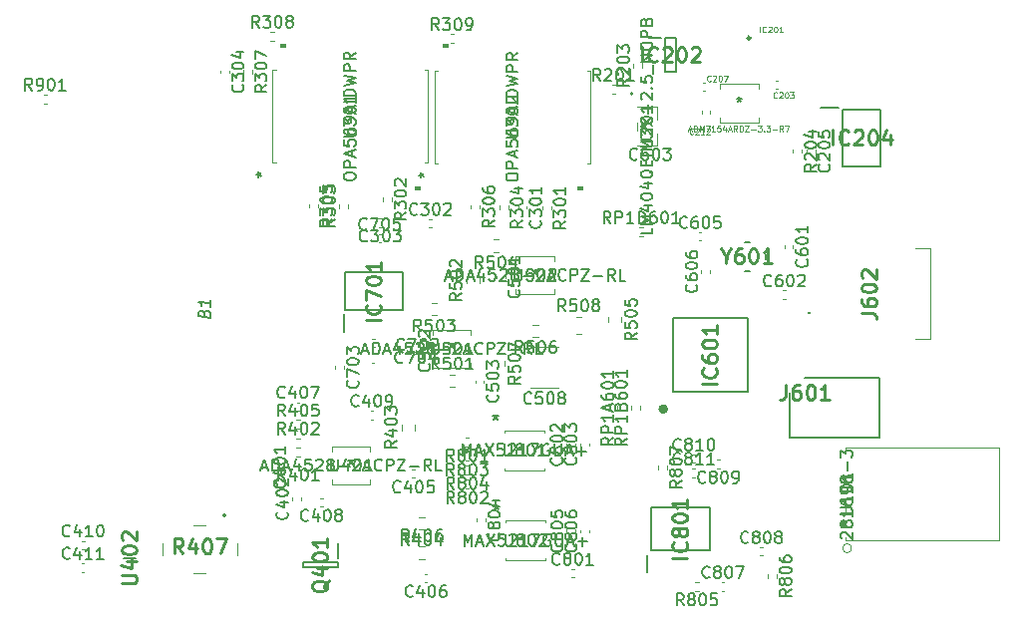
<source format=gbr>
%TF.GenerationSoftware,KiCad,Pcbnew,(5.1.10)-1*%
%TF.CreationDate,2021-06-25T15:36:54-07:00*%
%TF.ProjectId,laser,6c617365-722e-46b6-9963-61645f706362,rev?*%
%TF.SameCoordinates,Original*%
%TF.FileFunction,Legend,Top*%
%TF.FilePolarity,Positive*%
%FSLAX46Y46*%
G04 Gerber Fmt 4.6, Leading zero omitted, Abs format (unit mm)*
G04 Created by KiCad (PCBNEW (5.1.10)-1) date 2021-06-25 15:36:54*
%MOMM*%
%LPD*%
G01*
G04 APERTURE LIST*
%ADD10C,0.200000*%
%ADD11C,0.120000*%
%ADD12C,0.100000*%
%ADD13C,0.250000*%
%ADD14C,0.400000*%
%ADD15C,0.254000*%
%ADD16C,0.150000*%
%ADD17C,0.050000*%
%ADD18C,0.062500*%
G04 APERTURE END LIST*
D10*
%TO.C,J601*%
X202420000Y-112970000D02*
X208770000Y-112970000D01*
X208770000Y-112970000D02*
X208770000Y-118050000D01*
X208770000Y-118050000D02*
X201150000Y-118050000D01*
X201150000Y-118050000D02*
X201150000Y-114240000D01*
D11*
%TO.C,U301*%
X170404000Y-94674300D02*
X170404000Y-86825700D01*
X170404000Y-86825700D02*
X170126740Y-86825700D01*
X157196000Y-86825700D02*
X157196000Y-94674300D01*
X157196000Y-94674300D02*
X157473260Y-94674300D01*
X170126740Y-94674300D02*
X170404000Y-94674300D01*
X157473260Y-86825700D02*
X157196000Y-86825700D01*
D12*
G36*
X169324500Y-96929299D02*
G01*
X169705500Y-96929299D01*
X169705500Y-96675299D01*
X169324500Y-96675299D01*
X169324500Y-96929299D01*
G37*
X169324500Y-96929299D02*
X169705500Y-96929299D01*
X169705500Y-96675299D01*
X169324500Y-96675299D01*
X169324500Y-96929299D01*
G36*
X157894500Y-84570701D02*
G01*
X158275500Y-84570701D01*
X158275500Y-84824701D01*
X157894500Y-84824701D01*
X157894500Y-84570701D01*
G37*
X157894500Y-84570701D02*
X158275500Y-84570701D01*
X158275500Y-84824701D01*
X157894500Y-84824701D01*
X157894500Y-84570701D01*
%TO.C,U302*%
G36*
X171684500Y-84620701D02*
G01*
X172065500Y-84620701D01*
X172065500Y-84874701D01*
X171684500Y-84874701D01*
X171684500Y-84620701D01*
G37*
X171684500Y-84620701D02*
X172065500Y-84620701D01*
X172065500Y-84874701D01*
X171684500Y-84874701D01*
X171684500Y-84620701D01*
G36*
X183114500Y-96979299D02*
G01*
X183495500Y-96979299D01*
X183495500Y-96725299D01*
X183114500Y-96725299D01*
X183114500Y-96979299D01*
G37*
X183114500Y-96979299D02*
X183495500Y-96979299D01*
X183495500Y-96725299D01*
X183114500Y-96725299D01*
X183114500Y-96979299D01*
D11*
X171263260Y-86875700D02*
X170986000Y-86875700D01*
X183916740Y-94724300D02*
X184194000Y-94724300D01*
X170986000Y-94724300D02*
X171263260Y-94724300D01*
X170986000Y-86875700D02*
X170986000Y-94724300D01*
X184194000Y-86875700D02*
X183916740Y-86875700D01*
X184194000Y-94724300D02*
X184194000Y-86875700D01*
D10*
%TO.C,U402*%
X145590000Y-128240000D02*
X144590000Y-128240000D01*
D11*
%TO.C,R901*%
X137746359Y-88880000D02*
X138053641Y-88880000D01*
X137746359Y-89640000D02*
X138053641Y-89640000D01*
%TO.C,C502*%
X169330000Y-110542164D02*
X169330000Y-110757836D01*
X168610000Y-110542164D02*
X168610000Y-110757836D01*
%TO.C,C203*%
X199892164Y-88410000D02*
X200107836Y-88410000D01*
X199892164Y-87690000D02*
X200107836Y-87690000D01*
%TO.C,C205*%
X203280000Y-93592164D02*
X203280000Y-93807836D01*
X202560000Y-93592164D02*
X202560000Y-93807836D01*
%TO.C,C207*%
X193742164Y-87890000D02*
X193957836Y-87890000D01*
X193742164Y-88610000D02*
X193957836Y-88610000D01*
%TO.C,C212*%
X193650000Y-90282164D02*
X193650000Y-90497836D01*
X194370000Y-90282164D02*
X194370000Y-90497836D01*
%TO.C,C301*%
X178770000Y-98382164D02*
X178770000Y-98597836D01*
X178050000Y-98382164D02*
X178050000Y-98597836D01*
%TO.C,C302*%
X170492164Y-100200000D02*
X170707836Y-100200000D01*
X170492164Y-99480000D02*
X170707836Y-99480000D01*
%TO.C,C303*%
X166467836Y-100140000D02*
X166252164Y-100140000D01*
X166467836Y-99420000D02*
X166252164Y-99420000D01*
%TO.C,C304*%
X152790000Y-86842164D02*
X152790000Y-87057836D01*
X153510000Y-86842164D02*
X153510000Y-87057836D01*
%TO.C,C401*%
X156340000Y-120432164D02*
X156340000Y-120647836D01*
X157060000Y-120432164D02*
X157060000Y-120647836D01*
%TO.C,C402*%
X158870000Y-123347836D02*
X158870000Y-123132164D01*
X159590000Y-123347836D02*
X159590000Y-123132164D01*
%TO.C,C405*%
X169287836Y-120730000D02*
X169072164Y-120730000D01*
X169287836Y-121450000D02*
X169072164Y-121450000D01*
%TO.C,C406*%
X170337836Y-130330000D02*
X170122164Y-130330000D01*
X170337836Y-129610000D02*
X170122164Y-129610000D01*
%TO.C,C407*%
X159252164Y-115750000D02*
X159467836Y-115750000D01*
X159252164Y-115030000D02*
X159467836Y-115030000D01*
%TO.C,C408*%
X161457836Y-123880000D02*
X161242164Y-123880000D01*
X161457836Y-123160000D02*
X161242164Y-123160000D01*
%TO.C,C409*%
X165522164Y-116470000D02*
X165737836Y-116470000D01*
X165522164Y-115750000D02*
X165737836Y-115750000D01*
%TO.C,C410*%
X141002164Y-126800000D02*
X141217836Y-126800000D01*
X141002164Y-127520000D02*
X141217836Y-127520000D01*
%TO.C,C411*%
X140992164Y-129430000D02*
X141207836Y-129430000D01*
X140992164Y-128710000D02*
X141207836Y-128710000D01*
%TO.C,C501*%
X176240000Y-104292164D02*
X176240000Y-104507836D01*
X176960000Y-104292164D02*
X176960000Y-104507836D01*
%TO.C,C503*%
X175130000Y-113172164D02*
X175130000Y-113387836D01*
X174410000Y-113172164D02*
X174410000Y-113387836D01*
%TO.C,C508*%
X181461252Y-113790000D02*
X179138748Y-113790000D01*
X181461252Y-110370000D02*
X179138748Y-110370000D01*
%TO.C,C601*%
X201410000Y-101692164D02*
X201410000Y-101907836D01*
X200690000Y-101692164D02*
X200690000Y-101907836D01*
%TO.C,C602*%
X200562164Y-106260000D02*
X200777836Y-106260000D01*
X200562164Y-105540000D02*
X200777836Y-105540000D01*
%TO.C,C603*%
X189172164Y-95530000D02*
X189387836Y-95530000D01*
X189172164Y-94810000D02*
X189387836Y-94810000D01*
%TO.C,C605*%
X193402164Y-101310000D02*
X193617836Y-101310000D01*
X193402164Y-100590000D02*
X193617836Y-100590000D01*
%TO.C,C606*%
X193620000Y-104037836D02*
X193620000Y-103822164D01*
X194340000Y-104037836D02*
X194340000Y-103822164D01*
%TO.C,C702*%
X165642164Y-109650000D02*
X165857836Y-109650000D01*
X165642164Y-110370000D02*
X165857836Y-110370000D01*
%TO.C,C703*%
X162540000Y-111972164D02*
X162540000Y-112187836D01*
X163260000Y-111972164D02*
X163260000Y-112187836D01*
%TO.C,C704*%
X165632164Y-111670000D02*
X165847836Y-111670000D01*
X165632164Y-110950000D02*
X165847836Y-110950000D01*
%TO.C,C705*%
X166202164Y-100740000D02*
X166417836Y-100740000D01*
X166202164Y-101460000D02*
X166417836Y-101460000D01*
%TO.C,C801*%
X182582164Y-129180000D02*
X182797836Y-129180000D01*
X182582164Y-129900000D02*
X182797836Y-129900000D01*
%TO.C,C802*%
X182900000Y-118737836D02*
X182900000Y-118522164D01*
X182180000Y-118737836D02*
X182180000Y-118522164D01*
%TO.C,C803*%
X184090000Y-118727836D02*
X184090000Y-118512164D01*
X183370000Y-118727836D02*
X183370000Y-118512164D01*
%TO.C,C804*%
X175260000Y-124932164D02*
X175260000Y-125147836D01*
X174540000Y-124932164D02*
X174540000Y-125147836D01*
%TO.C,C805*%
X182190000Y-126077836D02*
X182190000Y-125862164D01*
X182910000Y-126077836D02*
X182910000Y-125862164D01*
%TO.C,C806*%
X184100000Y-126087836D02*
X184100000Y-125872164D01*
X183380000Y-126087836D02*
X183380000Y-125872164D01*
%TO.C,C807*%
X195332164Y-130320000D02*
X195547836Y-130320000D01*
X195332164Y-131040000D02*
X195547836Y-131040000D01*
%TO.C,C808*%
X198602164Y-127340000D02*
X198817836Y-127340000D01*
X198602164Y-128060000D02*
X198817836Y-128060000D01*
%TO.C,C809*%
X195177836Y-119920000D02*
X194962164Y-119920000D01*
X195177836Y-120640000D02*
X194962164Y-120640000D01*
%TO.C,C810*%
X192872164Y-119470000D02*
X193087836Y-119470000D01*
X192872164Y-120190000D02*
X193087836Y-120190000D01*
%TO.C,C811*%
X192857165Y-121395001D02*
X193072837Y-121395001D01*
X192857165Y-120675001D02*
X193072837Y-120675001D01*
D13*
%TO.C,IC201*%
X197780000Y-84090000D02*
G75*
G03*
X197780000Y-84090000I-125000J0D01*
G01*
D10*
%TO.C,IC202*%
X190575000Y-84100000D02*
X191425000Y-84100000D01*
X191425000Y-84100000D02*
X191425000Y-87000000D01*
X191425000Y-87000000D02*
X190575000Y-87000000D01*
X190575000Y-87000000D02*
X190575000Y-84100000D01*
X189175000Y-84075000D02*
X190225000Y-84075000D01*
D11*
%TO.C,IC203*%
X195203000Y-91267000D02*
X198457000Y-91267000D01*
X198457000Y-91267000D02*
X198457000Y-90847741D01*
X198457000Y-88013000D02*
X195203000Y-88013000D01*
X195203000Y-88013000D02*
X195203000Y-88432259D01*
X195203000Y-90847741D02*
X195203000Y-91267000D01*
X198457000Y-88432259D02*
X198457000Y-88013000D01*
D10*
%TO.C,IC204*%
X205648000Y-90145000D02*
X208848000Y-90145000D01*
X208848000Y-90145000D02*
X208848000Y-95045000D01*
X208848000Y-95045000D02*
X205648000Y-95045000D01*
X205648000Y-95045000D02*
X205648000Y-90145000D01*
X203773000Y-89990000D02*
X205298000Y-89990000D01*
%TO.C,IC701*%
X163380000Y-107220000D02*
X163380000Y-104020000D01*
X163380000Y-104020000D02*
X168280000Y-104020000D01*
X168280000Y-104020000D02*
X168280000Y-107220000D01*
X168280000Y-107220000D02*
X163380000Y-107220000D01*
X163250000Y-109095000D02*
X163250000Y-107570000D01*
%TO.C,IC801*%
X189345000Y-127642000D02*
X189345000Y-123942000D01*
X189345000Y-123942000D02*
X194345000Y-123942000D01*
X194345000Y-123942000D02*
X194345000Y-127642000D01*
X194345000Y-127642000D02*
X189345000Y-127642000D01*
X188995000Y-129467000D02*
X188995000Y-127992000D01*
%TO.C,J602*%
X202750000Y-107410000D02*
X202750000Y-107410000D01*
X202850000Y-107410000D02*
X202850000Y-107410000D01*
X202750000Y-107410000D02*
X202750000Y-107410000D01*
D12*
X213050000Y-101960000D02*
X211800000Y-101960000D01*
X213050000Y-109660000D02*
X213050000Y-101960000D01*
X211800000Y-109660000D02*
X213050000Y-109660000D01*
D10*
X202850000Y-107410000D02*
G75*
G02*
X202750000Y-107410000I-50000J0D01*
G01*
X202750000Y-107410000D02*
G75*
G02*
X202850000Y-107410000I50000J0D01*
G01*
X202850000Y-107410000D02*
G75*
G02*
X202750000Y-107410000I-50000J0D01*
G01*
%TO.C,Q401*%
X162730000Y-128640000D02*
X162730000Y-129040000D01*
X162730000Y-129040000D02*
X159830000Y-129040000D01*
X159830000Y-129040000D02*
X159830000Y-128640000D01*
X159830000Y-128640000D02*
X162730000Y-128640000D01*
X162780000Y-126990000D02*
X162780000Y-128290000D01*
D11*
%TO.C,R201*%
X186006359Y-88070000D02*
X186313641Y-88070000D01*
X186006359Y-88830000D02*
X186313641Y-88830000D01*
%TO.C,R203*%
X188580000Y-86603641D02*
X188580000Y-86296359D01*
X187820000Y-86603641D02*
X187820000Y-86296359D01*
%TO.C,R204*%
X202150000Y-93546359D02*
X202150000Y-93853641D01*
X201390000Y-93546359D02*
X201390000Y-93853641D01*
%TO.C,R301*%
X180090000Y-98376359D02*
X180090000Y-98683641D01*
X180850000Y-98376359D02*
X180850000Y-98683641D01*
%TO.C,R302*%
X166550000Y-97646359D02*
X166550000Y-97953641D01*
X167310000Y-97646359D02*
X167310000Y-97953641D01*
%TO.C,R303*%
X162830000Y-98533641D02*
X162830000Y-98226359D01*
X163590000Y-98533641D02*
X163590000Y-98226359D01*
%TO.C,R304*%
X177210000Y-98336359D02*
X177210000Y-98643641D01*
X176450000Y-98336359D02*
X176450000Y-98643641D01*
%TO.C,R305*%
X160280000Y-98206359D02*
X160280000Y-98513641D01*
X161040000Y-98206359D02*
X161040000Y-98513641D01*
%TO.C,R306*%
X174810000Y-98276359D02*
X174810000Y-98583641D01*
X174050000Y-98276359D02*
X174050000Y-98583641D01*
%TO.C,R307*%
X154700000Y-86806359D02*
X154700000Y-87113641D01*
X155460000Y-86806359D02*
X155460000Y-87113641D01*
%TO.C,R308*%
X157036359Y-84310000D02*
X157343641Y-84310000D01*
X157036359Y-83550000D02*
X157343641Y-83550000D01*
%TO.C,R309*%
X172296359Y-83750000D02*
X172603641Y-83750000D01*
X172296359Y-84510000D02*
X172603641Y-84510000D01*
%TO.C,R401*%
X159553641Y-119670000D02*
X159246359Y-119670000D01*
X159553641Y-120430000D02*
X159246359Y-120430000D01*
%TO.C,R402*%
X159226359Y-118090000D02*
X159533641Y-118090000D01*
X159226359Y-118850000D02*
X159533641Y-118850000D01*
%TO.C,R403*%
X169262500Y-117417258D02*
X169262500Y-116942742D01*
X168217500Y-117417258D02*
X168217500Y-116942742D01*
%TO.C,R404*%
X170117258Y-124767500D02*
X169642742Y-124767500D01*
X170117258Y-125812500D02*
X169642742Y-125812500D01*
%TO.C,R405*%
X159226359Y-116540000D02*
X159533641Y-116540000D01*
X159226359Y-117300000D02*
X159533641Y-117300000D01*
%TO.C,R406*%
X169652742Y-127277500D02*
X170127258Y-127277500D01*
X169652742Y-128322500D02*
X170127258Y-128322500D01*
D12*
%TO.C,R407*%
X151520000Y-129570000D02*
X150520000Y-129570000D01*
X154195000Y-128040000D02*
X154195000Y-127040000D01*
X147845000Y-128040000D02*
X147845000Y-127040000D01*
X151520000Y-125510000D02*
X150520000Y-125510000D01*
D10*
X153220000Y-124640000D02*
X153220000Y-124640000D01*
X153020000Y-124640000D02*
X153020000Y-124640000D01*
X153020000Y-124640000D02*
G75*
G03*
X153220000Y-124640000I100000J0D01*
G01*
X153220000Y-124640000D02*
G75*
G03*
X153020000Y-124640000I-100000J0D01*
G01*
D11*
%TO.C,R501*%
X172232742Y-112677500D02*
X172707258Y-112677500D01*
X172232742Y-113722500D02*
X172707258Y-113722500D01*
%TO.C,R502*%
X173707500Y-104907258D02*
X173707500Y-104432742D01*
X174752500Y-104907258D02*
X174752500Y-104432742D01*
%TO.C,R503*%
X171167258Y-107642500D02*
X170692742Y-107642500D01*
X171167258Y-106597500D02*
X170692742Y-106597500D01*
%TO.C,R504*%
X176407258Y-102272500D02*
X175932742Y-102272500D01*
X176407258Y-101227500D02*
X175932742Y-101227500D01*
%TO.C,R505*%
X185727500Y-107762742D02*
X185727500Y-108237258D01*
X186772500Y-107762742D02*
X186772500Y-108237258D01*
%TO.C,R506*%
X179787258Y-109472500D02*
X179312742Y-109472500D01*
X179787258Y-108427500D02*
X179312742Y-108427500D01*
%TO.C,R507*%
X175827500Y-111502742D02*
X175827500Y-111977258D01*
X176872500Y-111502742D02*
X176872500Y-111977258D01*
%TO.C,R508*%
X182972936Y-107765000D02*
X183427064Y-107765000D01*
X182972936Y-109235000D02*
X183427064Y-109235000D01*
%TO.C,R801*%
X173873641Y-118790000D02*
X173566359Y-118790000D01*
X173873641Y-118030000D02*
X173566359Y-118030000D01*
%TO.C,R802*%
X173893641Y-121620000D02*
X173586359Y-121620000D01*
X173893641Y-122380000D02*
X173586359Y-122380000D01*
%TO.C,R803*%
X173873641Y-119230000D02*
X173566359Y-119230000D01*
X173873641Y-119990000D02*
X173566359Y-119990000D01*
%TO.C,R804*%
X173883641Y-121160000D02*
X173576359Y-121160000D01*
X173883641Y-120400000D02*
X173576359Y-120400000D01*
%TO.C,R805*%
X193383641Y-130280000D02*
X193076359Y-130280000D01*
X193383641Y-131040000D02*
X193076359Y-131040000D01*
%TO.C,R806*%
X200010000Y-129646359D02*
X200010000Y-129953641D01*
X199250000Y-129646359D02*
X199250000Y-129953641D01*
%TO.C,R807*%
X189940000Y-120406359D02*
X189940000Y-120713641D01*
X190700000Y-120406359D02*
X190700000Y-120713641D01*
%TO.C,RP1A601*%
X186490000Y-115663641D02*
X186490000Y-115356359D01*
X187250000Y-115663641D02*
X187250000Y-115356359D01*
%TO.C,RP1B601*%
X188380000Y-115653641D02*
X188380000Y-115346359D01*
X187620000Y-115653641D02*
X187620000Y-115346359D01*
%TO.C,RP1D601*%
X188356359Y-100150000D02*
X188663641Y-100150000D01*
X188356359Y-100910000D02*
X188663641Y-100910000D01*
%TO.C,U101*%
X206381000Y-127432000D02*
G75*
G03*
X206381000Y-127432000I-381000J0D01*
G01*
X205873000Y-121407348D02*
X205873000Y-121772652D01*
X205873000Y-123947348D02*
X205873000Y-124312652D01*
X205873000Y-126487348D02*
X205873000Y-126797000D01*
X205873000Y-126797000D02*
X218927000Y-126797000D01*
X205873000Y-118923000D02*
X205873000Y-119232652D01*
X218927000Y-118923000D02*
X205873000Y-118923000D01*
X218927000Y-126797000D02*
X218927000Y-118923000D01*
%TO.C,U201*%
X188184500Y-91276739D02*
X188184500Y-91943261D01*
X188184500Y-93261000D02*
X189835500Y-93261000D01*
X189835500Y-93261000D02*
X189835500Y-92226740D01*
X189835500Y-89959000D02*
X188184500Y-89959000D01*
X189835500Y-90993260D02*
X189835500Y-89959000D01*
X187816200Y-88816000D02*
G75*
G03*
X187816200Y-88816000I-127000J0D01*
G01*
%TO.C,U401*%
X162253000Y-122037000D02*
X165507000Y-122037000D01*
X165507000Y-122037000D02*
X165507000Y-121617741D01*
X165507000Y-118783000D02*
X162253000Y-118783000D01*
X162253000Y-118783000D02*
X162253000Y-119202259D01*
X162253000Y-121617741D02*
X162253000Y-122037000D01*
X165507000Y-119202259D02*
X165507000Y-118783000D01*
%TO.C,U501*%
X170793000Y-112127000D02*
X174047000Y-112127000D01*
X174047000Y-112127000D02*
X174047000Y-111707741D01*
X174047000Y-108873000D02*
X170793000Y-108873000D01*
X170793000Y-108873000D02*
X170793000Y-109292259D01*
X170793000Y-111707741D02*
X170793000Y-112127000D01*
X174047000Y-109292259D02*
X174047000Y-108873000D01*
%TO.C,U502*%
X181127000Y-103042259D02*
X181127000Y-102623000D01*
X177873000Y-105457741D02*
X177873000Y-105877000D01*
X177873000Y-102623000D02*
X177873000Y-103042259D01*
X181127000Y-102623000D02*
X177873000Y-102623000D01*
X181127000Y-105877000D02*
X181127000Y-105457741D01*
X177873000Y-105877000D02*
X181127000Y-105877000D01*
%TO.C,U801*%
X180276400Y-117619100D02*
X180276400Y-117453600D01*
X176923600Y-120640900D02*
X176923600Y-120806400D01*
X176923600Y-117453600D02*
X176923600Y-117619100D01*
X180276400Y-117453600D02*
X176923600Y-117453600D01*
X180276400Y-120806400D02*
X180276400Y-120640900D01*
X176923600Y-120806400D02*
X180276400Y-120806400D01*
%TO.C,U802*%
X177013600Y-128446400D02*
X180366400Y-128446400D01*
X180366400Y-128446400D02*
X180366400Y-128280900D01*
X180366400Y-125093600D02*
X177013600Y-125093600D01*
X177013600Y-125093600D02*
X177013600Y-125259100D01*
X177013600Y-128280900D02*
X177013600Y-128446400D01*
X180366400Y-125259100D02*
X180366400Y-125093600D01*
D10*
%TO.C,Y601*%
X197690000Y-101410000D02*
X197290000Y-101410000D01*
X197690000Y-103910000D02*
X197290000Y-103910000D01*
X199090000Y-102460000D02*
X199090000Y-102860000D01*
X195890000Y-102460000D02*
X195890000Y-102860000D01*
D14*
%TO.C,IC601*%
X190580000Y-115610000D02*
G75*
G03*
X190580000Y-115610000I-200000J0D01*
G01*
D10*
X197530000Y-114160000D02*
X191230000Y-114160000D01*
X197530000Y-107860000D02*
X197530000Y-114160000D01*
X191230000Y-107860000D02*
X197530000Y-107860000D01*
X191230000Y-114160000D02*
X191230000Y-107860000D01*
%TO.C,J601*%
D15*
X200787142Y-113544523D02*
X200787142Y-114451666D01*
X200726666Y-114633095D01*
X200605714Y-114754047D01*
X200424285Y-114814523D01*
X200303333Y-114814523D01*
X201936190Y-113544523D02*
X201694285Y-113544523D01*
X201573333Y-113605000D01*
X201512857Y-113665476D01*
X201391904Y-113846904D01*
X201331428Y-114088809D01*
X201331428Y-114572619D01*
X201391904Y-114693571D01*
X201452380Y-114754047D01*
X201573333Y-114814523D01*
X201815238Y-114814523D01*
X201936190Y-114754047D01*
X201996666Y-114693571D01*
X202057142Y-114572619D01*
X202057142Y-114270238D01*
X201996666Y-114149285D01*
X201936190Y-114088809D01*
X201815238Y-114028333D01*
X201573333Y-114028333D01*
X201452380Y-114088809D01*
X201391904Y-114149285D01*
X201331428Y-114270238D01*
X202843333Y-113544523D02*
X202964285Y-113544523D01*
X203085238Y-113605000D01*
X203145714Y-113665476D01*
X203206190Y-113786428D01*
X203266666Y-114028333D01*
X203266666Y-114330714D01*
X203206190Y-114572619D01*
X203145714Y-114693571D01*
X203085238Y-114754047D01*
X202964285Y-114814523D01*
X202843333Y-114814523D01*
X202722380Y-114754047D01*
X202661904Y-114693571D01*
X202601428Y-114572619D01*
X202540952Y-114330714D01*
X202540952Y-114028333D01*
X202601428Y-113786428D01*
X202661904Y-113665476D01*
X202722380Y-113605000D01*
X202843333Y-113544523D01*
X204476190Y-114814523D02*
X203750476Y-114814523D01*
X204113333Y-114814523D02*
X204113333Y-113544523D01*
X203992380Y-113725952D01*
X203871428Y-113846904D01*
X203750476Y-113907380D01*
%TO.C,U301*%
D16*
X163252380Y-92464285D02*
X164061904Y-92464285D01*
X164157142Y-92416666D01*
X164204761Y-92369047D01*
X164252380Y-92273809D01*
X164252380Y-92083333D01*
X164204761Y-91988095D01*
X164157142Y-91940476D01*
X164061904Y-91892857D01*
X163252380Y-91892857D01*
X163252380Y-91511904D02*
X163252380Y-90892857D01*
X163633333Y-91226190D01*
X163633333Y-91083333D01*
X163680952Y-90988095D01*
X163728571Y-90940476D01*
X163823809Y-90892857D01*
X164061904Y-90892857D01*
X164157142Y-90940476D01*
X164204761Y-90988095D01*
X164252380Y-91083333D01*
X164252380Y-91369047D01*
X164204761Y-91464285D01*
X164157142Y-91511904D01*
X163252380Y-90273809D02*
X163252380Y-90178571D01*
X163300000Y-90083333D01*
X163347619Y-90035714D01*
X163442857Y-89988095D01*
X163633333Y-89940476D01*
X163871428Y-89940476D01*
X164061904Y-89988095D01*
X164157142Y-90035714D01*
X164204761Y-90083333D01*
X164252380Y-90178571D01*
X164252380Y-90273809D01*
X164204761Y-90369047D01*
X164157142Y-90416666D01*
X164061904Y-90464285D01*
X163871428Y-90511904D01*
X163633333Y-90511904D01*
X163442857Y-90464285D01*
X163347619Y-90416666D01*
X163300000Y-90369047D01*
X163252380Y-90273809D01*
X164252380Y-88988095D02*
X164252380Y-89559523D01*
X164252380Y-89273809D02*
X163252380Y-89273809D01*
X163395238Y-89369047D01*
X163490476Y-89464285D01*
X163538095Y-89559523D01*
X163252380Y-95940476D02*
X163252380Y-95750000D01*
X163300000Y-95654761D01*
X163395238Y-95559523D01*
X163585714Y-95511904D01*
X163919047Y-95511904D01*
X164109523Y-95559523D01*
X164204761Y-95654761D01*
X164252380Y-95750000D01*
X164252380Y-95940476D01*
X164204761Y-96035714D01*
X164109523Y-96130952D01*
X163919047Y-96178571D01*
X163585714Y-96178571D01*
X163395238Y-96130952D01*
X163300000Y-96035714D01*
X163252380Y-95940476D01*
X164252380Y-95083333D02*
X163252380Y-95083333D01*
X163252380Y-94702380D01*
X163300000Y-94607142D01*
X163347619Y-94559523D01*
X163442857Y-94511904D01*
X163585714Y-94511904D01*
X163680952Y-94559523D01*
X163728571Y-94607142D01*
X163776190Y-94702380D01*
X163776190Y-95083333D01*
X163966666Y-94130952D02*
X163966666Y-93654761D01*
X164252380Y-94226190D02*
X163252380Y-93892857D01*
X164252380Y-93559523D01*
X163252380Y-92750000D02*
X163252380Y-93226190D01*
X163728571Y-93273809D01*
X163680952Y-93226190D01*
X163633333Y-93130952D01*
X163633333Y-92892857D01*
X163680952Y-92797619D01*
X163728571Y-92750000D01*
X163823809Y-92702380D01*
X164061904Y-92702380D01*
X164157142Y-92750000D01*
X164204761Y-92797619D01*
X164252380Y-92892857D01*
X164252380Y-93130952D01*
X164204761Y-93226190D01*
X164157142Y-93273809D01*
X163252380Y-91845238D02*
X163252380Y-92035714D01*
X163300000Y-92130952D01*
X163347619Y-92178571D01*
X163490476Y-92273809D01*
X163680952Y-92321428D01*
X164061904Y-92321428D01*
X164157142Y-92273809D01*
X164204761Y-92226190D01*
X164252380Y-92130952D01*
X164252380Y-91940476D01*
X164204761Y-91845238D01*
X164157142Y-91797619D01*
X164061904Y-91750000D01*
X163823809Y-91750000D01*
X163728571Y-91797619D01*
X163680952Y-91845238D01*
X163633333Y-91940476D01*
X163633333Y-92130952D01*
X163680952Y-92226190D01*
X163728571Y-92273809D01*
X163823809Y-92321428D01*
X164252380Y-91273809D02*
X164252380Y-91083333D01*
X164204761Y-90988095D01*
X164157142Y-90940476D01*
X164014285Y-90845238D01*
X163823809Y-90797619D01*
X163442857Y-90797619D01*
X163347619Y-90845238D01*
X163300000Y-90892857D01*
X163252380Y-90988095D01*
X163252380Y-91178571D01*
X163300000Y-91273809D01*
X163347619Y-91321428D01*
X163442857Y-91369047D01*
X163680952Y-91369047D01*
X163776190Y-91321428D01*
X163823809Y-91273809D01*
X163871428Y-91178571D01*
X163871428Y-90988095D01*
X163823809Y-90892857D01*
X163776190Y-90845238D01*
X163680952Y-90797619D01*
X163966666Y-90416666D02*
X163966666Y-89940476D01*
X164252380Y-90511904D02*
X163252380Y-90178571D01*
X164252380Y-89845238D01*
X164252380Y-89511904D02*
X163252380Y-89511904D01*
X164252380Y-89035714D02*
X163252380Y-89035714D01*
X163252380Y-88797619D01*
X163300000Y-88654761D01*
X163395238Y-88559523D01*
X163490476Y-88511904D01*
X163680952Y-88464285D01*
X163823809Y-88464285D01*
X164014285Y-88511904D01*
X164109523Y-88559523D01*
X164204761Y-88654761D01*
X164252380Y-88797619D01*
X164252380Y-89035714D01*
X163252380Y-88130952D02*
X164252380Y-87892857D01*
X163538095Y-87702380D01*
X164252380Y-87511904D01*
X163252380Y-87273809D01*
X164252380Y-86892857D02*
X163252380Y-86892857D01*
X163252380Y-86511904D01*
X163300000Y-86416666D01*
X163347619Y-86369047D01*
X163442857Y-86321428D01*
X163585714Y-86321428D01*
X163680952Y-86369047D01*
X163728571Y-86416666D01*
X163776190Y-86511904D01*
X163776190Y-86892857D01*
X164252380Y-85321428D02*
X163776190Y-85654761D01*
X164252380Y-85892857D02*
X163252380Y-85892857D01*
X163252380Y-85511904D01*
X163300000Y-85416666D01*
X163347619Y-85369047D01*
X163442857Y-85321428D01*
X163585714Y-85321428D01*
X163680952Y-85369047D01*
X163728571Y-85416666D01*
X163776190Y-85511904D01*
X163776190Y-85892857D01*
X155836380Y-95690300D02*
X156074476Y-95690300D01*
X155979238Y-95928395D02*
X156074476Y-95690300D01*
X155979238Y-95452204D01*
X156264952Y-95833157D02*
X156074476Y-95690300D01*
X156264952Y-95547442D01*
X155836380Y-95690300D02*
X156074476Y-95690300D01*
X155979238Y-95928395D02*
X156074476Y-95690300D01*
X155979238Y-95452204D01*
X156264952Y-95833157D02*
X156074476Y-95690300D01*
X156264952Y-95547442D01*
%TO.C,U302*%
X177042380Y-92514285D02*
X177851904Y-92514285D01*
X177947142Y-92466666D01*
X177994761Y-92419047D01*
X178042380Y-92323809D01*
X178042380Y-92133333D01*
X177994761Y-92038095D01*
X177947142Y-91990476D01*
X177851904Y-91942857D01*
X177042380Y-91942857D01*
X177042380Y-91561904D02*
X177042380Y-90942857D01*
X177423333Y-91276190D01*
X177423333Y-91133333D01*
X177470952Y-91038095D01*
X177518571Y-90990476D01*
X177613809Y-90942857D01*
X177851904Y-90942857D01*
X177947142Y-90990476D01*
X177994761Y-91038095D01*
X178042380Y-91133333D01*
X178042380Y-91419047D01*
X177994761Y-91514285D01*
X177947142Y-91561904D01*
X177042380Y-90323809D02*
X177042380Y-90228571D01*
X177090000Y-90133333D01*
X177137619Y-90085714D01*
X177232857Y-90038095D01*
X177423333Y-89990476D01*
X177661428Y-89990476D01*
X177851904Y-90038095D01*
X177947142Y-90085714D01*
X177994761Y-90133333D01*
X178042380Y-90228571D01*
X178042380Y-90323809D01*
X177994761Y-90419047D01*
X177947142Y-90466666D01*
X177851904Y-90514285D01*
X177661428Y-90561904D01*
X177423333Y-90561904D01*
X177232857Y-90514285D01*
X177137619Y-90466666D01*
X177090000Y-90419047D01*
X177042380Y-90323809D01*
X177137619Y-89609523D02*
X177090000Y-89561904D01*
X177042380Y-89466666D01*
X177042380Y-89228571D01*
X177090000Y-89133333D01*
X177137619Y-89085714D01*
X177232857Y-89038095D01*
X177328095Y-89038095D01*
X177470952Y-89085714D01*
X178042380Y-89657142D01*
X178042380Y-89038095D01*
X177042380Y-95990476D02*
X177042380Y-95800000D01*
X177090000Y-95704761D01*
X177185238Y-95609523D01*
X177375714Y-95561904D01*
X177709047Y-95561904D01*
X177899523Y-95609523D01*
X177994761Y-95704761D01*
X178042380Y-95800000D01*
X178042380Y-95990476D01*
X177994761Y-96085714D01*
X177899523Y-96180952D01*
X177709047Y-96228571D01*
X177375714Y-96228571D01*
X177185238Y-96180952D01*
X177090000Y-96085714D01*
X177042380Y-95990476D01*
X178042380Y-95133333D02*
X177042380Y-95133333D01*
X177042380Y-94752380D01*
X177090000Y-94657142D01*
X177137619Y-94609523D01*
X177232857Y-94561904D01*
X177375714Y-94561904D01*
X177470952Y-94609523D01*
X177518571Y-94657142D01*
X177566190Y-94752380D01*
X177566190Y-95133333D01*
X177756666Y-94180952D02*
X177756666Y-93704761D01*
X178042380Y-94276190D02*
X177042380Y-93942857D01*
X178042380Y-93609523D01*
X177042380Y-92800000D02*
X177042380Y-93276190D01*
X177518571Y-93323809D01*
X177470952Y-93276190D01*
X177423333Y-93180952D01*
X177423333Y-92942857D01*
X177470952Y-92847619D01*
X177518571Y-92800000D01*
X177613809Y-92752380D01*
X177851904Y-92752380D01*
X177947142Y-92800000D01*
X177994761Y-92847619D01*
X178042380Y-92942857D01*
X178042380Y-93180952D01*
X177994761Y-93276190D01*
X177947142Y-93323809D01*
X177042380Y-91895238D02*
X177042380Y-92085714D01*
X177090000Y-92180952D01*
X177137619Y-92228571D01*
X177280476Y-92323809D01*
X177470952Y-92371428D01*
X177851904Y-92371428D01*
X177947142Y-92323809D01*
X177994761Y-92276190D01*
X178042380Y-92180952D01*
X178042380Y-91990476D01*
X177994761Y-91895238D01*
X177947142Y-91847619D01*
X177851904Y-91800000D01*
X177613809Y-91800000D01*
X177518571Y-91847619D01*
X177470952Y-91895238D01*
X177423333Y-91990476D01*
X177423333Y-92180952D01*
X177470952Y-92276190D01*
X177518571Y-92323809D01*
X177613809Y-92371428D01*
X178042380Y-91323809D02*
X178042380Y-91133333D01*
X177994761Y-91038095D01*
X177947142Y-90990476D01*
X177804285Y-90895238D01*
X177613809Y-90847619D01*
X177232857Y-90847619D01*
X177137619Y-90895238D01*
X177090000Y-90942857D01*
X177042380Y-91038095D01*
X177042380Y-91228571D01*
X177090000Y-91323809D01*
X177137619Y-91371428D01*
X177232857Y-91419047D01*
X177470952Y-91419047D01*
X177566190Y-91371428D01*
X177613809Y-91323809D01*
X177661428Y-91228571D01*
X177661428Y-91038095D01*
X177613809Y-90942857D01*
X177566190Y-90895238D01*
X177470952Y-90847619D01*
X177756666Y-90466666D02*
X177756666Y-89990476D01*
X178042380Y-90561904D02*
X177042380Y-90228571D01*
X178042380Y-89895238D01*
X178042380Y-89561904D02*
X177042380Y-89561904D01*
X178042380Y-89085714D02*
X177042380Y-89085714D01*
X177042380Y-88847619D01*
X177090000Y-88704761D01*
X177185238Y-88609523D01*
X177280476Y-88561904D01*
X177470952Y-88514285D01*
X177613809Y-88514285D01*
X177804285Y-88561904D01*
X177899523Y-88609523D01*
X177994761Y-88704761D01*
X178042380Y-88847619D01*
X178042380Y-89085714D01*
X177042380Y-88180952D02*
X178042380Y-87942857D01*
X177328095Y-87752380D01*
X178042380Y-87561904D01*
X177042380Y-87323809D01*
X178042380Y-86942857D02*
X177042380Y-86942857D01*
X177042380Y-86561904D01*
X177090000Y-86466666D01*
X177137619Y-86419047D01*
X177232857Y-86371428D01*
X177375714Y-86371428D01*
X177470952Y-86419047D01*
X177518571Y-86466666D01*
X177566190Y-86561904D01*
X177566190Y-86942857D01*
X178042380Y-85371428D02*
X177566190Y-85704761D01*
X178042380Y-85942857D02*
X177042380Y-85942857D01*
X177042380Y-85561904D01*
X177090000Y-85466666D01*
X177137619Y-85419047D01*
X177232857Y-85371428D01*
X177375714Y-85371428D01*
X177470952Y-85419047D01*
X177518571Y-85466666D01*
X177566190Y-85561904D01*
X177566190Y-85942857D01*
X169626380Y-95740300D02*
X169864476Y-95740300D01*
X169769238Y-95978395D02*
X169864476Y-95740300D01*
X169769238Y-95502204D01*
X170054952Y-95883157D02*
X169864476Y-95740300D01*
X170054952Y-95597442D01*
X169626380Y-95740300D02*
X169864476Y-95740300D01*
X169769238Y-95978395D02*
X169864476Y-95740300D01*
X169769238Y-95502204D01*
X170054952Y-95883157D02*
X169864476Y-95740300D01*
X170054952Y-95597442D01*
%TO.C,U402*%
D15*
X144394523Y-130417142D02*
X145422619Y-130417142D01*
X145543571Y-130356666D01*
X145604047Y-130296190D01*
X145664523Y-130175238D01*
X145664523Y-129933333D01*
X145604047Y-129812380D01*
X145543571Y-129751904D01*
X145422619Y-129691428D01*
X144394523Y-129691428D01*
X144817857Y-128542380D02*
X145664523Y-128542380D01*
X144334047Y-128844761D02*
X145241190Y-129147142D01*
X145241190Y-128360952D01*
X144394523Y-127635238D02*
X144394523Y-127514285D01*
X144455000Y-127393333D01*
X144515476Y-127332857D01*
X144636428Y-127272380D01*
X144878333Y-127211904D01*
X145180714Y-127211904D01*
X145422619Y-127272380D01*
X145543571Y-127332857D01*
X145604047Y-127393333D01*
X145664523Y-127514285D01*
X145664523Y-127635238D01*
X145604047Y-127756190D01*
X145543571Y-127816666D01*
X145422619Y-127877142D01*
X145180714Y-127937619D01*
X144878333Y-127937619D01*
X144636428Y-127877142D01*
X144515476Y-127816666D01*
X144455000Y-127756190D01*
X144394523Y-127635238D01*
X144515476Y-126728095D02*
X144455000Y-126667619D01*
X144394523Y-126546666D01*
X144394523Y-126244285D01*
X144455000Y-126123333D01*
X144515476Y-126062857D01*
X144636428Y-126002380D01*
X144757380Y-126002380D01*
X144938809Y-126062857D01*
X145664523Y-126788571D01*
X145664523Y-126002380D01*
%TO.C,R901*%
D16*
X136780952Y-88542380D02*
X136447619Y-88066190D01*
X136209523Y-88542380D02*
X136209523Y-87542380D01*
X136590476Y-87542380D01*
X136685714Y-87590000D01*
X136733333Y-87637619D01*
X136780952Y-87732857D01*
X136780952Y-87875714D01*
X136733333Y-87970952D01*
X136685714Y-88018571D01*
X136590476Y-88066190D01*
X136209523Y-88066190D01*
X137257142Y-88542380D02*
X137447619Y-88542380D01*
X137542857Y-88494761D01*
X137590476Y-88447142D01*
X137685714Y-88304285D01*
X137733333Y-88113809D01*
X137733333Y-87732857D01*
X137685714Y-87637619D01*
X137638095Y-87590000D01*
X137542857Y-87542380D01*
X137352380Y-87542380D01*
X137257142Y-87590000D01*
X137209523Y-87637619D01*
X137161904Y-87732857D01*
X137161904Y-87970952D01*
X137209523Y-88066190D01*
X137257142Y-88113809D01*
X137352380Y-88161428D01*
X137542857Y-88161428D01*
X137638095Y-88113809D01*
X137685714Y-88066190D01*
X137733333Y-87970952D01*
X138352380Y-87542380D02*
X138447619Y-87542380D01*
X138542857Y-87590000D01*
X138590476Y-87637619D01*
X138638095Y-87732857D01*
X138685714Y-87923333D01*
X138685714Y-88161428D01*
X138638095Y-88351904D01*
X138590476Y-88447142D01*
X138542857Y-88494761D01*
X138447619Y-88542380D01*
X138352380Y-88542380D01*
X138257142Y-88494761D01*
X138209523Y-88447142D01*
X138161904Y-88351904D01*
X138114285Y-88161428D01*
X138114285Y-87923333D01*
X138161904Y-87732857D01*
X138209523Y-87637619D01*
X138257142Y-87590000D01*
X138352380Y-87542380D01*
X139638095Y-88542380D02*
X139066666Y-88542380D01*
X139352380Y-88542380D02*
X139352380Y-87542380D01*
X139257142Y-87685238D01*
X139161904Y-87780476D01*
X139066666Y-87828095D01*
%TO.C,C502*%
X170487142Y-111769047D02*
X170534761Y-111816666D01*
X170582380Y-111959523D01*
X170582380Y-112054761D01*
X170534761Y-112197619D01*
X170439523Y-112292857D01*
X170344285Y-112340476D01*
X170153809Y-112388095D01*
X170010952Y-112388095D01*
X169820476Y-112340476D01*
X169725238Y-112292857D01*
X169630000Y-112197619D01*
X169582380Y-112054761D01*
X169582380Y-111959523D01*
X169630000Y-111816666D01*
X169677619Y-111769047D01*
X169582380Y-110864285D02*
X169582380Y-111340476D01*
X170058571Y-111388095D01*
X170010952Y-111340476D01*
X169963333Y-111245238D01*
X169963333Y-111007142D01*
X170010952Y-110911904D01*
X170058571Y-110864285D01*
X170153809Y-110816666D01*
X170391904Y-110816666D01*
X170487142Y-110864285D01*
X170534761Y-110911904D01*
X170582380Y-111007142D01*
X170582380Y-111245238D01*
X170534761Y-111340476D01*
X170487142Y-111388095D01*
X169582380Y-110197619D02*
X169582380Y-110102380D01*
X169630000Y-110007142D01*
X169677619Y-109959523D01*
X169772857Y-109911904D01*
X169963333Y-109864285D01*
X170201428Y-109864285D01*
X170391904Y-109911904D01*
X170487142Y-109959523D01*
X170534761Y-110007142D01*
X170582380Y-110102380D01*
X170582380Y-110197619D01*
X170534761Y-110292857D01*
X170487142Y-110340476D01*
X170391904Y-110388095D01*
X170201428Y-110435714D01*
X169963333Y-110435714D01*
X169772857Y-110388095D01*
X169677619Y-110340476D01*
X169630000Y-110292857D01*
X169582380Y-110197619D01*
X169677619Y-109483333D02*
X169630000Y-109435714D01*
X169582380Y-109340476D01*
X169582380Y-109102380D01*
X169630000Y-109007142D01*
X169677619Y-108959523D01*
X169772857Y-108911904D01*
X169868095Y-108911904D01*
X170010952Y-108959523D01*
X170582380Y-109530952D01*
X170582380Y-108911904D01*
%TO.C,B1*%
X151390571Y-107473270D02*
X151438190Y-107336366D01*
X151485809Y-107294699D01*
X151581047Y-107258985D01*
X151723904Y-107276842D01*
X151819142Y-107336366D01*
X151866761Y-107389937D01*
X151914380Y-107491127D01*
X151914380Y-107872080D01*
X150914380Y-107747080D01*
X150914380Y-107413747D01*
X150962000Y-107324461D01*
X151009619Y-107282794D01*
X151104857Y-107247080D01*
X151200095Y-107258985D01*
X151295333Y-107318508D01*
X151342952Y-107372080D01*
X151390571Y-107473270D01*
X151390571Y-107806604D01*
X151914380Y-106348270D02*
X151914380Y-106919699D01*
X151914380Y-106633985D02*
X150914380Y-106508985D01*
X151057238Y-106622080D01*
X151152476Y-106729223D01*
X151200095Y-106830413D01*
%TO.C,C203*%
D17*
X200040476Y-89148571D02*
X200016666Y-89172380D01*
X199945238Y-89196190D01*
X199897619Y-89196190D01*
X199826190Y-89172380D01*
X199778571Y-89124761D01*
X199754761Y-89077142D01*
X199730952Y-88981904D01*
X199730952Y-88910476D01*
X199754761Y-88815238D01*
X199778571Y-88767619D01*
X199826190Y-88720000D01*
X199897619Y-88696190D01*
X199945238Y-88696190D01*
X200016666Y-88720000D01*
X200040476Y-88743809D01*
X200230952Y-88743809D02*
X200254761Y-88720000D01*
X200302380Y-88696190D01*
X200421428Y-88696190D01*
X200469047Y-88720000D01*
X200492857Y-88743809D01*
X200516666Y-88791428D01*
X200516666Y-88839047D01*
X200492857Y-88910476D01*
X200207142Y-89196190D01*
X200516666Y-89196190D01*
X200826190Y-88696190D02*
X200873809Y-88696190D01*
X200921428Y-88720000D01*
X200945238Y-88743809D01*
X200969047Y-88791428D01*
X200992857Y-88886666D01*
X200992857Y-89005714D01*
X200969047Y-89100952D01*
X200945238Y-89148571D01*
X200921428Y-89172380D01*
X200873809Y-89196190D01*
X200826190Y-89196190D01*
X200778571Y-89172380D01*
X200754761Y-89148571D01*
X200730952Y-89100952D01*
X200707142Y-89005714D01*
X200707142Y-88886666D01*
X200730952Y-88791428D01*
X200754761Y-88743809D01*
X200778571Y-88720000D01*
X200826190Y-88696190D01*
X201159523Y-88696190D02*
X201469047Y-88696190D01*
X201302380Y-88886666D01*
X201373809Y-88886666D01*
X201421428Y-88910476D01*
X201445238Y-88934285D01*
X201469047Y-88981904D01*
X201469047Y-89100952D01*
X201445238Y-89148571D01*
X201421428Y-89172380D01*
X201373809Y-89196190D01*
X201230952Y-89196190D01*
X201183333Y-89172380D01*
X201159523Y-89148571D01*
%TO.C,C205*%
D16*
X204437142Y-94819047D02*
X204484761Y-94866666D01*
X204532380Y-95009523D01*
X204532380Y-95104761D01*
X204484761Y-95247619D01*
X204389523Y-95342857D01*
X204294285Y-95390476D01*
X204103809Y-95438095D01*
X203960952Y-95438095D01*
X203770476Y-95390476D01*
X203675238Y-95342857D01*
X203580000Y-95247619D01*
X203532380Y-95104761D01*
X203532380Y-95009523D01*
X203580000Y-94866666D01*
X203627619Y-94819047D01*
X203627619Y-94438095D02*
X203580000Y-94390476D01*
X203532380Y-94295238D01*
X203532380Y-94057142D01*
X203580000Y-93961904D01*
X203627619Y-93914285D01*
X203722857Y-93866666D01*
X203818095Y-93866666D01*
X203960952Y-93914285D01*
X204532380Y-94485714D01*
X204532380Y-93866666D01*
X203532380Y-93247619D02*
X203532380Y-93152380D01*
X203580000Y-93057142D01*
X203627619Y-93009523D01*
X203722857Y-92961904D01*
X203913333Y-92914285D01*
X204151428Y-92914285D01*
X204341904Y-92961904D01*
X204437142Y-93009523D01*
X204484761Y-93057142D01*
X204532380Y-93152380D01*
X204532380Y-93247619D01*
X204484761Y-93342857D01*
X204437142Y-93390476D01*
X204341904Y-93438095D01*
X204151428Y-93485714D01*
X203913333Y-93485714D01*
X203722857Y-93438095D01*
X203627619Y-93390476D01*
X203580000Y-93342857D01*
X203532380Y-93247619D01*
X203532380Y-92009523D02*
X203532380Y-92485714D01*
X204008571Y-92533333D01*
X203960952Y-92485714D01*
X203913333Y-92390476D01*
X203913333Y-92152380D01*
X203960952Y-92057142D01*
X204008571Y-92009523D01*
X204103809Y-91961904D01*
X204341904Y-91961904D01*
X204437142Y-92009523D01*
X204484761Y-92057142D01*
X204532380Y-92152380D01*
X204532380Y-92390476D01*
X204484761Y-92485714D01*
X204437142Y-92533333D01*
%TO.C,C207*%
D17*
X194410476Y-87728571D02*
X194386666Y-87752380D01*
X194315238Y-87776190D01*
X194267619Y-87776190D01*
X194196190Y-87752380D01*
X194148571Y-87704761D01*
X194124761Y-87657142D01*
X194100952Y-87561904D01*
X194100952Y-87490476D01*
X194124761Y-87395238D01*
X194148571Y-87347619D01*
X194196190Y-87300000D01*
X194267619Y-87276190D01*
X194315238Y-87276190D01*
X194386666Y-87300000D01*
X194410476Y-87323809D01*
X194600952Y-87323809D02*
X194624761Y-87300000D01*
X194672380Y-87276190D01*
X194791428Y-87276190D01*
X194839047Y-87300000D01*
X194862857Y-87323809D01*
X194886666Y-87371428D01*
X194886666Y-87419047D01*
X194862857Y-87490476D01*
X194577142Y-87776190D01*
X194886666Y-87776190D01*
X195196190Y-87276190D02*
X195243809Y-87276190D01*
X195291428Y-87300000D01*
X195315238Y-87323809D01*
X195339047Y-87371428D01*
X195362857Y-87466666D01*
X195362857Y-87585714D01*
X195339047Y-87680952D01*
X195315238Y-87728571D01*
X195291428Y-87752380D01*
X195243809Y-87776190D01*
X195196190Y-87776190D01*
X195148571Y-87752380D01*
X195124761Y-87728571D01*
X195100952Y-87680952D01*
X195077142Y-87585714D01*
X195077142Y-87466666D01*
X195100952Y-87371428D01*
X195124761Y-87323809D01*
X195148571Y-87300000D01*
X195196190Y-87276190D01*
X195529523Y-87276190D02*
X195862857Y-87276190D01*
X195648571Y-87776190D01*
%TO.C,C212*%
X192920476Y-92208571D02*
X192896666Y-92232380D01*
X192825238Y-92256190D01*
X192777619Y-92256190D01*
X192706190Y-92232380D01*
X192658571Y-92184761D01*
X192634761Y-92137142D01*
X192610952Y-92041904D01*
X192610952Y-91970476D01*
X192634761Y-91875238D01*
X192658571Y-91827619D01*
X192706190Y-91780000D01*
X192777619Y-91756190D01*
X192825238Y-91756190D01*
X192896666Y-91780000D01*
X192920476Y-91803809D01*
X193110952Y-91803809D02*
X193134761Y-91780000D01*
X193182380Y-91756190D01*
X193301428Y-91756190D01*
X193349047Y-91780000D01*
X193372857Y-91803809D01*
X193396666Y-91851428D01*
X193396666Y-91899047D01*
X193372857Y-91970476D01*
X193087142Y-92256190D01*
X193396666Y-92256190D01*
X193872857Y-92256190D02*
X193587142Y-92256190D01*
X193730000Y-92256190D02*
X193730000Y-91756190D01*
X193682380Y-91827619D01*
X193634761Y-91875238D01*
X193587142Y-91899047D01*
X194063333Y-91803809D02*
X194087142Y-91780000D01*
X194134761Y-91756190D01*
X194253809Y-91756190D01*
X194301428Y-91780000D01*
X194325238Y-91803809D01*
X194349047Y-91851428D01*
X194349047Y-91899047D01*
X194325238Y-91970476D01*
X194039523Y-92256190D01*
X194349047Y-92256190D01*
%TO.C,C301*%
D16*
X179927142Y-99609047D02*
X179974761Y-99656666D01*
X180022380Y-99799523D01*
X180022380Y-99894761D01*
X179974761Y-100037619D01*
X179879523Y-100132857D01*
X179784285Y-100180476D01*
X179593809Y-100228095D01*
X179450952Y-100228095D01*
X179260476Y-100180476D01*
X179165238Y-100132857D01*
X179070000Y-100037619D01*
X179022380Y-99894761D01*
X179022380Y-99799523D01*
X179070000Y-99656666D01*
X179117619Y-99609047D01*
X179022380Y-99275714D02*
X179022380Y-98656666D01*
X179403333Y-98990000D01*
X179403333Y-98847142D01*
X179450952Y-98751904D01*
X179498571Y-98704285D01*
X179593809Y-98656666D01*
X179831904Y-98656666D01*
X179927142Y-98704285D01*
X179974761Y-98751904D01*
X180022380Y-98847142D01*
X180022380Y-99132857D01*
X179974761Y-99228095D01*
X179927142Y-99275714D01*
X179022380Y-98037619D02*
X179022380Y-97942380D01*
X179070000Y-97847142D01*
X179117619Y-97799523D01*
X179212857Y-97751904D01*
X179403333Y-97704285D01*
X179641428Y-97704285D01*
X179831904Y-97751904D01*
X179927142Y-97799523D01*
X179974761Y-97847142D01*
X180022380Y-97942380D01*
X180022380Y-98037619D01*
X179974761Y-98132857D01*
X179927142Y-98180476D01*
X179831904Y-98228095D01*
X179641428Y-98275714D01*
X179403333Y-98275714D01*
X179212857Y-98228095D01*
X179117619Y-98180476D01*
X179070000Y-98132857D01*
X179022380Y-98037619D01*
X180022380Y-96751904D02*
X180022380Y-97323333D01*
X180022380Y-97037619D02*
X179022380Y-97037619D01*
X179165238Y-97132857D01*
X179260476Y-97228095D01*
X179308095Y-97323333D01*
%TO.C,C302*%
X169480952Y-99037142D02*
X169433333Y-99084761D01*
X169290476Y-99132380D01*
X169195238Y-99132380D01*
X169052380Y-99084761D01*
X168957142Y-98989523D01*
X168909523Y-98894285D01*
X168861904Y-98703809D01*
X168861904Y-98560952D01*
X168909523Y-98370476D01*
X168957142Y-98275238D01*
X169052380Y-98180000D01*
X169195238Y-98132380D01*
X169290476Y-98132380D01*
X169433333Y-98180000D01*
X169480952Y-98227619D01*
X169814285Y-98132380D02*
X170433333Y-98132380D01*
X170100000Y-98513333D01*
X170242857Y-98513333D01*
X170338095Y-98560952D01*
X170385714Y-98608571D01*
X170433333Y-98703809D01*
X170433333Y-98941904D01*
X170385714Y-99037142D01*
X170338095Y-99084761D01*
X170242857Y-99132380D01*
X169957142Y-99132380D01*
X169861904Y-99084761D01*
X169814285Y-99037142D01*
X171052380Y-98132380D02*
X171147619Y-98132380D01*
X171242857Y-98180000D01*
X171290476Y-98227619D01*
X171338095Y-98322857D01*
X171385714Y-98513333D01*
X171385714Y-98751428D01*
X171338095Y-98941904D01*
X171290476Y-99037142D01*
X171242857Y-99084761D01*
X171147619Y-99132380D01*
X171052380Y-99132380D01*
X170957142Y-99084761D01*
X170909523Y-99037142D01*
X170861904Y-98941904D01*
X170814285Y-98751428D01*
X170814285Y-98513333D01*
X170861904Y-98322857D01*
X170909523Y-98227619D01*
X170957142Y-98180000D01*
X171052380Y-98132380D01*
X171766666Y-98227619D02*
X171814285Y-98180000D01*
X171909523Y-98132380D01*
X172147619Y-98132380D01*
X172242857Y-98180000D01*
X172290476Y-98227619D01*
X172338095Y-98322857D01*
X172338095Y-98418095D01*
X172290476Y-98560952D01*
X171719047Y-99132380D01*
X172338095Y-99132380D01*
%TO.C,C303*%
X165240952Y-101297142D02*
X165193333Y-101344761D01*
X165050476Y-101392380D01*
X164955238Y-101392380D01*
X164812380Y-101344761D01*
X164717142Y-101249523D01*
X164669523Y-101154285D01*
X164621904Y-100963809D01*
X164621904Y-100820952D01*
X164669523Y-100630476D01*
X164717142Y-100535238D01*
X164812380Y-100440000D01*
X164955238Y-100392380D01*
X165050476Y-100392380D01*
X165193333Y-100440000D01*
X165240952Y-100487619D01*
X165574285Y-100392380D02*
X166193333Y-100392380D01*
X165860000Y-100773333D01*
X166002857Y-100773333D01*
X166098095Y-100820952D01*
X166145714Y-100868571D01*
X166193333Y-100963809D01*
X166193333Y-101201904D01*
X166145714Y-101297142D01*
X166098095Y-101344761D01*
X166002857Y-101392380D01*
X165717142Y-101392380D01*
X165621904Y-101344761D01*
X165574285Y-101297142D01*
X166812380Y-100392380D02*
X166907619Y-100392380D01*
X167002857Y-100440000D01*
X167050476Y-100487619D01*
X167098095Y-100582857D01*
X167145714Y-100773333D01*
X167145714Y-101011428D01*
X167098095Y-101201904D01*
X167050476Y-101297142D01*
X167002857Y-101344761D01*
X166907619Y-101392380D01*
X166812380Y-101392380D01*
X166717142Y-101344761D01*
X166669523Y-101297142D01*
X166621904Y-101201904D01*
X166574285Y-101011428D01*
X166574285Y-100773333D01*
X166621904Y-100582857D01*
X166669523Y-100487619D01*
X166717142Y-100440000D01*
X166812380Y-100392380D01*
X167479047Y-100392380D02*
X168098095Y-100392380D01*
X167764761Y-100773333D01*
X167907619Y-100773333D01*
X168002857Y-100820952D01*
X168050476Y-100868571D01*
X168098095Y-100963809D01*
X168098095Y-101201904D01*
X168050476Y-101297142D01*
X168002857Y-101344761D01*
X167907619Y-101392380D01*
X167621904Y-101392380D01*
X167526666Y-101344761D01*
X167479047Y-101297142D01*
%TO.C,C304*%
X154667142Y-88069047D02*
X154714761Y-88116666D01*
X154762380Y-88259523D01*
X154762380Y-88354761D01*
X154714761Y-88497619D01*
X154619523Y-88592857D01*
X154524285Y-88640476D01*
X154333809Y-88688095D01*
X154190952Y-88688095D01*
X154000476Y-88640476D01*
X153905238Y-88592857D01*
X153810000Y-88497619D01*
X153762380Y-88354761D01*
X153762380Y-88259523D01*
X153810000Y-88116666D01*
X153857619Y-88069047D01*
X153762380Y-87735714D02*
X153762380Y-87116666D01*
X154143333Y-87450000D01*
X154143333Y-87307142D01*
X154190952Y-87211904D01*
X154238571Y-87164285D01*
X154333809Y-87116666D01*
X154571904Y-87116666D01*
X154667142Y-87164285D01*
X154714761Y-87211904D01*
X154762380Y-87307142D01*
X154762380Y-87592857D01*
X154714761Y-87688095D01*
X154667142Y-87735714D01*
X153762380Y-86497619D02*
X153762380Y-86402380D01*
X153810000Y-86307142D01*
X153857619Y-86259523D01*
X153952857Y-86211904D01*
X154143333Y-86164285D01*
X154381428Y-86164285D01*
X154571904Y-86211904D01*
X154667142Y-86259523D01*
X154714761Y-86307142D01*
X154762380Y-86402380D01*
X154762380Y-86497619D01*
X154714761Y-86592857D01*
X154667142Y-86640476D01*
X154571904Y-86688095D01*
X154381428Y-86735714D01*
X154143333Y-86735714D01*
X153952857Y-86688095D01*
X153857619Y-86640476D01*
X153810000Y-86592857D01*
X153762380Y-86497619D01*
X154095714Y-85307142D02*
X154762380Y-85307142D01*
X153714761Y-85545238D02*
X154429047Y-85783333D01*
X154429047Y-85164285D01*
%TO.C,C401*%
X158217142Y-121659047D02*
X158264761Y-121706666D01*
X158312380Y-121849523D01*
X158312380Y-121944761D01*
X158264761Y-122087619D01*
X158169523Y-122182857D01*
X158074285Y-122230476D01*
X157883809Y-122278095D01*
X157740952Y-122278095D01*
X157550476Y-122230476D01*
X157455238Y-122182857D01*
X157360000Y-122087619D01*
X157312380Y-121944761D01*
X157312380Y-121849523D01*
X157360000Y-121706666D01*
X157407619Y-121659047D01*
X157645714Y-120801904D02*
X158312380Y-120801904D01*
X157264761Y-121040000D02*
X157979047Y-121278095D01*
X157979047Y-120659047D01*
X157312380Y-120087619D02*
X157312380Y-119992380D01*
X157360000Y-119897142D01*
X157407619Y-119849523D01*
X157502857Y-119801904D01*
X157693333Y-119754285D01*
X157931428Y-119754285D01*
X158121904Y-119801904D01*
X158217142Y-119849523D01*
X158264761Y-119897142D01*
X158312380Y-119992380D01*
X158312380Y-120087619D01*
X158264761Y-120182857D01*
X158217142Y-120230476D01*
X158121904Y-120278095D01*
X157931428Y-120325714D01*
X157693333Y-120325714D01*
X157502857Y-120278095D01*
X157407619Y-120230476D01*
X157360000Y-120182857D01*
X157312380Y-120087619D01*
X158312380Y-118801904D02*
X158312380Y-119373333D01*
X158312380Y-119087619D02*
X157312380Y-119087619D01*
X157455238Y-119182857D01*
X157550476Y-119278095D01*
X157598095Y-119373333D01*
%TO.C,C402*%
X158427142Y-124359047D02*
X158474761Y-124406666D01*
X158522380Y-124549523D01*
X158522380Y-124644761D01*
X158474761Y-124787619D01*
X158379523Y-124882857D01*
X158284285Y-124930476D01*
X158093809Y-124978095D01*
X157950952Y-124978095D01*
X157760476Y-124930476D01*
X157665238Y-124882857D01*
X157570000Y-124787619D01*
X157522380Y-124644761D01*
X157522380Y-124549523D01*
X157570000Y-124406666D01*
X157617619Y-124359047D01*
X157855714Y-123501904D02*
X158522380Y-123501904D01*
X157474761Y-123740000D02*
X158189047Y-123978095D01*
X158189047Y-123359047D01*
X157522380Y-122787619D02*
X157522380Y-122692380D01*
X157570000Y-122597142D01*
X157617619Y-122549523D01*
X157712857Y-122501904D01*
X157903333Y-122454285D01*
X158141428Y-122454285D01*
X158331904Y-122501904D01*
X158427142Y-122549523D01*
X158474761Y-122597142D01*
X158522380Y-122692380D01*
X158522380Y-122787619D01*
X158474761Y-122882857D01*
X158427142Y-122930476D01*
X158331904Y-122978095D01*
X158141428Y-123025714D01*
X157903333Y-123025714D01*
X157712857Y-122978095D01*
X157617619Y-122930476D01*
X157570000Y-122882857D01*
X157522380Y-122787619D01*
X157617619Y-122073333D02*
X157570000Y-122025714D01*
X157522380Y-121930476D01*
X157522380Y-121692380D01*
X157570000Y-121597142D01*
X157617619Y-121549523D01*
X157712857Y-121501904D01*
X157808095Y-121501904D01*
X157950952Y-121549523D01*
X158522380Y-122120952D01*
X158522380Y-121501904D01*
%TO.C,C405*%
X168060952Y-122607142D02*
X168013333Y-122654761D01*
X167870476Y-122702380D01*
X167775238Y-122702380D01*
X167632380Y-122654761D01*
X167537142Y-122559523D01*
X167489523Y-122464285D01*
X167441904Y-122273809D01*
X167441904Y-122130952D01*
X167489523Y-121940476D01*
X167537142Y-121845238D01*
X167632380Y-121750000D01*
X167775238Y-121702380D01*
X167870476Y-121702380D01*
X168013333Y-121750000D01*
X168060952Y-121797619D01*
X168918095Y-122035714D02*
X168918095Y-122702380D01*
X168680000Y-121654761D02*
X168441904Y-122369047D01*
X169060952Y-122369047D01*
X169632380Y-121702380D02*
X169727619Y-121702380D01*
X169822857Y-121750000D01*
X169870476Y-121797619D01*
X169918095Y-121892857D01*
X169965714Y-122083333D01*
X169965714Y-122321428D01*
X169918095Y-122511904D01*
X169870476Y-122607142D01*
X169822857Y-122654761D01*
X169727619Y-122702380D01*
X169632380Y-122702380D01*
X169537142Y-122654761D01*
X169489523Y-122607142D01*
X169441904Y-122511904D01*
X169394285Y-122321428D01*
X169394285Y-122083333D01*
X169441904Y-121892857D01*
X169489523Y-121797619D01*
X169537142Y-121750000D01*
X169632380Y-121702380D01*
X170870476Y-121702380D02*
X170394285Y-121702380D01*
X170346666Y-122178571D01*
X170394285Y-122130952D01*
X170489523Y-122083333D01*
X170727619Y-122083333D01*
X170822857Y-122130952D01*
X170870476Y-122178571D01*
X170918095Y-122273809D01*
X170918095Y-122511904D01*
X170870476Y-122607142D01*
X170822857Y-122654761D01*
X170727619Y-122702380D01*
X170489523Y-122702380D01*
X170394285Y-122654761D01*
X170346666Y-122607142D01*
%TO.C,C406*%
X169110952Y-131487142D02*
X169063333Y-131534761D01*
X168920476Y-131582380D01*
X168825238Y-131582380D01*
X168682380Y-131534761D01*
X168587142Y-131439523D01*
X168539523Y-131344285D01*
X168491904Y-131153809D01*
X168491904Y-131010952D01*
X168539523Y-130820476D01*
X168587142Y-130725238D01*
X168682380Y-130630000D01*
X168825238Y-130582380D01*
X168920476Y-130582380D01*
X169063333Y-130630000D01*
X169110952Y-130677619D01*
X169968095Y-130915714D02*
X169968095Y-131582380D01*
X169730000Y-130534761D02*
X169491904Y-131249047D01*
X170110952Y-131249047D01*
X170682380Y-130582380D02*
X170777619Y-130582380D01*
X170872857Y-130630000D01*
X170920476Y-130677619D01*
X170968095Y-130772857D01*
X171015714Y-130963333D01*
X171015714Y-131201428D01*
X170968095Y-131391904D01*
X170920476Y-131487142D01*
X170872857Y-131534761D01*
X170777619Y-131582380D01*
X170682380Y-131582380D01*
X170587142Y-131534761D01*
X170539523Y-131487142D01*
X170491904Y-131391904D01*
X170444285Y-131201428D01*
X170444285Y-130963333D01*
X170491904Y-130772857D01*
X170539523Y-130677619D01*
X170587142Y-130630000D01*
X170682380Y-130582380D01*
X171872857Y-130582380D02*
X171682380Y-130582380D01*
X171587142Y-130630000D01*
X171539523Y-130677619D01*
X171444285Y-130820476D01*
X171396666Y-131010952D01*
X171396666Y-131391904D01*
X171444285Y-131487142D01*
X171491904Y-131534761D01*
X171587142Y-131582380D01*
X171777619Y-131582380D01*
X171872857Y-131534761D01*
X171920476Y-131487142D01*
X171968095Y-131391904D01*
X171968095Y-131153809D01*
X171920476Y-131058571D01*
X171872857Y-131010952D01*
X171777619Y-130963333D01*
X171587142Y-130963333D01*
X171491904Y-131010952D01*
X171444285Y-131058571D01*
X171396666Y-131153809D01*
%TO.C,C407*%
X158240952Y-114587142D02*
X158193333Y-114634761D01*
X158050476Y-114682380D01*
X157955238Y-114682380D01*
X157812380Y-114634761D01*
X157717142Y-114539523D01*
X157669523Y-114444285D01*
X157621904Y-114253809D01*
X157621904Y-114110952D01*
X157669523Y-113920476D01*
X157717142Y-113825238D01*
X157812380Y-113730000D01*
X157955238Y-113682380D01*
X158050476Y-113682380D01*
X158193333Y-113730000D01*
X158240952Y-113777619D01*
X159098095Y-114015714D02*
X159098095Y-114682380D01*
X158860000Y-113634761D02*
X158621904Y-114349047D01*
X159240952Y-114349047D01*
X159812380Y-113682380D02*
X159907619Y-113682380D01*
X160002857Y-113730000D01*
X160050476Y-113777619D01*
X160098095Y-113872857D01*
X160145714Y-114063333D01*
X160145714Y-114301428D01*
X160098095Y-114491904D01*
X160050476Y-114587142D01*
X160002857Y-114634761D01*
X159907619Y-114682380D01*
X159812380Y-114682380D01*
X159717142Y-114634761D01*
X159669523Y-114587142D01*
X159621904Y-114491904D01*
X159574285Y-114301428D01*
X159574285Y-114063333D01*
X159621904Y-113872857D01*
X159669523Y-113777619D01*
X159717142Y-113730000D01*
X159812380Y-113682380D01*
X160479047Y-113682380D02*
X161145714Y-113682380D01*
X160717142Y-114682380D01*
%TO.C,C408*%
X160230952Y-125037142D02*
X160183333Y-125084761D01*
X160040476Y-125132380D01*
X159945238Y-125132380D01*
X159802380Y-125084761D01*
X159707142Y-124989523D01*
X159659523Y-124894285D01*
X159611904Y-124703809D01*
X159611904Y-124560952D01*
X159659523Y-124370476D01*
X159707142Y-124275238D01*
X159802380Y-124180000D01*
X159945238Y-124132380D01*
X160040476Y-124132380D01*
X160183333Y-124180000D01*
X160230952Y-124227619D01*
X161088095Y-124465714D02*
X161088095Y-125132380D01*
X160850000Y-124084761D02*
X160611904Y-124799047D01*
X161230952Y-124799047D01*
X161802380Y-124132380D02*
X161897619Y-124132380D01*
X161992857Y-124180000D01*
X162040476Y-124227619D01*
X162088095Y-124322857D01*
X162135714Y-124513333D01*
X162135714Y-124751428D01*
X162088095Y-124941904D01*
X162040476Y-125037142D01*
X161992857Y-125084761D01*
X161897619Y-125132380D01*
X161802380Y-125132380D01*
X161707142Y-125084761D01*
X161659523Y-125037142D01*
X161611904Y-124941904D01*
X161564285Y-124751428D01*
X161564285Y-124513333D01*
X161611904Y-124322857D01*
X161659523Y-124227619D01*
X161707142Y-124180000D01*
X161802380Y-124132380D01*
X162707142Y-124560952D02*
X162611904Y-124513333D01*
X162564285Y-124465714D01*
X162516666Y-124370476D01*
X162516666Y-124322857D01*
X162564285Y-124227619D01*
X162611904Y-124180000D01*
X162707142Y-124132380D01*
X162897619Y-124132380D01*
X162992857Y-124180000D01*
X163040476Y-124227619D01*
X163088095Y-124322857D01*
X163088095Y-124370476D01*
X163040476Y-124465714D01*
X162992857Y-124513333D01*
X162897619Y-124560952D01*
X162707142Y-124560952D01*
X162611904Y-124608571D01*
X162564285Y-124656190D01*
X162516666Y-124751428D01*
X162516666Y-124941904D01*
X162564285Y-125037142D01*
X162611904Y-125084761D01*
X162707142Y-125132380D01*
X162897619Y-125132380D01*
X162992857Y-125084761D01*
X163040476Y-125037142D01*
X163088095Y-124941904D01*
X163088095Y-124751428D01*
X163040476Y-124656190D01*
X162992857Y-124608571D01*
X162897619Y-124560952D01*
%TO.C,C409*%
X164510952Y-115307142D02*
X164463333Y-115354761D01*
X164320476Y-115402380D01*
X164225238Y-115402380D01*
X164082380Y-115354761D01*
X163987142Y-115259523D01*
X163939523Y-115164285D01*
X163891904Y-114973809D01*
X163891904Y-114830952D01*
X163939523Y-114640476D01*
X163987142Y-114545238D01*
X164082380Y-114450000D01*
X164225238Y-114402380D01*
X164320476Y-114402380D01*
X164463333Y-114450000D01*
X164510952Y-114497619D01*
X165368095Y-114735714D02*
X165368095Y-115402380D01*
X165130000Y-114354761D02*
X164891904Y-115069047D01*
X165510952Y-115069047D01*
X166082380Y-114402380D02*
X166177619Y-114402380D01*
X166272857Y-114450000D01*
X166320476Y-114497619D01*
X166368095Y-114592857D01*
X166415714Y-114783333D01*
X166415714Y-115021428D01*
X166368095Y-115211904D01*
X166320476Y-115307142D01*
X166272857Y-115354761D01*
X166177619Y-115402380D01*
X166082380Y-115402380D01*
X165987142Y-115354761D01*
X165939523Y-115307142D01*
X165891904Y-115211904D01*
X165844285Y-115021428D01*
X165844285Y-114783333D01*
X165891904Y-114592857D01*
X165939523Y-114497619D01*
X165987142Y-114450000D01*
X166082380Y-114402380D01*
X166891904Y-115402380D02*
X167082380Y-115402380D01*
X167177619Y-115354761D01*
X167225238Y-115307142D01*
X167320476Y-115164285D01*
X167368095Y-114973809D01*
X167368095Y-114592857D01*
X167320476Y-114497619D01*
X167272857Y-114450000D01*
X167177619Y-114402380D01*
X166987142Y-114402380D01*
X166891904Y-114450000D01*
X166844285Y-114497619D01*
X166796666Y-114592857D01*
X166796666Y-114830952D01*
X166844285Y-114926190D01*
X166891904Y-114973809D01*
X166987142Y-115021428D01*
X167177619Y-115021428D01*
X167272857Y-114973809D01*
X167320476Y-114926190D01*
X167368095Y-114830952D01*
%TO.C,C410*%
X139990952Y-126357142D02*
X139943333Y-126404761D01*
X139800476Y-126452380D01*
X139705238Y-126452380D01*
X139562380Y-126404761D01*
X139467142Y-126309523D01*
X139419523Y-126214285D01*
X139371904Y-126023809D01*
X139371904Y-125880952D01*
X139419523Y-125690476D01*
X139467142Y-125595238D01*
X139562380Y-125500000D01*
X139705238Y-125452380D01*
X139800476Y-125452380D01*
X139943333Y-125500000D01*
X139990952Y-125547619D01*
X140848095Y-125785714D02*
X140848095Y-126452380D01*
X140610000Y-125404761D02*
X140371904Y-126119047D01*
X140990952Y-126119047D01*
X141895714Y-126452380D02*
X141324285Y-126452380D01*
X141610000Y-126452380D02*
X141610000Y-125452380D01*
X141514761Y-125595238D01*
X141419523Y-125690476D01*
X141324285Y-125738095D01*
X142514761Y-125452380D02*
X142610000Y-125452380D01*
X142705238Y-125500000D01*
X142752857Y-125547619D01*
X142800476Y-125642857D01*
X142848095Y-125833333D01*
X142848095Y-126071428D01*
X142800476Y-126261904D01*
X142752857Y-126357142D01*
X142705238Y-126404761D01*
X142610000Y-126452380D01*
X142514761Y-126452380D01*
X142419523Y-126404761D01*
X142371904Y-126357142D01*
X142324285Y-126261904D01*
X142276666Y-126071428D01*
X142276666Y-125833333D01*
X142324285Y-125642857D01*
X142371904Y-125547619D01*
X142419523Y-125500000D01*
X142514761Y-125452380D01*
%TO.C,C411*%
X139980952Y-128267142D02*
X139933333Y-128314761D01*
X139790476Y-128362380D01*
X139695238Y-128362380D01*
X139552380Y-128314761D01*
X139457142Y-128219523D01*
X139409523Y-128124285D01*
X139361904Y-127933809D01*
X139361904Y-127790952D01*
X139409523Y-127600476D01*
X139457142Y-127505238D01*
X139552380Y-127410000D01*
X139695238Y-127362380D01*
X139790476Y-127362380D01*
X139933333Y-127410000D01*
X139980952Y-127457619D01*
X140838095Y-127695714D02*
X140838095Y-128362380D01*
X140600000Y-127314761D02*
X140361904Y-128029047D01*
X140980952Y-128029047D01*
X141885714Y-128362380D02*
X141314285Y-128362380D01*
X141600000Y-128362380D02*
X141600000Y-127362380D01*
X141504761Y-127505238D01*
X141409523Y-127600476D01*
X141314285Y-127648095D01*
X142838095Y-128362380D02*
X142266666Y-128362380D01*
X142552380Y-128362380D02*
X142552380Y-127362380D01*
X142457142Y-127505238D01*
X142361904Y-127600476D01*
X142266666Y-127648095D01*
%TO.C,C501*%
X178117142Y-105519047D02*
X178164761Y-105566666D01*
X178212380Y-105709523D01*
X178212380Y-105804761D01*
X178164761Y-105947619D01*
X178069523Y-106042857D01*
X177974285Y-106090476D01*
X177783809Y-106138095D01*
X177640952Y-106138095D01*
X177450476Y-106090476D01*
X177355238Y-106042857D01*
X177260000Y-105947619D01*
X177212380Y-105804761D01*
X177212380Y-105709523D01*
X177260000Y-105566666D01*
X177307619Y-105519047D01*
X177212380Y-104614285D02*
X177212380Y-105090476D01*
X177688571Y-105138095D01*
X177640952Y-105090476D01*
X177593333Y-104995238D01*
X177593333Y-104757142D01*
X177640952Y-104661904D01*
X177688571Y-104614285D01*
X177783809Y-104566666D01*
X178021904Y-104566666D01*
X178117142Y-104614285D01*
X178164761Y-104661904D01*
X178212380Y-104757142D01*
X178212380Y-104995238D01*
X178164761Y-105090476D01*
X178117142Y-105138095D01*
X177212380Y-103947619D02*
X177212380Y-103852380D01*
X177260000Y-103757142D01*
X177307619Y-103709523D01*
X177402857Y-103661904D01*
X177593333Y-103614285D01*
X177831428Y-103614285D01*
X178021904Y-103661904D01*
X178117142Y-103709523D01*
X178164761Y-103757142D01*
X178212380Y-103852380D01*
X178212380Y-103947619D01*
X178164761Y-104042857D01*
X178117142Y-104090476D01*
X178021904Y-104138095D01*
X177831428Y-104185714D01*
X177593333Y-104185714D01*
X177402857Y-104138095D01*
X177307619Y-104090476D01*
X177260000Y-104042857D01*
X177212380Y-103947619D01*
X178212380Y-102661904D02*
X178212380Y-103233333D01*
X178212380Y-102947619D02*
X177212380Y-102947619D01*
X177355238Y-103042857D01*
X177450476Y-103138095D01*
X177498095Y-103233333D01*
%TO.C,C503*%
X176287142Y-114399047D02*
X176334761Y-114446666D01*
X176382380Y-114589523D01*
X176382380Y-114684761D01*
X176334761Y-114827619D01*
X176239523Y-114922857D01*
X176144285Y-114970476D01*
X175953809Y-115018095D01*
X175810952Y-115018095D01*
X175620476Y-114970476D01*
X175525238Y-114922857D01*
X175430000Y-114827619D01*
X175382380Y-114684761D01*
X175382380Y-114589523D01*
X175430000Y-114446666D01*
X175477619Y-114399047D01*
X175382380Y-113494285D02*
X175382380Y-113970476D01*
X175858571Y-114018095D01*
X175810952Y-113970476D01*
X175763333Y-113875238D01*
X175763333Y-113637142D01*
X175810952Y-113541904D01*
X175858571Y-113494285D01*
X175953809Y-113446666D01*
X176191904Y-113446666D01*
X176287142Y-113494285D01*
X176334761Y-113541904D01*
X176382380Y-113637142D01*
X176382380Y-113875238D01*
X176334761Y-113970476D01*
X176287142Y-114018095D01*
X175382380Y-112827619D02*
X175382380Y-112732380D01*
X175430000Y-112637142D01*
X175477619Y-112589523D01*
X175572857Y-112541904D01*
X175763333Y-112494285D01*
X176001428Y-112494285D01*
X176191904Y-112541904D01*
X176287142Y-112589523D01*
X176334761Y-112637142D01*
X176382380Y-112732380D01*
X176382380Y-112827619D01*
X176334761Y-112922857D01*
X176287142Y-112970476D01*
X176191904Y-113018095D01*
X176001428Y-113065714D01*
X175763333Y-113065714D01*
X175572857Y-113018095D01*
X175477619Y-112970476D01*
X175430000Y-112922857D01*
X175382380Y-112827619D01*
X175382380Y-112160952D02*
X175382380Y-111541904D01*
X175763333Y-111875238D01*
X175763333Y-111732380D01*
X175810952Y-111637142D01*
X175858571Y-111589523D01*
X175953809Y-111541904D01*
X176191904Y-111541904D01*
X176287142Y-111589523D01*
X176334761Y-111637142D01*
X176382380Y-111732380D01*
X176382380Y-112018095D01*
X176334761Y-112113333D01*
X176287142Y-112160952D01*
%TO.C,C508*%
X179180952Y-115087142D02*
X179133333Y-115134761D01*
X178990476Y-115182380D01*
X178895238Y-115182380D01*
X178752380Y-115134761D01*
X178657142Y-115039523D01*
X178609523Y-114944285D01*
X178561904Y-114753809D01*
X178561904Y-114610952D01*
X178609523Y-114420476D01*
X178657142Y-114325238D01*
X178752380Y-114230000D01*
X178895238Y-114182380D01*
X178990476Y-114182380D01*
X179133333Y-114230000D01*
X179180952Y-114277619D01*
X180085714Y-114182380D02*
X179609523Y-114182380D01*
X179561904Y-114658571D01*
X179609523Y-114610952D01*
X179704761Y-114563333D01*
X179942857Y-114563333D01*
X180038095Y-114610952D01*
X180085714Y-114658571D01*
X180133333Y-114753809D01*
X180133333Y-114991904D01*
X180085714Y-115087142D01*
X180038095Y-115134761D01*
X179942857Y-115182380D01*
X179704761Y-115182380D01*
X179609523Y-115134761D01*
X179561904Y-115087142D01*
X180752380Y-114182380D02*
X180847619Y-114182380D01*
X180942857Y-114230000D01*
X180990476Y-114277619D01*
X181038095Y-114372857D01*
X181085714Y-114563333D01*
X181085714Y-114801428D01*
X181038095Y-114991904D01*
X180990476Y-115087142D01*
X180942857Y-115134761D01*
X180847619Y-115182380D01*
X180752380Y-115182380D01*
X180657142Y-115134761D01*
X180609523Y-115087142D01*
X180561904Y-114991904D01*
X180514285Y-114801428D01*
X180514285Y-114563333D01*
X180561904Y-114372857D01*
X180609523Y-114277619D01*
X180657142Y-114230000D01*
X180752380Y-114182380D01*
X181657142Y-114610952D02*
X181561904Y-114563333D01*
X181514285Y-114515714D01*
X181466666Y-114420476D01*
X181466666Y-114372857D01*
X181514285Y-114277619D01*
X181561904Y-114230000D01*
X181657142Y-114182380D01*
X181847619Y-114182380D01*
X181942857Y-114230000D01*
X181990476Y-114277619D01*
X182038095Y-114372857D01*
X182038095Y-114420476D01*
X181990476Y-114515714D01*
X181942857Y-114563333D01*
X181847619Y-114610952D01*
X181657142Y-114610952D01*
X181561904Y-114658571D01*
X181514285Y-114706190D01*
X181466666Y-114801428D01*
X181466666Y-114991904D01*
X181514285Y-115087142D01*
X181561904Y-115134761D01*
X181657142Y-115182380D01*
X181847619Y-115182380D01*
X181942857Y-115134761D01*
X181990476Y-115087142D01*
X182038095Y-114991904D01*
X182038095Y-114801428D01*
X181990476Y-114706190D01*
X181942857Y-114658571D01*
X181847619Y-114610952D01*
%TO.C,C601*%
X202567142Y-102919047D02*
X202614761Y-102966666D01*
X202662380Y-103109523D01*
X202662380Y-103204761D01*
X202614761Y-103347619D01*
X202519523Y-103442857D01*
X202424285Y-103490476D01*
X202233809Y-103538095D01*
X202090952Y-103538095D01*
X201900476Y-103490476D01*
X201805238Y-103442857D01*
X201710000Y-103347619D01*
X201662380Y-103204761D01*
X201662380Y-103109523D01*
X201710000Y-102966666D01*
X201757619Y-102919047D01*
X201662380Y-102061904D02*
X201662380Y-102252380D01*
X201710000Y-102347619D01*
X201757619Y-102395238D01*
X201900476Y-102490476D01*
X202090952Y-102538095D01*
X202471904Y-102538095D01*
X202567142Y-102490476D01*
X202614761Y-102442857D01*
X202662380Y-102347619D01*
X202662380Y-102157142D01*
X202614761Y-102061904D01*
X202567142Y-102014285D01*
X202471904Y-101966666D01*
X202233809Y-101966666D01*
X202138571Y-102014285D01*
X202090952Y-102061904D01*
X202043333Y-102157142D01*
X202043333Y-102347619D01*
X202090952Y-102442857D01*
X202138571Y-102490476D01*
X202233809Y-102538095D01*
X201662380Y-101347619D02*
X201662380Y-101252380D01*
X201710000Y-101157142D01*
X201757619Y-101109523D01*
X201852857Y-101061904D01*
X202043333Y-101014285D01*
X202281428Y-101014285D01*
X202471904Y-101061904D01*
X202567142Y-101109523D01*
X202614761Y-101157142D01*
X202662380Y-101252380D01*
X202662380Y-101347619D01*
X202614761Y-101442857D01*
X202567142Y-101490476D01*
X202471904Y-101538095D01*
X202281428Y-101585714D01*
X202043333Y-101585714D01*
X201852857Y-101538095D01*
X201757619Y-101490476D01*
X201710000Y-101442857D01*
X201662380Y-101347619D01*
X202662380Y-100061904D02*
X202662380Y-100633333D01*
X202662380Y-100347619D02*
X201662380Y-100347619D01*
X201805238Y-100442857D01*
X201900476Y-100538095D01*
X201948095Y-100633333D01*
%TO.C,C602*%
X199550952Y-105097142D02*
X199503333Y-105144761D01*
X199360476Y-105192380D01*
X199265238Y-105192380D01*
X199122380Y-105144761D01*
X199027142Y-105049523D01*
X198979523Y-104954285D01*
X198931904Y-104763809D01*
X198931904Y-104620952D01*
X198979523Y-104430476D01*
X199027142Y-104335238D01*
X199122380Y-104240000D01*
X199265238Y-104192380D01*
X199360476Y-104192380D01*
X199503333Y-104240000D01*
X199550952Y-104287619D01*
X200408095Y-104192380D02*
X200217619Y-104192380D01*
X200122380Y-104240000D01*
X200074761Y-104287619D01*
X199979523Y-104430476D01*
X199931904Y-104620952D01*
X199931904Y-105001904D01*
X199979523Y-105097142D01*
X200027142Y-105144761D01*
X200122380Y-105192380D01*
X200312857Y-105192380D01*
X200408095Y-105144761D01*
X200455714Y-105097142D01*
X200503333Y-105001904D01*
X200503333Y-104763809D01*
X200455714Y-104668571D01*
X200408095Y-104620952D01*
X200312857Y-104573333D01*
X200122380Y-104573333D01*
X200027142Y-104620952D01*
X199979523Y-104668571D01*
X199931904Y-104763809D01*
X201122380Y-104192380D02*
X201217619Y-104192380D01*
X201312857Y-104240000D01*
X201360476Y-104287619D01*
X201408095Y-104382857D01*
X201455714Y-104573333D01*
X201455714Y-104811428D01*
X201408095Y-105001904D01*
X201360476Y-105097142D01*
X201312857Y-105144761D01*
X201217619Y-105192380D01*
X201122380Y-105192380D01*
X201027142Y-105144761D01*
X200979523Y-105097142D01*
X200931904Y-105001904D01*
X200884285Y-104811428D01*
X200884285Y-104573333D01*
X200931904Y-104382857D01*
X200979523Y-104287619D01*
X201027142Y-104240000D01*
X201122380Y-104192380D01*
X201836666Y-104287619D02*
X201884285Y-104240000D01*
X201979523Y-104192380D01*
X202217619Y-104192380D01*
X202312857Y-104240000D01*
X202360476Y-104287619D01*
X202408095Y-104382857D01*
X202408095Y-104478095D01*
X202360476Y-104620952D01*
X201789047Y-105192380D01*
X202408095Y-105192380D01*
%TO.C,C603*%
X188160952Y-94367142D02*
X188113333Y-94414761D01*
X187970476Y-94462380D01*
X187875238Y-94462380D01*
X187732380Y-94414761D01*
X187637142Y-94319523D01*
X187589523Y-94224285D01*
X187541904Y-94033809D01*
X187541904Y-93890952D01*
X187589523Y-93700476D01*
X187637142Y-93605238D01*
X187732380Y-93510000D01*
X187875238Y-93462380D01*
X187970476Y-93462380D01*
X188113333Y-93510000D01*
X188160952Y-93557619D01*
X189018095Y-93462380D02*
X188827619Y-93462380D01*
X188732380Y-93510000D01*
X188684761Y-93557619D01*
X188589523Y-93700476D01*
X188541904Y-93890952D01*
X188541904Y-94271904D01*
X188589523Y-94367142D01*
X188637142Y-94414761D01*
X188732380Y-94462380D01*
X188922857Y-94462380D01*
X189018095Y-94414761D01*
X189065714Y-94367142D01*
X189113333Y-94271904D01*
X189113333Y-94033809D01*
X189065714Y-93938571D01*
X189018095Y-93890952D01*
X188922857Y-93843333D01*
X188732380Y-93843333D01*
X188637142Y-93890952D01*
X188589523Y-93938571D01*
X188541904Y-94033809D01*
X189732380Y-93462380D02*
X189827619Y-93462380D01*
X189922857Y-93510000D01*
X189970476Y-93557619D01*
X190018095Y-93652857D01*
X190065714Y-93843333D01*
X190065714Y-94081428D01*
X190018095Y-94271904D01*
X189970476Y-94367142D01*
X189922857Y-94414761D01*
X189827619Y-94462380D01*
X189732380Y-94462380D01*
X189637142Y-94414761D01*
X189589523Y-94367142D01*
X189541904Y-94271904D01*
X189494285Y-94081428D01*
X189494285Y-93843333D01*
X189541904Y-93652857D01*
X189589523Y-93557619D01*
X189637142Y-93510000D01*
X189732380Y-93462380D01*
X190399047Y-93462380D02*
X191018095Y-93462380D01*
X190684761Y-93843333D01*
X190827619Y-93843333D01*
X190922857Y-93890952D01*
X190970476Y-93938571D01*
X191018095Y-94033809D01*
X191018095Y-94271904D01*
X190970476Y-94367142D01*
X190922857Y-94414761D01*
X190827619Y-94462380D01*
X190541904Y-94462380D01*
X190446666Y-94414761D01*
X190399047Y-94367142D01*
%TO.C,C605*%
X192390952Y-100147142D02*
X192343333Y-100194761D01*
X192200476Y-100242380D01*
X192105238Y-100242380D01*
X191962380Y-100194761D01*
X191867142Y-100099523D01*
X191819523Y-100004285D01*
X191771904Y-99813809D01*
X191771904Y-99670952D01*
X191819523Y-99480476D01*
X191867142Y-99385238D01*
X191962380Y-99290000D01*
X192105238Y-99242380D01*
X192200476Y-99242380D01*
X192343333Y-99290000D01*
X192390952Y-99337619D01*
X193248095Y-99242380D02*
X193057619Y-99242380D01*
X192962380Y-99290000D01*
X192914761Y-99337619D01*
X192819523Y-99480476D01*
X192771904Y-99670952D01*
X192771904Y-100051904D01*
X192819523Y-100147142D01*
X192867142Y-100194761D01*
X192962380Y-100242380D01*
X193152857Y-100242380D01*
X193248095Y-100194761D01*
X193295714Y-100147142D01*
X193343333Y-100051904D01*
X193343333Y-99813809D01*
X193295714Y-99718571D01*
X193248095Y-99670952D01*
X193152857Y-99623333D01*
X192962380Y-99623333D01*
X192867142Y-99670952D01*
X192819523Y-99718571D01*
X192771904Y-99813809D01*
X193962380Y-99242380D02*
X194057619Y-99242380D01*
X194152857Y-99290000D01*
X194200476Y-99337619D01*
X194248095Y-99432857D01*
X194295714Y-99623333D01*
X194295714Y-99861428D01*
X194248095Y-100051904D01*
X194200476Y-100147142D01*
X194152857Y-100194761D01*
X194057619Y-100242380D01*
X193962380Y-100242380D01*
X193867142Y-100194761D01*
X193819523Y-100147142D01*
X193771904Y-100051904D01*
X193724285Y-99861428D01*
X193724285Y-99623333D01*
X193771904Y-99432857D01*
X193819523Y-99337619D01*
X193867142Y-99290000D01*
X193962380Y-99242380D01*
X195200476Y-99242380D02*
X194724285Y-99242380D01*
X194676666Y-99718571D01*
X194724285Y-99670952D01*
X194819523Y-99623333D01*
X195057619Y-99623333D01*
X195152857Y-99670952D01*
X195200476Y-99718571D01*
X195248095Y-99813809D01*
X195248095Y-100051904D01*
X195200476Y-100147142D01*
X195152857Y-100194761D01*
X195057619Y-100242380D01*
X194819523Y-100242380D01*
X194724285Y-100194761D01*
X194676666Y-100147142D01*
%TO.C,C606*%
X193177142Y-105049047D02*
X193224761Y-105096666D01*
X193272380Y-105239523D01*
X193272380Y-105334761D01*
X193224761Y-105477619D01*
X193129523Y-105572857D01*
X193034285Y-105620476D01*
X192843809Y-105668095D01*
X192700952Y-105668095D01*
X192510476Y-105620476D01*
X192415238Y-105572857D01*
X192320000Y-105477619D01*
X192272380Y-105334761D01*
X192272380Y-105239523D01*
X192320000Y-105096666D01*
X192367619Y-105049047D01*
X192272380Y-104191904D02*
X192272380Y-104382380D01*
X192320000Y-104477619D01*
X192367619Y-104525238D01*
X192510476Y-104620476D01*
X192700952Y-104668095D01*
X193081904Y-104668095D01*
X193177142Y-104620476D01*
X193224761Y-104572857D01*
X193272380Y-104477619D01*
X193272380Y-104287142D01*
X193224761Y-104191904D01*
X193177142Y-104144285D01*
X193081904Y-104096666D01*
X192843809Y-104096666D01*
X192748571Y-104144285D01*
X192700952Y-104191904D01*
X192653333Y-104287142D01*
X192653333Y-104477619D01*
X192700952Y-104572857D01*
X192748571Y-104620476D01*
X192843809Y-104668095D01*
X192272380Y-103477619D02*
X192272380Y-103382380D01*
X192320000Y-103287142D01*
X192367619Y-103239523D01*
X192462857Y-103191904D01*
X192653333Y-103144285D01*
X192891428Y-103144285D01*
X193081904Y-103191904D01*
X193177142Y-103239523D01*
X193224761Y-103287142D01*
X193272380Y-103382380D01*
X193272380Y-103477619D01*
X193224761Y-103572857D01*
X193177142Y-103620476D01*
X193081904Y-103668095D01*
X192891428Y-103715714D01*
X192653333Y-103715714D01*
X192462857Y-103668095D01*
X192367619Y-103620476D01*
X192320000Y-103572857D01*
X192272380Y-103477619D01*
X192272380Y-102287142D02*
X192272380Y-102477619D01*
X192320000Y-102572857D01*
X192367619Y-102620476D01*
X192510476Y-102715714D01*
X192700952Y-102763333D01*
X193081904Y-102763333D01*
X193177142Y-102715714D01*
X193224761Y-102668095D01*
X193272380Y-102572857D01*
X193272380Y-102382380D01*
X193224761Y-102287142D01*
X193177142Y-102239523D01*
X193081904Y-102191904D01*
X192843809Y-102191904D01*
X192748571Y-102239523D01*
X192700952Y-102287142D01*
X192653333Y-102382380D01*
X192653333Y-102572857D01*
X192700952Y-102668095D01*
X192748571Y-102715714D01*
X192843809Y-102763333D01*
%TO.C,C702*%
X168380952Y-110517142D02*
X168333333Y-110564761D01*
X168190476Y-110612380D01*
X168095238Y-110612380D01*
X167952380Y-110564761D01*
X167857142Y-110469523D01*
X167809523Y-110374285D01*
X167761904Y-110183809D01*
X167761904Y-110040952D01*
X167809523Y-109850476D01*
X167857142Y-109755238D01*
X167952380Y-109660000D01*
X168095238Y-109612380D01*
X168190476Y-109612380D01*
X168333333Y-109660000D01*
X168380952Y-109707619D01*
X168714285Y-109612380D02*
X169380952Y-109612380D01*
X168952380Y-110612380D01*
X169952380Y-109612380D02*
X170047619Y-109612380D01*
X170142857Y-109660000D01*
X170190476Y-109707619D01*
X170238095Y-109802857D01*
X170285714Y-109993333D01*
X170285714Y-110231428D01*
X170238095Y-110421904D01*
X170190476Y-110517142D01*
X170142857Y-110564761D01*
X170047619Y-110612380D01*
X169952380Y-110612380D01*
X169857142Y-110564761D01*
X169809523Y-110517142D01*
X169761904Y-110421904D01*
X169714285Y-110231428D01*
X169714285Y-109993333D01*
X169761904Y-109802857D01*
X169809523Y-109707619D01*
X169857142Y-109660000D01*
X169952380Y-109612380D01*
X170666666Y-109707619D02*
X170714285Y-109660000D01*
X170809523Y-109612380D01*
X171047619Y-109612380D01*
X171142857Y-109660000D01*
X171190476Y-109707619D01*
X171238095Y-109802857D01*
X171238095Y-109898095D01*
X171190476Y-110040952D01*
X170619047Y-110612380D01*
X171238095Y-110612380D01*
%TO.C,C703*%
X164417142Y-113199047D02*
X164464761Y-113246666D01*
X164512380Y-113389523D01*
X164512380Y-113484761D01*
X164464761Y-113627619D01*
X164369523Y-113722857D01*
X164274285Y-113770476D01*
X164083809Y-113818095D01*
X163940952Y-113818095D01*
X163750476Y-113770476D01*
X163655238Y-113722857D01*
X163560000Y-113627619D01*
X163512380Y-113484761D01*
X163512380Y-113389523D01*
X163560000Y-113246666D01*
X163607619Y-113199047D01*
X163512380Y-112865714D02*
X163512380Y-112199047D01*
X164512380Y-112627619D01*
X163512380Y-111627619D02*
X163512380Y-111532380D01*
X163560000Y-111437142D01*
X163607619Y-111389523D01*
X163702857Y-111341904D01*
X163893333Y-111294285D01*
X164131428Y-111294285D01*
X164321904Y-111341904D01*
X164417142Y-111389523D01*
X164464761Y-111437142D01*
X164512380Y-111532380D01*
X164512380Y-111627619D01*
X164464761Y-111722857D01*
X164417142Y-111770476D01*
X164321904Y-111818095D01*
X164131428Y-111865714D01*
X163893333Y-111865714D01*
X163702857Y-111818095D01*
X163607619Y-111770476D01*
X163560000Y-111722857D01*
X163512380Y-111627619D01*
X163512380Y-110960952D02*
X163512380Y-110341904D01*
X163893333Y-110675238D01*
X163893333Y-110532380D01*
X163940952Y-110437142D01*
X163988571Y-110389523D01*
X164083809Y-110341904D01*
X164321904Y-110341904D01*
X164417142Y-110389523D01*
X164464761Y-110437142D01*
X164512380Y-110532380D01*
X164512380Y-110818095D01*
X164464761Y-110913333D01*
X164417142Y-110960952D01*
%TO.C,C704*%
X168250952Y-111617142D02*
X168203333Y-111664761D01*
X168060476Y-111712380D01*
X167965238Y-111712380D01*
X167822380Y-111664761D01*
X167727142Y-111569523D01*
X167679523Y-111474285D01*
X167631904Y-111283809D01*
X167631904Y-111140952D01*
X167679523Y-110950476D01*
X167727142Y-110855238D01*
X167822380Y-110760000D01*
X167965238Y-110712380D01*
X168060476Y-110712380D01*
X168203333Y-110760000D01*
X168250952Y-110807619D01*
X168584285Y-110712380D02*
X169250952Y-110712380D01*
X168822380Y-111712380D01*
X169822380Y-110712380D02*
X169917619Y-110712380D01*
X170012857Y-110760000D01*
X170060476Y-110807619D01*
X170108095Y-110902857D01*
X170155714Y-111093333D01*
X170155714Y-111331428D01*
X170108095Y-111521904D01*
X170060476Y-111617142D01*
X170012857Y-111664761D01*
X169917619Y-111712380D01*
X169822380Y-111712380D01*
X169727142Y-111664761D01*
X169679523Y-111617142D01*
X169631904Y-111521904D01*
X169584285Y-111331428D01*
X169584285Y-111093333D01*
X169631904Y-110902857D01*
X169679523Y-110807619D01*
X169727142Y-110760000D01*
X169822380Y-110712380D01*
X171012857Y-111045714D02*
X171012857Y-111712380D01*
X170774761Y-110664761D02*
X170536666Y-111379047D01*
X171155714Y-111379047D01*
%TO.C,C705*%
X165190952Y-100297142D02*
X165143333Y-100344761D01*
X165000476Y-100392380D01*
X164905238Y-100392380D01*
X164762380Y-100344761D01*
X164667142Y-100249523D01*
X164619523Y-100154285D01*
X164571904Y-99963809D01*
X164571904Y-99820952D01*
X164619523Y-99630476D01*
X164667142Y-99535238D01*
X164762380Y-99440000D01*
X164905238Y-99392380D01*
X165000476Y-99392380D01*
X165143333Y-99440000D01*
X165190952Y-99487619D01*
X165524285Y-99392380D02*
X166190952Y-99392380D01*
X165762380Y-100392380D01*
X166762380Y-99392380D02*
X166857619Y-99392380D01*
X166952857Y-99440000D01*
X167000476Y-99487619D01*
X167048095Y-99582857D01*
X167095714Y-99773333D01*
X167095714Y-100011428D01*
X167048095Y-100201904D01*
X167000476Y-100297142D01*
X166952857Y-100344761D01*
X166857619Y-100392380D01*
X166762380Y-100392380D01*
X166667142Y-100344761D01*
X166619523Y-100297142D01*
X166571904Y-100201904D01*
X166524285Y-100011428D01*
X166524285Y-99773333D01*
X166571904Y-99582857D01*
X166619523Y-99487619D01*
X166667142Y-99440000D01*
X166762380Y-99392380D01*
X168000476Y-99392380D02*
X167524285Y-99392380D01*
X167476666Y-99868571D01*
X167524285Y-99820952D01*
X167619523Y-99773333D01*
X167857619Y-99773333D01*
X167952857Y-99820952D01*
X168000476Y-99868571D01*
X168048095Y-99963809D01*
X168048095Y-100201904D01*
X168000476Y-100297142D01*
X167952857Y-100344761D01*
X167857619Y-100392380D01*
X167619523Y-100392380D01*
X167524285Y-100344761D01*
X167476666Y-100297142D01*
%TO.C,C801*%
X181570952Y-128737142D02*
X181523333Y-128784761D01*
X181380476Y-128832380D01*
X181285238Y-128832380D01*
X181142380Y-128784761D01*
X181047142Y-128689523D01*
X180999523Y-128594285D01*
X180951904Y-128403809D01*
X180951904Y-128260952D01*
X180999523Y-128070476D01*
X181047142Y-127975238D01*
X181142380Y-127880000D01*
X181285238Y-127832380D01*
X181380476Y-127832380D01*
X181523333Y-127880000D01*
X181570952Y-127927619D01*
X182142380Y-128260952D02*
X182047142Y-128213333D01*
X181999523Y-128165714D01*
X181951904Y-128070476D01*
X181951904Y-128022857D01*
X181999523Y-127927619D01*
X182047142Y-127880000D01*
X182142380Y-127832380D01*
X182332857Y-127832380D01*
X182428095Y-127880000D01*
X182475714Y-127927619D01*
X182523333Y-128022857D01*
X182523333Y-128070476D01*
X182475714Y-128165714D01*
X182428095Y-128213333D01*
X182332857Y-128260952D01*
X182142380Y-128260952D01*
X182047142Y-128308571D01*
X181999523Y-128356190D01*
X181951904Y-128451428D01*
X181951904Y-128641904D01*
X181999523Y-128737142D01*
X182047142Y-128784761D01*
X182142380Y-128832380D01*
X182332857Y-128832380D01*
X182428095Y-128784761D01*
X182475714Y-128737142D01*
X182523333Y-128641904D01*
X182523333Y-128451428D01*
X182475714Y-128356190D01*
X182428095Y-128308571D01*
X182332857Y-128260952D01*
X183142380Y-127832380D02*
X183237619Y-127832380D01*
X183332857Y-127880000D01*
X183380476Y-127927619D01*
X183428095Y-128022857D01*
X183475714Y-128213333D01*
X183475714Y-128451428D01*
X183428095Y-128641904D01*
X183380476Y-128737142D01*
X183332857Y-128784761D01*
X183237619Y-128832380D01*
X183142380Y-128832380D01*
X183047142Y-128784761D01*
X182999523Y-128737142D01*
X182951904Y-128641904D01*
X182904285Y-128451428D01*
X182904285Y-128213333D01*
X182951904Y-128022857D01*
X182999523Y-127927619D01*
X183047142Y-127880000D01*
X183142380Y-127832380D01*
X184428095Y-128832380D02*
X183856666Y-128832380D01*
X184142380Y-128832380D02*
X184142380Y-127832380D01*
X184047142Y-127975238D01*
X183951904Y-128070476D01*
X183856666Y-128118095D01*
%TO.C,C802*%
X181737142Y-119749047D02*
X181784761Y-119796666D01*
X181832380Y-119939523D01*
X181832380Y-120034761D01*
X181784761Y-120177619D01*
X181689523Y-120272857D01*
X181594285Y-120320476D01*
X181403809Y-120368095D01*
X181260952Y-120368095D01*
X181070476Y-120320476D01*
X180975238Y-120272857D01*
X180880000Y-120177619D01*
X180832380Y-120034761D01*
X180832380Y-119939523D01*
X180880000Y-119796666D01*
X180927619Y-119749047D01*
X181260952Y-119177619D02*
X181213333Y-119272857D01*
X181165714Y-119320476D01*
X181070476Y-119368095D01*
X181022857Y-119368095D01*
X180927619Y-119320476D01*
X180880000Y-119272857D01*
X180832380Y-119177619D01*
X180832380Y-118987142D01*
X180880000Y-118891904D01*
X180927619Y-118844285D01*
X181022857Y-118796666D01*
X181070476Y-118796666D01*
X181165714Y-118844285D01*
X181213333Y-118891904D01*
X181260952Y-118987142D01*
X181260952Y-119177619D01*
X181308571Y-119272857D01*
X181356190Y-119320476D01*
X181451428Y-119368095D01*
X181641904Y-119368095D01*
X181737142Y-119320476D01*
X181784761Y-119272857D01*
X181832380Y-119177619D01*
X181832380Y-118987142D01*
X181784761Y-118891904D01*
X181737142Y-118844285D01*
X181641904Y-118796666D01*
X181451428Y-118796666D01*
X181356190Y-118844285D01*
X181308571Y-118891904D01*
X181260952Y-118987142D01*
X180832380Y-118177619D02*
X180832380Y-118082380D01*
X180880000Y-117987142D01*
X180927619Y-117939523D01*
X181022857Y-117891904D01*
X181213333Y-117844285D01*
X181451428Y-117844285D01*
X181641904Y-117891904D01*
X181737142Y-117939523D01*
X181784761Y-117987142D01*
X181832380Y-118082380D01*
X181832380Y-118177619D01*
X181784761Y-118272857D01*
X181737142Y-118320476D01*
X181641904Y-118368095D01*
X181451428Y-118415714D01*
X181213333Y-118415714D01*
X181022857Y-118368095D01*
X180927619Y-118320476D01*
X180880000Y-118272857D01*
X180832380Y-118177619D01*
X180927619Y-117463333D02*
X180880000Y-117415714D01*
X180832380Y-117320476D01*
X180832380Y-117082380D01*
X180880000Y-116987142D01*
X180927619Y-116939523D01*
X181022857Y-116891904D01*
X181118095Y-116891904D01*
X181260952Y-116939523D01*
X181832380Y-117510952D01*
X181832380Y-116891904D01*
%TO.C,C803*%
X182927142Y-119739047D02*
X182974761Y-119786666D01*
X183022380Y-119929523D01*
X183022380Y-120024761D01*
X182974761Y-120167619D01*
X182879523Y-120262857D01*
X182784285Y-120310476D01*
X182593809Y-120358095D01*
X182450952Y-120358095D01*
X182260476Y-120310476D01*
X182165238Y-120262857D01*
X182070000Y-120167619D01*
X182022380Y-120024761D01*
X182022380Y-119929523D01*
X182070000Y-119786666D01*
X182117619Y-119739047D01*
X182450952Y-119167619D02*
X182403333Y-119262857D01*
X182355714Y-119310476D01*
X182260476Y-119358095D01*
X182212857Y-119358095D01*
X182117619Y-119310476D01*
X182070000Y-119262857D01*
X182022380Y-119167619D01*
X182022380Y-118977142D01*
X182070000Y-118881904D01*
X182117619Y-118834285D01*
X182212857Y-118786666D01*
X182260476Y-118786666D01*
X182355714Y-118834285D01*
X182403333Y-118881904D01*
X182450952Y-118977142D01*
X182450952Y-119167619D01*
X182498571Y-119262857D01*
X182546190Y-119310476D01*
X182641428Y-119358095D01*
X182831904Y-119358095D01*
X182927142Y-119310476D01*
X182974761Y-119262857D01*
X183022380Y-119167619D01*
X183022380Y-118977142D01*
X182974761Y-118881904D01*
X182927142Y-118834285D01*
X182831904Y-118786666D01*
X182641428Y-118786666D01*
X182546190Y-118834285D01*
X182498571Y-118881904D01*
X182450952Y-118977142D01*
X182022380Y-118167619D02*
X182022380Y-118072380D01*
X182070000Y-117977142D01*
X182117619Y-117929523D01*
X182212857Y-117881904D01*
X182403333Y-117834285D01*
X182641428Y-117834285D01*
X182831904Y-117881904D01*
X182927142Y-117929523D01*
X182974761Y-117977142D01*
X183022380Y-118072380D01*
X183022380Y-118167619D01*
X182974761Y-118262857D01*
X182927142Y-118310476D01*
X182831904Y-118358095D01*
X182641428Y-118405714D01*
X182403333Y-118405714D01*
X182212857Y-118358095D01*
X182117619Y-118310476D01*
X182070000Y-118262857D01*
X182022380Y-118167619D01*
X182022380Y-117500952D02*
X182022380Y-116881904D01*
X182403333Y-117215238D01*
X182403333Y-117072380D01*
X182450952Y-116977142D01*
X182498571Y-116929523D01*
X182593809Y-116881904D01*
X182831904Y-116881904D01*
X182927142Y-116929523D01*
X182974761Y-116977142D01*
X183022380Y-117072380D01*
X183022380Y-117358095D01*
X182974761Y-117453333D01*
X182927142Y-117500952D01*
%TO.C,C804*%
X176417142Y-126159047D02*
X176464761Y-126206666D01*
X176512380Y-126349523D01*
X176512380Y-126444761D01*
X176464761Y-126587619D01*
X176369523Y-126682857D01*
X176274285Y-126730476D01*
X176083809Y-126778095D01*
X175940952Y-126778095D01*
X175750476Y-126730476D01*
X175655238Y-126682857D01*
X175560000Y-126587619D01*
X175512380Y-126444761D01*
X175512380Y-126349523D01*
X175560000Y-126206666D01*
X175607619Y-126159047D01*
X175940952Y-125587619D02*
X175893333Y-125682857D01*
X175845714Y-125730476D01*
X175750476Y-125778095D01*
X175702857Y-125778095D01*
X175607619Y-125730476D01*
X175560000Y-125682857D01*
X175512380Y-125587619D01*
X175512380Y-125397142D01*
X175560000Y-125301904D01*
X175607619Y-125254285D01*
X175702857Y-125206666D01*
X175750476Y-125206666D01*
X175845714Y-125254285D01*
X175893333Y-125301904D01*
X175940952Y-125397142D01*
X175940952Y-125587619D01*
X175988571Y-125682857D01*
X176036190Y-125730476D01*
X176131428Y-125778095D01*
X176321904Y-125778095D01*
X176417142Y-125730476D01*
X176464761Y-125682857D01*
X176512380Y-125587619D01*
X176512380Y-125397142D01*
X176464761Y-125301904D01*
X176417142Y-125254285D01*
X176321904Y-125206666D01*
X176131428Y-125206666D01*
X176036190Y-125254285D01*
X175988571Y-125301904D01*
X175940952Y-125397142D01*
X175512380Y-124587619D02*
X175512380Y-124492380D01*
X175560000Y-124397142D01*
X175607619Y-124349523D01*
X175702857Y-124301904D01*
X175893333Y-124254285D01*
X176131428Y-124254285D01*
X176321904Y-124301904D01*
X176417142Y-124349523D01*
X176464761Y-124397142D01*
X176512380Y-124492380D01*
X176512380Y-124587619D01*
X176464761Y-124682857D01*
X176417142Y-124730476D01*
X176321904Y-124778095D01*
X176131428Y-124825714D01*
X175893333Y-124825714D01*
X175702857Y-124778095D01*
X175607619Y-124730476D01*
X175560000Y-124682857D01*
X175512380Y-124587619D01*
X175845714Y-123397142D02*
X176512380Y-123397142D01*
X175464761Y-123635238D02*
X176179047Y-123873333D01*
X176179047Y-123254285D01*
%TO.C,C805*%
X181747142Y-127089047D02*
X181794761Y-127136666D01*
X181842380Y-127279523D01*
X181842380Y-127374761D01*
X181794761Y-127517619D01*
X181699523Y-127612857D01*
X181604285Y-127660476D01*
X181413809Y-127708095D01*
X181270952Y-127708095D01*
X181080476Y-127660476D01*
X180985238Y-127612857D01*
X180890000Y-127517619D01*
X180842380Y-127374761D01*
X180842380Y-127279523D01*
X180890000Y-127136666D01*
X180937619Y-127089047D01*
X181270952Y-126517619D02*
X181223333Y-126612857D01*
X181175714Y-126660476D01*
X181080476Y-126708095D01*
X181032857Y-126708095D01*
X180937619Y-126660476D01*
X180890000Y-126612857D01*
X180842380Y-126517619D01*
X180842380Y-126327142D01*
X180890000Y-126231904D01*
X180937619Y-126184285D01*
X181032857Y-126136666D01*
X181080476Y-126136666D01*
X181175714Y-126184285D01*
X181223333Y-126231904D01*
X181270952Y-126327142D01*
X181270952Y-126517619D01*
X181318571Y-126612857D01*
X181366190Y-126660476D01*
X181461428Y-126708095D01*
X181651904Y-126708095D01*
X181747142Y-126660476D01*
X181794761Y-126612857D01*
X181842380Y-126517619D01*
X181842380Y-126327142D01*
X181794761Y-126231904D01*
X181747142Y-126184285D01*
X181651904Y-126136666D01*
X181461428Y-126136666D01*
X181366190Y-126184285D01*
X181318571Y-126231904D01*
X181270952Y-126327142D01*
X180842380Y-125517619D02*
X180842380Y-125422380D01*
X180890000Y-125327142D01*
X180937619Y-125279523D01*
X181032857Y-125231904D01*
X181223333Y-125184285D01*
X181461428Y-125184285D01*
X181651904Y-125231904D01*
X181747142Y-125279523D01*
X181794761Y-125327142D01*
X181842380Y-125422380D01*
X181842380Y-125517619D01*
X181794761Y-125612857D01*
X181747142Y-125660476D01*
X181651904Y-125708095D01*
X181461428Y-125755714D01*
X181223333Y-125755714D01*
X181032857Y-125708095D01*
X180937619Y-125660476D01*
X180890000Y-125612857D01*
X180842380Y-125517619D01*
X180842380Y-124279523D02*
X180842380Y-124755714D01*
X181318571Y-124803333D01*
X181270952Y-124755714D01*
X181223333Y-124660476D01*
X181223333Y-124422380D01*
X181270952Y-124327142D01*
X181318571Y-124279523D01*
X181413809Y-124231904D01*
X181651904Y-124231904D01*
X181747142Y-124279523D01*
X181794761Y-124327142D01*
X181842380Y-124422380D01*
X181842380Y-124660476D01*
X181794761Y-124755714D01*
X181747142Y-124803333D01*
%TO.C,C806*%
X182937142Y-127099047D02*
X182984761Y-127146666D01*
X183032380Y-127289523D01*
X183032380Y-127384761D01*
X182984761Y-127527619D01*
X182889523Y-127622857D01*
X182794285Y-127670476D01*
X182603809Y-127718095D01*
X182460952Y-127718095D01*
X182270476Y-127670476D01*
X182175238Y-127622857D01*
X182080000Y-127527619D01*
X182032380Y-127384761D01*
X182032380Y-127289523D01*
X182080000Y-127146666D01*
X182127619Y-127099047D01*
X182460952Y-126527619D02*
X182413333Y-126622857D01*
X182365714Y-126670476D01*
X182270476Y-126718095D01*
X182222857Y-126718095D01*
X182127619Y-126670476D01*
X182080000Y-126622857D01*
X182032380Y-126527619D01*
X182032380Y-126337142D01*
X182080000Y-126241904D01*
X182127619Y-126194285D01*
X182222857Y-126146666D01*
X182270476Y-126146666D01*
X182365714Y-126194285D01*
X182413333Y-126241904D01*
X182460952Y-126337142D01*
X182460952Y-126527619D01*
X182508571Y-126622857D01*
X182556190Y-126670476D01*
X182651428Y-126718095D01*
X182841904Y-126718095D01*
X182937142Y-126670476D01*
X182984761Y-126622857D01*
X183032380Y-126527619D01*
X183032380Y-126337142D01*
X182984761Y-126241904D01*
X182937142Y-126194285D01*
X182841904Y-126146666D01*
X182651428Y-126146666D01*
X182556190Y-126194285D01*
X182508571Y-126241904D01*
X182460952Y-126337142D01*
X182032380Y-125527619D02*
X182032380Y-125432380D01*
X182080000Y-125337142D01*
X182127619Y-125289523D01*
X182222857Y-125241904D01*
X182413333Y-125194285D01*
X182651428Y-125194285D01*
X182841904Y-125241904D01*
X182937142Y-125289523D01*
X182984761Y-125337142D01*
X183032380Y-125432380D01*
X183032380Y-125527619D01*
X182984761Y-125622857D01*
X182937142Y-125670476D01*
X182841904Y-125718095D01*
X182651428Y-125765714D01*
X182413333Y-125765714D01*
X182222857Y-125718095D01*
X182127619Y-125670476D01*
X182080000Y-125622857D01*
X182032380Y-125527619D01*
X182032380Y-124337142D02*
X182032380Y-124527619D01*
X182080000Y-124622857D01*
X182127619Y-124670476D01*
X182270476Y-124765714D01*
X182460952Y-124813333D01*
X182841904Y-124813333D01*
X182937142Y-124765714D01*
X182984761Y-124718095D01*
X183032380Y-124622857D01*
X183032380Y-124432380D01*
X182984761Y-124337142D01*
X182937142Y-124289523D01*
X182841904Y-124241904D01*
X182603809Y-124241904D01*
X182508571Y-124289523D01*
X182460952Y-124337142D01*
X182413333Y-124432380D01*
X182413333Y-124622857D01*
X182460952Y-124718095D01*
X182508571Y-124765714D01*
X182603809Y-124813333D01*
%TO.C,C807*%
X194320952Y-129877142D02*
X194273333Y-129924761D01*
X194130476Y-129972380D01*
X194035238Y-129972380D01*
X193892380Y-129924761D01*
X193797142Y-129829523D01*
X193749523Y-129734285D01*
X193701904Y-129543809D01*
X193701904Y-129400952D01*
X193749523Y-129210476D01*
X193797142Y-129115238D01*
X193892380Y-129020000D01*
X194035238Y-128972380D01*
X194130476Y-128972380D01*
X194273333Y-129020000D01*
X194320952Y-129067619D01*
X194892380Y-129400952D02*
X194797142Y-129353333D01*
X194749523Y-129305714D01*
X194701904Y-129210476D01*
X194701904Y-129162857D01*
X194749523Y-129067619D01*
X194797142Y-129020000D01*
X194892380Y-128972380D01*
X195082857Y-128972380D01*
X195178095Y-129020000D01*
X195225714Y-129067619D01*
X195273333Y-129162857D01*
X195273333Y-129210476D01*
X195225714Y-129305714D01*
X195178095Y-129353333D01*
X195082857Y-129400952D01*
X194892380Y-129400952D01*
X194797142Y-129448571D01*
X194749523Y-129496190D01*
X194701904Y-129591428D01*
X194701904Y-129781904D01*
X194749523Y-129877142D01*
X194797142Y-129924761D01*
X194892380Y-129972380D01*
X195082857Y-129972380D01*
X195178095Y-129924761D01*
X195225714Y-129877142D01*
X195273333Y-129781904D01*
X195273333Y-129591428D01*
X195225714Y-129496190D01*
X195178095Y-129448571D01*
X195082857Y-129400952D01*
X195892380Y-128972380D02*
X195987619Y-128972380D01*
X196082857Y-129020000D01*
X196130476Y-129067619D01*
X196178095Y-129162857D01*
X196225714Y-129353333D01*
X196225714Y-129591428D01*
X196178095Y-129781904D01*
X196130476Y-129877142D01*
X196082857Y-129924761D01*
X195987619Y-129972380D01*
X195892380Y-129972380D01*
X195797142Y-129924761D01*
X195749523Y-129877142D01*
X195701904Y-129781904D01*
X195654285Y-129591428D01*
X195654285Y-129353333D01*
X195701904Y-129162857D01*
X195749523Y-129067619D01*
X195797142Y-129020000D01*
X195892380Y-128972380D01*
X196559047Y-128972380D02*
X197225714Y-128972380D01*
X196797142Y-129972380D01*
%TO.C,C808*%
X197590952Y-126897142D02*
X197543333Y-126944761D01*
X197400476Y-126992380D01*
X197305238Y-126992380D01*
X197162380Y-126944761D01*
X197067142Y-126849523D01*
X197019523Y-126754285D01*
X196971904Y-126563809D01*
X196971904Y-126420952D01*
X197019523Y-126230476D01*
X197067142Y-126135238D01*
X197162380Y-126040000D01*
X197305238Y-125992380D01*
X197400476Y-125992380D01*
X197543333Y-126040000D01*
X197590952Y-126087619D01*
X198162380Y-126420952D02*
X198067142Y-126373333D01*
X198019523Y-126325714D01*
X197971904Y-126230476D01*
X197971904Y-126182857D01*
X198019523Y-126087619D01*
X198067142Y-126040000D01*
X198162380Y-125992380D01*
X198352857Y-125992380D01*
X198448095Y-126040000D01*
X198495714Y-126087619D01*
X198543333Y-126182857D01*
X198543333Y-126230476D01*
X198495714Y-126325714D01*
X198448095Y-126373333D01*
X198352857Y-126420952D01*
X198162380Y-126420952D01*
X198067142Y-126468571D01*
X198019523Y-126516190D01*
X197971904Y-126611428D01*
X197971904Y-126801904D01*
X198019523Y-126897142D01*
X198067142Y-126944761D01*
X198162380Y-126992380D01*
X198352857Y-126992380D01*
X198448095Y-126944761D01*
X198495714Y-126897142D01*
X198543333Y-126801904D01*
X198543333Y-126611428D01*
X198495714Y-126516190D01*
X198448095Y-126468571D01*
X198352857Y-126420952D01*
X199162380Y-125992380D02*
X199257619Y-125992380D01*
X199352857Y-126040000D01*
X199400476Y-126087619D01*
X199448095Y-126182857D01*
X199495714Y-126373333D01*
X199495714Y-126611428D01*
X199448095Y-126801904D01*
X199400476Y-126897142D01*
X199352857Y-126944761D01*
X199257619Y-126992380D01*
X199162380Y-126992380D01*
X199067142Y-126944761D01*
X199019523Y-126897142D01*
X198971904Y-126801904D01*
X198924285Y-126611428D01*
X198924285Y-126373333D01*
X198971904Y-126182857D01*
X199019523Y-126087619D01*
X199067142Y-126040000D01*
X199162380Y-125992380D01*
X200067142Y-126420952D02*
X199971904Y-126373333D01*
X199924285Y-126325714D01*
X199876666Y-126230476D01*
X199876666Y-126182857D01*
X199924285Y-126087619D01*
X199971904Y-126040000D01*
X200067142Y-125992380D01*
X200257619Y-125992380D01*
X200352857Y-126040000D01*
X200400476Y-126087619D01*
X200448095Y-126182857D01*
X200448095Y-126230476D01*
X200400476Y-126325714D01*
X200352857Y-126373333D01*
X200257619Y-126420952D01*
X200067142Y-126420952D01*
X199971904Y-126468571D01*
X199924285Y-126516190D01*
X199876666Y-126611428D01*
X199876666Y-126801904D01*
X199924285Y-126897142D01*
X199971904Y-126944761D01*
X200067142Y-126992380D01*
X200257619Y-126992380D01*
X200352857Y-126944761D01*
X200400476Y-126897142D01*
X200448095Y-126801904D01*
X200448095Y-126611428D01*
X200400476Y-126516190D01*
X200352857Y-126468571D01*
X200257619Y-126420952D01*
%TO.C,C809*%
X193950952Y-121797142D02*
X193903333Y-121844761D01*
X193760476Y-121892380D01*
X193665238Y-121892380D01*
X193522380Y-121844761D01*
X193427142Y-121749523D01*
X193379523Y-121654285D01*
X193331904Y-121463809D01*
X193331904Y-121320952D01*
X193379523Y-121130476D01*
X193427142Y-121035238D01*
X193522380Y-120940000D01*
X193665238Y-120892380D01*
X193760476Y-120892380D01*
X193903333Y-120940000D01*
X193950952Y-120987619D01*
X194522380Y-121320952D02*
X194427142Y-121273333D01*
X194379523Y-121225714D01*
X194331904Y-121130476D01*
X194331904Y-121082857D01*
X194379523Y-120987619D01*
X194427142Y-120940000D01*
X194522380Y-120892380D01*
X194712857Y-120892380D01*
X194808095Y-120940000D01*
X194855714Y-120987619D01*
X194903333Y-121082857D01*
X194903333Y-121130476D01*
X194855714Y-121225714D01*
X194808095Y-121273333D01*
X194712857Y-121320952D01*
X194522380Y-121320952D01*
X194427142Y-121368571D01*
X194379523Y-121416190D01*
X194331904Y-121511428D01*
X194331904Y-121701904D01*
X194379523Y-121797142D01*
X194427142Y-121844761D01*
X194522380Y-121892380D01*
X194712857Y-121892380D01*
X194808095Y-121844761D01*
X194855714Y-121797142D01*
X194903333Y-121701904D01*
X194903333Y-121511428D01*
X194855714Y-121416190D01*
X194808095Y-121368571D01*
X194712857Y-121320952D01*
X195522380Y-120892380D02*
X195617619Y-120892380D01*
X195712857Y-120940000D01*
X195760476Y-120987619D01*
X195808095Y-121082857D01*
X195855714Y-121273333D01*
X195855714Y-121511428D01*
X195808095Y-121701904D01*
X195760476Y-121797142D01*
X195712857Y-121844761D01*
X195617619Y-121892380D01*
X195522380Y-121892380D01*
X195427142Y-121844761D01*
X195379523Y-121797142D01*
X195331904Y-121701904D01*
X195284285Y-121511428D01*
X195284285Y-121273333D01*
X195331904Y-121082857D01*
X195379523Y-120987619D01*
X195427142Y-120940000D01*
X195522380Y-120892380D01*
X196331904Y-121892380D02*
X196522380Y-121892380D01*
X196617619Y-121844761D01*
X196665238Y-121797142D01*
X196760476Y-121654285D01*
X196808095Y-121463809D01*
X196808095Y-121082857D01*
X196760476Y-120987619D01*
X196712857Y-120940000D01*
X196617619Y-120892380D01*
X196427142Y-120892380D01*
X196331904Y-120940000D01*
X196284285Y-120987619D01*
X196236666Y-121082857D01*
X196236666Y-121320952D01*
X196284285Y-121416190D01*
X196331904Y-121463809D01*
X196427142Y-121511428D01*
X196617619Y-121511428D01*
X196712857Y-121463809D01*
X196760476Y-121416190D01*
X196808095Y-121320952D01*
%TO.C,C810*%
X191860952Y-119027142D02*
X191813333Y-119074761D01*
X191670476Y-119122380D01*
X191575238Y-119122380D01*
X191432380Y-119074761D01*
X191337142Y-118979523D01*
X191289523Y-118884285D01*
X191241904Y-118693809D01*
X191241904Y-118550952D01*
X191289523Y-118360476D01*
X191337142Y-118265238D01*
X191432380Y-118170000D01*
X191575238Y-118122380D01*
X191670476Y-118122380D01*
X191813333Y-118170000D01*
X191860952Y-118217619D01*
X192432380Y-118550952D02*
X192337142Y-118503333D01*
X192289523Y-118455714D01*
X192241904Y-118360476D01*
X192241904Y-118312857D01*
X192289523Y-118217619D01*
X192337142Y-118170000D01*
X192432380Y-118122380D01*
X192622857Y-118122380D01*
X192718095Y-118170000D01*
X192765714Y-118217619D01*
X192813333Y-118312857D01*
X192813333Y-118360476D01*
X192765714Y-118455714D01*
X192718095Y-118503333D01*
X192622857Y-118550952D01*
X192432380Y-118550952D01*
X192337142Y-118598571D01*
X192289523Y-118646190D01*
X192241904Y-118741428D01*
X192241904Y-118931904D01*
X192289523Y-119027142D01*
X192337142Y-119074761D01*
X192432380Y-119122380D01*
X192622857Y-119122380D01*
X192718095Y-119074761D01*
X192765714Y-119027142D01*
X192813333Y-118931904D01*
X192813333Y-118741428D01*
X192765714Y-118646190D01*
X192718095Y-118598571D01*
X192622857Y-118550952D01*
X193765714Y-119122380D02*
X193194285Y-119122380D01*
X193480000Y-119122380D02*
X193480000Y-118122380D01*
X193384761Y-118265238D01*
X193289523Y-118360476D01*
X193194285Y-118408095D01*
X194384761Y-118122380D02*
X194480000Y-118122380D01*
X194575238Y-118170000D01*
X194622857Y-118217619D01*
X194670476Y-118312857D01*
X194718095Y-118503333D01*
X194718095Y-118741428D01*
X194670476Y-118931904D01*
X194622857Y-119027142D01*
X194575238Y-119074761D01*
X194480000Y-119122380D01*
X194384761Y-119122380D01*
X194289523Y-119074761D01*
X194241904Y-119027142D01*
X194194285Y-118931904D01*
X194146666Y-118741428D01*
X194146666Y-118503333D01*
X194194285Y-118312857D01*
X194241904Y-118217619D01*
X194289523Y-118170000D01*
X194384761Y-118122380D01*
%TO.C,C811*%
X191845953Y-120232143D02*
X191798334Y-120279762D01*
X191655477Y-120327381D01*
X191560239Y-120327381D01*
X191417381Y-120279762D01*
X191322143Y-120184524D01*
X191274524Y-120089286D01*
X191226905Y-119898810D01*
X191226905Y-119755953D01*
X191274524Y-119565477D01*
X191322143Y-119470239D01*
X191417381Y-119375001D01*
X191560239Y-119327381D01*
X191655477Y-119327381D01*
X191798334Y-119375001D01*
X191845953Y-119422620D01*
X192417381Y-119755953D02*
X192322143Y-119708334D01*
X192274524Y-119660715D01*
X192226905Y-119565477D01*
X192226905Y-119517858D01*
X192274524Y-119422620D01*
X192322143Y-119375001D01*
X192417381Y-119327381D01*
X192607858Y-119327381D01*
X192703096Y-119375001D01*
X192750715Y-119422620D01*
X192798334Y-119517858D01*
X192798334Y-119565477D01*
X192750715Y-119660715D01*
X192703096Y-119708334D01*
X192607858Y-119755953D01*
X192417381Y-119755953D01*
X192322143Y-119803572D01*
X192274524Y-119851191D01*
X192226905Y-119946429D01*
X192226905Y-120136905D01*
X192274524Y-120232143D01*
X192322143Y-120279762D01*
X192417381Y-120327381D01*
X192607858Y-120327381D01*
X192703096Y-120279762D01*
X192750715Y-120232143D01*
X192798334Y-120136905D01*
X192798334Y-119946429D01*
X192750715Y-119851191D01*
X192703096Y-119803572D01*
X192607858Y-119755953D01*
X193750715Y-120327381D02*
X193179286Y-120327381D01*
X193465001Y-120327381D02*
X193465001Y-119327381D01*
X193369762Y-119470239D01*
X193274524Y-119565477D01*
X193179286Y-119613096D01*
X194703096Y-120327381D02*
X194131667Y-120327381D01*
X194417381Y-120327381D02*
X194417381Y-119327381D01*
X194322143Y-119470239D01*
X194226905Y-119565477D01*
X194131667Y-119613096D01*
%TO.C,IC201*%
D18*
X198585714Y-83616190D02*
X198585714Y-83116190D01*
X199109523Y-83568571D02*
X199085714Y-83592380D01*
X199014285Y-83616190D01*
X198966666Y-83616190D01*
X198895238Y-83592380D01*
X198847619Y-83544761D01*
X198823809Y-83497142D01*
X198800000Y-83401904D01*
X198800000Y-83330476D01*
X198823809Y-83235238D01*
X198847619Y-83187619D01*
X198895238Y-83140000D01*
X198966666Y-83116190D01*
X199014285Y-83116190D01*
X199085714Y-83140000D01*
X199109523Y-83163809D01*
X199300000Y-83163809D02*
X199323809Y-83140000D01*
X199371428Y-83116190D01*
X199490476Y-83116190D01*
X199538095Y-83140000D01*
X199561904Y-83163809D01*
X199585714Y-83211428D01*
X199585714Y-83259047D01*
X199561904Y-83330476D01*
X199276190Y-83616190D01*
X199585714Y-83616190D01*
X199895238Y-83116190D02*
X199942857Y-83116190D01*
X199990476Y-83140000D01*
X200014285Y-83163809D01*
X200038095Y-83211428D01*
X200061904Y-83306666D01*
X200061904Y-83425714D01*
X200038095Y-83520952D01*
X200014285Y-83568571D01*
X199990476Y-83592380D01*
X199942857Y-83616190D01*
X199895238Y-83616190D01*
X199847619Y-83592380D01*
X199823809Y-83568571D01*
X199800000Y-83520952D01*
X199776190Y-83425714D01*
X199776190Y-83306666D01*
X199800000Y-83211428D01*
X199823809Y-83163809D01*
X199847619Y-83140000D01*
X199895238Y-83116190D01*
X200538095Y-83616190D02*
X200252380Y-83616190D01*
X200395238Y-83616190D02*
X200395238Y-83116190D01*
X200347619Y-83187619D01*
X200300000Y-83235238D01*
X200252380Y-83259047D01*
%TO.C,IC202*%
D15*
X188550714Y-86124523D02*
X188550714Y-84854523D01*
X189881190Y-86003571D02*
X189820714Y-86064047D01*
X189639285Y-86124523D01*
X189518333Y-86124523D01*
X189336904Y-86064047D01*
X189215952Y-85943095D01*
X189155476Y-85822142D01*
X189095000Y-85580238D01*
X189095000Y-85398809D01*
X189155476Y-85156904D01*
X189215952Y-85035952D01*
X189336904Y-84915000D01*
X189518333Y-84854523D01*
X189639285Y-84854523D01*
X189820714Y-84915000D01*
X189881190Y-84975476D01*
X190365000Y-84975476D02*
X190425476Y-84915000D01*
X190546428Y-84854523D01*
X190848809Y-84854523D01*
X190969761Y-84915000D01*
X191030238Y-84975476D01*
X191090714Y-85096428D01*
X191090714Y-85217380D01*
X191030238Y-85398809D01*
X190304523Y-86124523D01*
X191090714Y-86124523D01*
X191876904Y-84854523D02*
X191997857Y-84854523D01*
X192118809Y-84915000D01*
X192179285Y-84975476D01*
X192239761Y-85096428D01*
X192300238Y-85338333D01*
X192300238Y-85640714D01*
X192239761Y-85882619D01*
X192179285Y-86003571D01*
X192118809Y-86064047D01*
X191997857Y-86124523D01*
X191876904Y-86124523D01*
X191755952Y-86064047D01*
X191695476Y-86003571D01*
X191635000Y-85882619D01*
X191574523Y-85640714D01*
X191574523Y-85338333D01*
X191635000Y-85096428D01*
X191695476Y-84975476D01*
X191755952Y-84915000D01*
X191876904Y-84854523D01*
X192784047Y-84975476D02*
X192844523Y-84915000D01*
X192965476Y-84854523D01*
X193267857Y-84854523D01*
X193388809Y-84915000D01*
X193449285Y-84975476D01*
X193509761Y-85096428D01*
X193509761Y-85217380D01*
X193449285Y-85398809D01*
X192723571Y-86124523D01*
X193509761Y-86124523D01*
%TO.C,IC203*%
D17*
X192518095Y-91883333D02*
X192756190Y-91883333D01*
X192470476Y-92026190D02*
X192637142Y-91526190D01*
X192803809Y-92026190D01*
X192970476Y-92026190D02*
X192970476Y-91526190D01*
X193089523Y-91526190D01*
X193160952Y-91550000D01*
X193208571Y-91597619D01*
X193232380Y-91645238D01*
X193256190Y-91740476D01*
X193256190Y-91811904D01*
X193232380Y-91907142D01*
X193208571Y-91954761D01*
X193160952Y-92002380D01*
X193089523Y-92026190D01*
X192970476Y-92026190D01*
X193470476Y-92026190D02*
X193470476Y-91526190D01*
X193637142Y-91883333D01*
X193803809Y-91526190D01*
X193803809Y-92026190D01*
X193994285Y-91526190D02*
X194327619Y-91526190D01*
X194113333Y-92026190D01*
X194780000Y-92026190D02*
X194494285Y-92026190D01*
X194637142Y-92026190D02*
X194637142Y-91526190D01*
X194589523Y-91597619D01*
X194541904Y-91645238D01*
X194494285Y-91669047D01*
X195232380Y-91526190D02*
X194994285Y-91526190D01*
X194970476Y-91764285D01*
X194994285Y-91740476D01*
X195041904Y-91716666D01*
X195160952Y-91716666D01*
X195208571Y-91740476D01*
X195232380Y-91764285D01*
X195256190Y-91811904D01*
X195256190Y-91930952D01*
X195232380Y-91978571D01*
X195208571Y-92002380D01*
X195160952Y-92026190D01*
X195041904Y-92026190D01*
X194994285Y-92002380D01*
X194970476Y-91978571D01*
X195684761Y-91692857D02*
X195684761Y-92026190D01*
X195565714Y-91502380D02*
X195446666Y-91859523D01*
X195756190Y-91859523D01*
X195922857Y-91883333D02*
X196160952Y-91883333D01*
X195875238Y-92026190D02*
X196041904Y-91526190D01*
X196208571Y-92026190D01*
X196660952Y-92026190D02*
X196494285Y-91788095D01*
X196375238Y-92026190D02*
X196375238Y-91526190D01*
X196565714Y-91526190D01*
X196613333Y-91550000D01*
X196637142Y-91573809D01*
X196660952Y-91621428D01*
X196660952Y-91692857D01*
X196637142Y-91740476D01*
X196613333Y-91764285D01*
X196565714Y-91788095D01*
X196375238Y-91788095D01*
X196875238Y-92026190D02*
X196875238Y-91526190D01*
X196994285Y-91526190D01*
X197065714Y-91550000D01*
X197113333Y-91597619D01*
X197137142Y-91645238D01*
X197160952Y-91740476D01*
X197160952Y-91811904D01*
X197137142Y-91907142D01*
X197113333Y-91954761D01*
X197065714Y-92002380D01*
X196994285Y-92026190D01*
X196875238Y-92026190D01*
X197327619Y-91526190D02*
X197660952Y-91526190D01*
X197327619Y-92026190D01*
X197660952Y-92026190D01*
X197851428Y-91835714D02*
X198232380Y-91835714D01*
X198422857Y-91526190D02*
X198732380Y-91526190D01*
X198565714Y-91716666D01*
X198637142Y-91716666D01*
X198684761Y-91740476D01*
X198708571Y-91764285D01*
X198732380Y-91811904D01*
X198732380Y-91930952D01*
X198708571Y-91978571D01*
X198684761Y-92002380D01*
X198637142Y-92026190D01*
X198494285Y-92026190D01*
X198446666Y-92002380D01*
X198422857Y-91978571D01*
X198946666Y-91978571D02*
X198970476Y-92002380D01*
X198946666Y-92026190D01*
X198922857Y-92002380D01*
X198946666Y-91978571D01*
X198946666Y-92026190D01*
X199137142Y-91526190D02*
X199446666Y-91526190D01*
X199280000Y-91716666D01*
X199351428Y-91716666D01*
X199399047Y-91740476D01*
X199422857Y-91764285D01*
X199446666Y-91811904D01*
X199446666Y-91930952D01*
X199422857Y-91978571D01*
X199399047Y-92002380D01*
X199351428Y-92026190D01*
X199208571Y-92026190D01*
X199160952Y-92002380D01*
X199137142Y-91978571D01*
X199660952Y-91835714D02*
X200041904Y-91835714D01*
X200565714Y-92026190D02*
X200399047Y-91788095D01*
X200280000Y-92026190D02*
X200280000Y-91526190D01*
X200470476Y-91526190D01*
X200518095Y-91550000D01*
X200541904Y-91573809D01*
X200565714Y-91621428D01*
X200565714Y-91692857D01*
X200541904Y-91740476D01*
X200518095Y-91764285D01*
X200470476Y-91788095D01*
X200280000Y-91788095D01*
X200732380Y-91526190D02*
X201065714Y-91526190D01*
X200851428Y-92026190D01*
D16*
X196830000Y-89092380D02*
X196830000Y-89330476D01*
X196591904Y-89235238D02*
X196830000Y-89330476D01*
X197068095Y-89235238D01*
X196687142Y-89520952D02*
X196830000Y-89330476D01*
X196972857Y-89520952D01*
%TO.C,IC204*%
D15*
X204798714Y-93169523D02*
X204798714Y-91899523D01*
X206129190Y-93048571D02*
X206068714Y-93109047D01*
X205887285Y-93169523D01*
X205766333Y-93169523D01*
X205584904Y-93109047D01*
X205463952Y-92988095D01*
X205403476Y-92867142D01*
X205343000Y-92625238D01*
X205343000Y-92443809D01*
X205403476Y-92201904D01*
X205463952Y-92080952D01*
X205584904Y-91960000D01*
X205766333Y-91899523D01*
X205887285Y-91899523D01*
X206068714Y-91960000D01*
X206129190Y-92020476D01*
X206613000Y-92020476D02*
X206673476Y-91960000D01*
X206794428Y-91899523D01*
X207096809Y-91899523D01*
X207217761Y-91960000D01*
X207278238Y-92020476D01*
X207338714Y-92141428D01*
X207338714Y-92262380D01*
X207278238Y-92443809D01*
X206552523Y-93169523D01*
X207338714Y-93169523D01*
X208124904Y-91899523D02*
X208245857Y-91899523D01*
X208366809Y-91960000D01*
X208427285Y-92020476D01*
X208487761Y-92141428D01*
X208548238Y-92383333D01*
X208548238Y-92685714D01*
X208487761Y-92927619D01*
X208427285Y-93048571D01*
X208366809Y-93109047D01*
X208245857Y-93169523D01*
X208124904Y-93169523D01*
X208003952Y-93109047D01*
X207943476Y-93048571D01*
X207883000Y-92927619D01*
X207822523Y-92685714D01*
X207822523Y-92383333D01*
X207883000Y-92141428D01*
X207943476Y-92020476D01*
X208003952Y-91960000D01*
X208124904Y-91899523D01*
X209636809Y-92322857D02*
X209636809Y-93169523D01*
X209334428Y-91839047D02*
X209032047Y-92746190D01*
X209818238Y-92746190D01*
%TO.C,IC701*%
X166404523Y-108069285D02*
X165134523Y-108069285D01*
X166283571Y-106738809D02*
X166344047Y-106799285D01*
X166404523Y-106980714D01*
X166404523Y-107101666D01*
X166344047Y-107283095D01*
X166223095Y-107404047D01*
X166102142Y-107464523D01*
X165860238Y-107525000D01*
X165678809Y-107525000D01*
X165436904Y-107464523D01*
X165315952Y-107404047D01*
X165195000Y-107283095D01*
X165134523Y-107101666D01*
X165134523Y-106980714D01*
X165195000Y-106799285D01*
X165255476Y-106738809D01*
X165134523Y-106315476D02*
X165134523Y-105468809D01*
X166404523Y-106013095D01*
X165134523Y-104743095D02*
X165134523Y-104622142D01*
X165195000Y-104501190D01*
X165255476Y-104440714D01*
X165376428Y-104380238D01*
X165618333Y-104319761D01*
X165920714Y-104319761D01*
X166162619Y-104380238D01*
X166283571Y-104440714D01*
X166344047Y-104501190D01*
X166404523Y-104622142D01*
X166404523Y-104743095D01*
X166344047Y-104864047D01*
X166283571Y-104924523D01*
X166162619Y-104985000D01*
X165920714Y-105045476D01*
X165618333Y-105045476D01*
X165376428Y-104985000D01*
X165255476Y-104924523D01*
X165195000Y-104864047D01*
X165134523Y-104743095D01*
X166404523Y-103110238D02*
X166404523Y-103835952D01*
X166404523Y-103473095D02*
X165134523Y-103473095D01*
X165315952Y-103594047D01*
X165436904Y-103715000D01*
X165497380Y-103835952D01*
%TO.C,IC801*%
X192419523Y-128241285D02*
X191149523Y-128241285D01*
X192298571Y-126910809D02*
X192359047Y-126971285D01*
X192419523Y-127152714D01*
X192419523Y-127273666D01*
X192359047Y-127455095D01*
X192238095Y-127576047D01*
X192117142Y-127636523D01*
X191875238Y-127697000D01*
X191693809Y-127697000D01*
X191451904Y-127636523D01*
X191330952Y-127576047D01*
X191210000Y-127455095D01*
X191149523Y-127273666D01*
X191149523Y-127152714D01*
X191210000Y-126971285D01*
X191270476Y-126910809D01*
X191693809Y-126185095D02*
X191633333Y-126306047D01*
X191572857Y-126366523D01*
X191451904Y-126427000D01*
X191391428Y-126427000D01*
X191270476Y-126366523D01*
X191210000Y-126306047D01*
X191149523Y-126185095D01*
X191149523Y-125943190D01*
X191210000Y-125822238D01*
X191270476Y-125761761D01*
X191391428Y-125701285D01*
X191451904Y-125701285D01*
X191572857Y-125761761D01*
X191633333Y-125822238D01*
X191693809Y-125943190D01*
X191693809Y-126185095D01*
X191754285Y-126306047D01*
X191814761Y-126366523D01*
X191935714Y-126427000D01*
X192177619Y-126427000D01*
X192298571Y-126366523D01*
X192359047Y-126306047D01*
X192419523Y-126185095D01*
X192419523Y-125943190D01*
X192359047Y-125822238D01*
X192298571Y-125761761D01*
X192177619Y-125701285D01*
X191935714Y-125701285D01*
X191814761Y-125761761D01*
X191754285Y-125822238D01*
X191693809Y-125943190D01*
X191149523Y-124915095D02*
X191149523Y-124794142D01*
X191210000Y-124673190D01*
X191270476Y-124612714D01*
X191391428Y-124552238D01*
X191633333Y-124491761D01*
X191935714Y-124491761D01*
X192177619Y-124552238D01*
X192298571Y-124612714D01*
X192359047Y-124673190D01*
X192419523Y-124794142D01*
X192419523Y-124915095D01*
X192359047Y-125036047D01*
X192298571Y-125096523D01*
X192177619Y-125157000D01*
X191935714Y-125217476D01*
X191633333Y-125217476D01*
X191391428Y-125157000D01*
X191270476Y-125096523D01*
X191210000Y-125036047D01*
X191149523Y-124915095D01*
X192419523Y-123282238D02*
X192419523Y-124007952D01*
X192419523Y-123645095D02*
X191149523Y-123645095D01*
X191330952Y-123766047D01*
X191451904Y-123887000D01*
X191512380Y-124007952D01*
%TO.C,J602*%
X207204523Y-107442857D02*
X208111666Y-107442857D01*
X208293095Y-107503333D01*
X208414047Y-107624285D01*
X208474523Y-107805714D01*
X208474523Y-107926666D01*
X207204523Y-106293809D02*
X207204523Y-106535714D01*
X207265000Y-106656666D01*
X207325476Y-106717142D01*
X207506904Y-106838095D01*
X207748809Y-106898571D01*
X208232619Y-106898571D01*
X208353571Y-106838095D01*
X208414047Y-106777619D01*
X208474523Y-106656666D01*
X208474523Y-106414761D01*
X208414047Y-106293809D01*
X208353571Y-106233333D01*
X208232619Y-106172857D01*
X207930238Y-106172857D01*
X207809285Y-106233333D01*
X207748809Y-106293809D01*
X207688333Y-106414761D01*
X207688333Y-106656666D01*
X207748809Y-106777619D01*
X207809285Y-106838095D01*
X207930238Y-106898571D01*
X207204523Y-105386666D02*
X207204523Y-105265714D01*
X207265000Y-105144761D01*
X207325476Y-105084285D01*
X207446428Y-105023809D01*
X207688333Y-104963333D01*
X207990714Y-104963333D01*
X208232619Y-105023809D01*
X208353571Y-105084285D01*
X208414047Y-105144761D01*
X208474523Y-105265714D01*
X208474523Y-105386666D01*
X208414047Y-105507619D01*
X208353571Y-105568095D01*
X208232619Y-105628571D01*
X207990714Y-105689047D01*
X207688333Y-105689047D01*
X207446428Y-105628571D01*
X207325476Y-105568095D01*
X207265000Y-105507619D01*
X207204523Y-105386666D01*
X207325476Y-104479523D02*
X207265000Y-104419047D01*
X207204523Y-104298095D01*
X207204523Y-103995714D01*
X207265000Y-103874761D01*
X207325476Y-103814285D01*
X207446428Y-103753809D01*
X207567380Y-103753809D01*
X207748809Y-103814285D01*
X208474523Y-104540000D01*
X208474523Y-103753809D01*
%TO.C,Q401*%
X161975476Y-130170476D02*
X161915000Y-130291428D01*
X161794047Y-130412380D01*
X161612619Y-130593809D01*
X161552142Y-130714761D01*
X161552142Y-130835714D01*
X161854523Y-130775238D02*
X161794047Y-130896190D01*
X161673095Y-131017142D01*
X161431190Y-131077619D01*
X161007857Y-131077619D01*
X160765952Y-131017142D01*
X160645000Y-130896190D01*
X160584523Y-130775238D01*
X160584523Y-130533333D01*
X160645000Y-130412380D01*
X160765952Y-130291428D01*
X161007857Y-130230952D01*
X161431190Y-130230952D01*
X161673095Y-130291428D01*
X161794047Y-130412380D01*
X161854523Y-130533333D01*
X161854523Y-130775238D01*
X161007857Y-129142380D02*
X161854523Y-129142380D01*
X160524047Y-129444761D02*
X161431190Y-129747142D01*
X161431190Y-128960952D01*
X160584523Y-128235238D02*
X160584523Y-128114285D01*
X160645000Y-127993333D01*
X160705476Y-127932857D01*
X160826428Y-127872380D01*
X161068333Y-127811904D01*
X161370714Y-127811904D01*
X161612619Y-127872380D01*
X161733571Y-127932857D01*
X161794047Y-127993333D01*
X161854523Y-128114285D01*
X161854523Y-128235238D01*
X161794047Y-128356190D01*
X161733571Y-128416666D01*
X161612619Y-128477142D01*
X161370714Y-128537619D01*
X161068333Y-128537619D01*
X160826428Y-128477142D01*
X160705476Y-128416666D01*
X160645000Y-128356190D01*
X160584523Y-128235238D01*
X161854523Y-126602380D02*
X161854523Y-127328095D01*
X161854523Y-126965238D02*
X160584523Y-126965238D01*
X160765952Y-127086190D01*
X160886904Y-127207142D01*
X160947380Y-127328095D01*
%TO.C,R201*%
D16*
X185040952Y-87732380D02*
X184707619Y-87256190D01*
X184469523Y-87732380D02*
X184469523Y-86732380D01*
X184850476Y-86732380D01*
X184945714Y-86780000D01*
X184993333Y-86827619D01*
X185040952Y-86922857D01*
X185040952Y-87065714D01*
X184993333Y-87160952D01*
X184945714Y-87208571D01*
X184850476Y-87256190D01*
X184469523Y-87256190D01*
X185421904Y-86827619D02*
X185469523Y-86780000D01*
X185564761Y-86732380D01*
X185802857Y-86732380D01*
X185898095Y-86780000D01*
X185945714Y-86827619D01*
X185993333Y-86922857D01*
X185993333Y-87018095D01*
X185945714Y-87160952D01*
X185374285Y-87732380D01*
X185993333Y-87732380D01*
X186612380Y-86732380D02*
X186707619Y-86732380D01*
X186802857Y-86780000D01*
X186850476Y-86827619D01*
X186898095Y-86922857D01*
X186945714Y-87113333D01*
X186945714Y-87351428D01*
X186898095Y-87541904D01*
X186850476Y-87637142D01*
X186802857Y-87684761D01*
X186707619Y-87732380D01*
X186612380Y-87732380D01*
X186517142Y-87684761D01*
X186469523Y-87637142D01*
X186421904Y-87541904D01*
X186374285Y-87351428D01*
X186374285Y-87113333D01*
X186421904Y-86922857D01*
X186469523Y-86827619D01*
X186517142Y-86780000D01*
X186612380Y-86732380D01*
X187898095Y-87732380D02*
X187326666Y-87732380D01*
X187612380Y-87732380D02*
X187612380Y-86732380D01*
X187517142Y-86875238D01*
X187421904Y-86970476D01*
X187326666Y-87018095D01*
%TO.C,R203*%
X187482380Y-87569047D02*
X187006190Y-87902380D01*
X187482380Y-88140476D02*
X186482380Y-88140476D01*
X186482380Y-87759523D01*
X186530000Y-87664285D01*
X186577619Y-87616666D01*
X186672857Y-87569047D01*
X186815714Y-87569047D01*
X186910952Y-87616666D01*
X186958571Y-87664285D01*
X187006190Y-87759523D01*
X187006190Y-88140476D01*
X186577619Y-87188095D02*
X186530000Y-87140476D01*
X186482380Y-87045238D01*
X186482380Y-86807142D01*
X186530000Y-86711904D01*
X186577619Y-86664285D01*
X186672857Y-86616666D01*
X186768095Y-86616666D01*
X186910952Y-86664285D01*
X187482380Y-87235714D01*
X187482380Y-86616666D01*
X186482380Y-85997619D02*
X186482380Y-85902380D01*
X186530000Y-85807142D01*
X186577619Y-85759523D01*
X186672857Y-85711904D01*
X186863333Y-85664285D01*
X187101428Y-85664285D01*
X187291904Y-85711904D01*
X187387142Y-85759523D01*
X187434761Y-85807142D01*
X187482380Y-85902380D01*
X187482380Y-85997619D01*
X187434761Y-86092857D01*
X187387142Y-86140476D01*
X187291904Y-86188095D01*
X187101428Y-86235714D01*
X186863333Y-86235714D01*
X186672857Y-86188095D01*
X186577619Y-86140476D01*
X186530000Y-86092857D01*
X186482380Y-85997619D01*
X186482380Y-85330952D02*
X186482380Y-84711904D01*
X186863333Y-85045238D01*
X186863333Y-84902380D01*
X186910952Y-84807142D01*
X186958571Y-84759523D01*
X187053809Y-84711904D01*
X187291904Y-84711904D01*
X187387142Y-84759523D01*
X187434761Y-84807142D01*
X187482380Y-84902380D01*
X187482380Y-85188095D01*
X187434761Y-85283333D01*
X187387142Y-85330952D01*
%TO.C,R204*%
X203392380Y-94819047D02*
X202916190Y-95152380D01*
X203392380Y-95390476D02*
X202392380Y-95390476D01*
X202392380Y-95009523D01*
X202440000Y-94914285D01*
X202487619Y-94866666D01*
X202582857Y-94819047D01*
X202725714Y-94819047D01*
X202820952Y-94866666D01*
X202868571Y-94914285D01*
X202916190Y-95009523D01*
X202916190Y-95390476D01*
X202487619Y-94438095D02*
X202440000Y-94390476D01*
X202392380Y-94295238D01*
X202392380Y-94057142D01*
X202440000Y-93961904D01*
X202487619Y-93914285D01*
X202582857Y-93866666D01*
X202678095Y-93866666D01*
X202820952Y-93914285D01*
X203392380Y-94485714D01*
X203392380Y-93866666D01*
X202392380Y-93247619D02*
X202392380Y-93152380D01*
X202440000Y-93057142D01*
X202487619Y-93009523D01*
X202582857Y-92961904D01*
X202773333Y-92914285D01*
X203011428Y-92914285D01*
X203201904Y-92961904D01*
X203297142Y-93009523D01*
X203344761Y-93057142D01*
X203392380Y-93152380D01*
X203392380Y-93247619D01*
X203344761Y-93342857D01*
X203297142Y-93390476D01*
X203201904Y-93438095D01*
X203011428Y-93485714D01*
X202773333Y-93485714D01*
X202582857Y-93438095D01*
X202487619Y-93390476D01*
X202440000Y-93342857D01*
X202392380Y-93247619D01*
X202725714Y-92057142D02*
X203392380Y-92057142D01*
X202344761Y-92295238D02*
X203059047Y-92533333D01*
X203059047Y-91914285D01*
%TO.C,R301*%
X182092380Y-99649047D02*
X181616190Y-99982380D01*
X182092380Y-100220476D02*
X181092380Y-100220476D01*
X181092380Y-99839523D01*
X181140000Y-99744285D01*
X181187619Y-99696666D01*
X181282857Y-99649047D01*
X181425714Y-99649047D01*
X181520952Y-99696666D01*
X181568571Y-99744285D01*
X181616190Y-99839523D01*
X181616190Y-100220476D01*
X181092380Y-99315714D02*
X181092380Y-98696666D01*
X181473333Y-99030000D01*
X181473333Y-98887142D01*
X181520952Y-98791904D01*
X181568571Y-98744285D01*
X181663809Y-98696666D01*
X181901904Y-98696666D01*
X181997142Y-98744285D01*
X182044761Y-98791904D01*
X182092380Y-98887142D01*
X182092380Y-99172857D01*
X182044761Y-99268095D01*
X181997142Y-99315714D01*
X181092380Y-98077619D02*
X181092380Y-97982380D01*
X181140000Y-97887142D01*
X181187619Y-97839523D01*
X181282857Y-97791904D01*
X181473333Y-97744285D01*
X181711428Y-97744285D01*
X181901904Y-97791904D01*
X181997142Y-97839523D01*
X182044761Y-97887142D01*
X182092380Y-97982380D01*
X182092380Y-98077619D01*
X182044761Y-98172857D01*
X181997142Y-98220476D01*
X181901904Y-98268095D01*
X181711428Y-98315714D01*
X181473333Y-98315714D01*
X181282857Y-98268095D01*
X181187619Y-98220476D01*
X181140000Y-98172857D01*
X181092380Y-98077619D01*
X182092380Y-96791904D02*
X182092380Y-97363333D01*
X182092380Y-97077619D02*
X181092380Y-97077619D01*
X181235238Y-97172857D01*
X181330476Y-97268095D01*
X181378095Y-97363333D01*
%TO.C,R302*%
X168552380Y-98919047D02*
X168076190Y-99252380D01*
X168552380Y-99490476D02*
X167552380Y-99490476D01*
X167552380Y-99109523D01*
X167600000Y-99014285D01*
X167647619Y-98966666D01*
X167742857Y-98919047D01*
X167885714Y-98919047D01*
X167980952Y-98966666D01*
X168028571Y-99014285D01*
X168076190Y-99109523D01*
X168076190Y-99490476D01*
X167552380Y-98585714D02*
X167552380Y-97966666D01*
X167933333Y-98300000D01*
X167933333Y-98157142D01*
X167980952Y-98061904D01*
X168028571Y-98014285D01*
X168123809Y-97966666D01*
X168361904Y-97966666D01*
X168457142Y-98014285D01*
X168504761Y-98061904D01*
X168552380Y-98157142D01*
X168552380Y-98442857D01*
X168504761Y-98538095D01*
X168457142Y-98585714D01*
X167552380Y-97347619D02*
X167552380Y-97252380D01*
X167600000Y-97157142D01*
X167647619Y-97109523D01*
X167742857Y-97061904D01*
X167933333Y-97014285D01*
X168171428Y-97014285D01*
X168361904Y-97061904D01*
X168457142Y-97109523D01*
X168504761Y-97157142D01*
X168552380Y-97252380D01*
X168552380Y-97347619D01*
X168504761Y-97442857D01*
X168457142Y-97490476D01*
X168361904Y-97538095D01*
X168171428Y-97585714D01*
X167933333Y-97585714D01*
X167742857Y-97538095D01*
X167647619Y-97490476D01*
X167600000Y-97442857D01*
X167552380Y-97347619D01*
X167647619Y-96633333D02*
X167600000Y-96585714D01*
X167552380Y-96490476D01*
X167552380Y-96252380D01*
X167600000Y-96157142D01*
X167647619Y-96109523D01*
X167742857Y-96061904D01*
X167838095Y-96061904D01*
X167980952Y-96109523D01*
X168552380Y-96680952D01*
X168552380Y-96061904D01*
%TO.C,R303*%
X162492380Y-99499047D02*
X162016190Y-99832380D01*
X162492380Y-100070476D02*
X161492380Y-100070476D01*
X161492380Y-99689523D01*
X161540000Y-99594285D01*
X161587619Y-99546666D01*
X161682857Y-99499047D01*
X161825714Y-99499047D01*
X161920952Y-99546666D01*
X161968571Y-99594285D01*
X162016190Y-99689523D01*
X162016190Y-100070476D01*
X161492380Y-99165714D02*
X161492380Y-98546666D01*
X161873333Y-98880000D01*
X161873333Y-98737142D01*
X161920952Y-98641904D01*
X161968571Y-98594285D01*
X162063809Y-98546666D01*
X162301904Y-98546666D01*
X162397142Y-98594285D01*
X162444761Y-98641904D01*
X162492380Y-98737142D01*
X162492380Y-99022857D01*
X162444761Y-99118095D01*
X162397142Y-99165714D01*
X161492380Y-97927619D02*
X161492380Y-97832380D01*
X161540000Y-97737142D01*
X161587619Y-97689523D01*
X161682857Y-97641904D01*
X161873333Y-97594285D01*
X162111428Y-97594285D01*
X162301904Y-97641904D01*
X162397142Y-97689523D01*
X162444761Y-97737142D01*
X162492380Y-97832380D01*
X162492380Y-97927619D01*
X162444761Y-98022857D01*
X162397142Y-98070476D01*
X162301904Y-98118095D01*
X162111428Y-98165714D01*
X161873333Y-98165714D01*
X161682857Y-98118095D01*
X161587619Y-98070476D01*
X161540000Y-98022857D01*
X161492380Y-97927619D01*
X161492380Y-97260952D02*
X161492380Y-96641904D01*
X161873333Y-96975238D01*
X161873333Y-96832380D01*
X161920952Y-96737142D01*
X161968571Y-96689523D01*
X162063809Y-96641904D01*
X162301904Y-96641904D01*
X162397142Y-96689523D01*
X162444761Y-96737142D01*
X162492380Y-96832380D01*
X162492380Y-97118095D01*
X162444761Y-97213333D01*
X162397142Y-97260952D01*
%TO.C,R304*%
X178452380Y-99609047D02*
X177976190Y-99942380D01*
X178452380Y-100180476D02*
X177452380Y-100180476D01*
X177452380Y-99799523D01*
X177500000Y-99704285D01*
X177547619Y-99656666D01*
X177642857Y-99609047D01*
X177785714Y-99609047D01*
X177880952Y-99656666D01*
X177928571Y-99704285D01*
X177976190Y-99799523D01*
X177976190Y-100180476D01*
X177452380Y-99275714D02*
X177452380Y-98656666D01*
X177833333Y-98990000D01*
X177833333Y-98847142D01*
X177880952Y-98751904D01*
X177928571Y-98704285D01*
X178023809Y-98656666D01*
X178261904Y-98656666D01*
X178357142Y-98704285D01*
X178404761Y-98751904D01*
X178452380Y-98847142D01*
X178452380Y-99132857D01*
X178404761Y-99228095D01*
X178357142Y-99275714D01*
X177452380Y-98037619D02*
X177452380Y-97942380D01*
X177500000Y-97847142D01*
X177547619Y-97799523D01*
X177642857Y-97751904D01*
X177833333Y-97704285D01*
X178071428Y-97704285D01*
X178261904Y-97751904D01*
X178357142Y-97799523D01*
X178404761Y-97847142D01*
X178452380Y-97942380D01*
X178452380Y-98037619D01*
X178404761Y-98132857D01*
X178357142Y-98180476D01*
X178261904Y-98228095D01*
X178071428Y-98275714D01*
X177833333Y-98275714D01*
X177642857Y-98228095D01*
X177547619Y-98180476D01*
X177500000Y-98132857D01*
X177452380Y-98037619D01*
X177785714Y-96847142D02*
X178452380Y-96847142D01*
X177404761Y-97085238D02*
X178119047Y-97323333D01*
X178119047Y-96704285D01*
%TO.C,R305*%
X162282380Y-99479047D02*
X161806190Y-99812380D01*
X162282380Y-100050476D02*
X161282380Y-100050476D01*
X161282380Y-99669523D01*
X161330000Y-99574285D01*
X161377619Y-99526666D01*
X161472857Y-99479047D01*
X161615714Y-99479047D01*
X161710952Y-99526666D01*
X161758571Y-99574285D01*
X161806190Y-99669523D01*
X161806190Y-100050476D01*
X161282380Y-99145714D02*
X161282380Y-98526666D01*
X161663333Y-98860000D01*
X161663333Y-98717142D01*
X161710952Y-98621904D01*
X161758571Y-98574285D01*
X161853809Y-98526666D01*
X162091904Y-98526666D01*
X162187142Y-98574285D01*
X162234761Y-98621904D01*
X162282380Y-98717142D01*
X162282380Y-99002857D01*
X162234761Y-99098095D01*
X162187142Y-99145714D01*
X161282380Y-97907619D02*
X161282380Y-97812380D01*
X161330000Y-97717142D01*
X161377619Y-97669523D01*
X161472857Y-97621904D01*
X161663333Y-97574285D01*
X161901428Y-97574285D01*
X162091904Y-97621904D01*
X162187142Y-97669523D01*
X162234761Y-97717142D01*
X162282380Y-97812380D01*
X162282380Y-97907619D01*
X162234761Y-98002857D01*
X162187142Y-98050476D01*
X162091904Y-98098095D01*
X161901428Y-98145714D01*
X161663333Y-98145714D01*
X161472857Y-98098095D01*
X161377619Y-98050476D01*
X161330000Y-98002857D01*
X161282380Y-97907619D01*
X161282380Y-96669523D02*
X161282380Y-97145714D01*
X161758571Y-97193333D01*
X161710952Y-97145714D01*
X161663333Y-97050476D01*
X161663333Y-96812380D01*
X161710952Y-96717142D01*
X161758571Y-96669523D01*
X161853809Y-96621904D01*
X162091904Y-96621904D01*
X162187142Y-96669523D01*
X162234761Y-96717142D01*
X162282380Y-96812380D01*
X162282380Y-97050476D01*
X162234761Y-97145714D01*
X162187142Y-97193333D01*
%TO.C,R306*%
X176052380Y-99549047D02*
X175576190Y-99882380D01*
X176052380Y-100120476D02*
X175052380Y-100120476D01*
X175052380Y-99739523D01*
X175100000Y-99644285D01*
X175147619Y-99596666D01*
X175242857Y-99549047D01*
X175385714Y-99549047D01*
X175480952Y-99596666D01*
X175528571Y-99644285D01*
X175576190Y-99739523D01*
X175576190Y-100120476D01*
X175052380Y-99215714D02*
X175052380Y-98596666D01*
X175433333Y-98930000D01*
X175433333Y-98787142D01*
X175480952Y-98691904D01*
X175528571Y-98644285D01*
X175623809Y-98596666D01*
X175861904Y-98596666D01*
X175957142Y-98644285D01*
X176004761Y-98691904D01*
X176052380Y-98787142D01*
X176052380Y-99072857D01*
X176004761Y-99168095D01*
X175957142Y-99215714D01*
X175052380Y-97977619D02*
X175052380Y-97882380D01*
X175100000Y-97787142D01*
X175147619Y-97739523D01*
X175242857Y-97691904D01*
X175433333Y-97644285D01*
X175671428Y-97644285D01*
X175861904Y-97691904D01*
X175957142Y-97739523D01*
X176004761Y-97787142D01*
X176052380Y-97882380D01*
X176052380Y-97977619D01*
X176004761Y-98072857D01*
X175957142Y-98120476D01*
X175861904Y-98168095D01*
X175671428Y-98215714D01*
X175433333Y-98215714D01*
X175242857Y-98168095D01*
X175147619Y-98120476D01*
X175100000Y-98072857D01*
X175052380Y-97977619D01*
X175052380Y-96787142D02*
X175052380Y-96977619D01*
X175100000Y-97072857D01*
X175147619Y-97120476D01*
X175290476Y-97215714D01*
X175480952Y-97263333D01*
X175861904Y-97263333D01*
X175957142Y-97215714D01*
X176004761Y-97168095D01*
X176052380Y-97072857D01*
X176052380Y-96882380D01*
X176004761Y-96787142D01*
X175957142Y-96739523D01*
X175861904Y-96691904D01*
X175623809Y-96691904D01*
X175528571Y-96739523D01*
X175480952Y-96787142D01*
X175433333Y-96882380D01*
X175433333Y-97072857D01*
X175480952Y-97168095D01*
X175528571Y-97215714D01*
X175623809Y-97263333D01*
%TO.C,R307*%
X156702380Y-88079047D02*
X156226190Y-88412380D01*
X156702380Y-88650476D02*
X155702380Y-88650476D01*
X155702380Y-88269523D01*
X155750000Y-88174285D01*
X155797619Y-88126666D01*
X155892857Y-88079047D01*
X156035714Y-88079047D01*
X156130952Y-88126666D01*
X156178571Y-88174285D01*
X156226190Y-88269523D01*
X156226190Y-88650476D01*
X155702380Y-87745714D02*
X155702380Y-87126666D01*
X156083333Y-87460000D01*
X156083333Y-87317142D01*
X156130952Y-87221904D01*
X156178571Y-87174285D01*
X156273809Y-87126666D01*
X156511904Y-87126666D01*
X156607142Y-87174285D01*
X156654761Y-87221904D01*
X156702380Y-87317142D01*
X156702380Y-87602857D01*
X156654761Y-87698095D01*
X156607142Y-87745714D01*
X155702380Y-86507619D02*
X155702380Y-86412380D01*
X155750000Y-86317142D01*
X155797619Y-86269523D01*
X155892857Y-86221904D01*
X156083333Y-86174285D01*
X156321428Y-86174285D01*
X156511904Y-86221904D01*
X156607142Y-86269523D01*
X156654761Y-86317142D01*
X156702380Y-86412380D01*
X156702380Y-86507619D01*
X156654761Y-86602857D01*
X156607142Y-86650476D01*
X156511904Y-86698095D01*
X156321428Y-86745714D01*
X156083333Y-86745714D01*
X155892857Y-86698095D01*
X155797619Y-86650476D01*
X155750000Y-86602857D01*
X155702380Y-86507619D01*
X155702380Y-85840952D02*
X155702380Y-85174285D01*
X156702380Y-85602857D01*
%TO.C,R308*%
X156070952Y-83212380D02*
X155737619Y-82736190D01*
X155499523Y-83212380D02*
X155499523Y-82212380D01*
X155880476Y-82212380D01*
X155975714Y-82260000D01*
X156023333Y-82307619D01*
X156070952Y-82402857D01*
X156070952Y-82545714D01*
X156023333Y-82640952D01*
X155975714Y-82688571D01*
X155880476Y-82736190D01*
X155499523Y-82736190D01*
X156404285Y-82212380D02*
X157023333Y-82212380D01*
X156690000Y-82593333D01*
X156832857Y-82593333D01*
X156928095Y-82640952D01*
X156975714Y-82688571D01*
X157023333Y-82783809D01*
X157023333Y-83021904D01*
X156975714Y-83117142D01*
X156928095Y-83164761D01*
X156832857Y-83212380D01*
X156547142Y-83212380D01*
X156451904Y-83164761D01*
X156404285Y-83117142D01*
X157642380Y-82212380D02*
X157737619Y-82212380D01*
X157832857Y-82260000D01*
X157880476Y-82307619D01*
X157928095Y-82402857D01*
X157975714Y-82593333D01*
X157975714Y-82831428D01*
X157928095Y-83021904D01*
X157880476Y-83117142D01*
X157832857Y-83164761D01*
X157737619Y-83212380D01*
X157642380Y-83212380D01*
X157547142Y-83164761D01*
X157499523Y-83117142D01*
X157451904Y-83021904D01*
X157404285Y-82831428D01*
X157404285Y-82593333D01*
X157451904Y-82402857D01*
X157499523Y-82307619D01*
X157547142Y-82260000D01*
X157642380Y-82212380D01*
X158547142Y-82640952D02*
X158451904Y-82593333D01*
X158404285Y-82545714D01*
X158356666Y-82450476D01*
X158356666Y-82402857D01*
X158404285Y-82307619D01*
X158451904Y-82260000D01*
X158547142Y-82212380D01*
X158737619Y-82212380D01*
X158832857Y-82260000D01*
X158880476Y-82307619D01*
X158928095Y-82402857D01*
X158928095Y-82450476D01*
X158880476Y-82545714D01*
X158832857Y-82593333D01*
X158737619Y-82640952D01*
X158547142Y-82640952D01*
X158451904Y-82688571D01*
X158404285Y-82736190D01*
X158356666Y-82831428D01*
X158356666Y-83021904D01*
X158404285Y-83117142D01*
X158451904Y-83164761D01*
X158547142Y-83212380D01*
X158737619Y-83212380D01*
X158832857Y-83164761D01*
X158880476Y-83117142D01*
X158928095Y-83021904D01*
X158928095Y-82831428D01*
X158880476Y-82736190D01*
X158832857Y-82688571D01*
X158737619Y-82640952D01*
%TO.C,R309*%
X171330952Y-83412380D02*
X170997619Y-82936190D01*
X170759523Y-83412380D02*
X170759523Y-82412380D01*
X171140476Y-82412380D01*
X171235714Y-82460000D01*
X171283333Y-82507619D01*
X171330952Y-82602857D01*
X171330952Y-82745714D01*
X171283333Y-82840952D01*
X171235714Y-82888571D01*
X171140476Y-82936190D01*
X170759523Y-82936190D01*
X171664285Y-82412380D02*
X172283333Y-82412380D01*
X171950000Y-82793333D01*
X172092857Y-82793333D01*
X172188095Y-82840952D01*
X172235714Y-82888571D01*
X172283333Y-82983809D01*
X172283333Y-83221904D01*
X172235714Y-83317142D01*
X172188095Y-83364761D01*
X172092857Y-83412380D01*
X171807142Y-83412380D01*
X171711904Y-83364761D01*
X171664285Y-83317142D01*
X172902380Y-82412380D02*
X172997619Y-82412380D01*
X173092857Y-82460000D01*
X173140476Y-82507619D01*
X173188095Y-82602857D01*
X173235714Y-82793333D01*
X173235714Y-83031428D01*
X173188095Y-83221904D01*
X173140476Y-83317142D01*
X173092857Y-83364761D01*
X172997619Y-83412380D01*
X172902380Y-83412380D01*
X172807142Y-83364761D01*
X172759523Y-83317142D01*
X172711904Y-83221904D01*
X172664285Y-83031428D01*
X172664285Y-82793333D01*
X172711904Y-82602857D01*
X172759523Y-82507619D01*
X172807142Y-82460000D01*
X172902380Y-82412380D01*
X173711904Y-83412380D02*
X173902380Y-83412380D01*
X173997619Y-83364761D01*
X174045238Y-83317142D01*
X174140476Y-83174285D01*
X174188095Y-82983809D01*
X174188095Y-82602857D01*
X174140476Y-82507619D01*
X174092857Y-82460000D01*
X173997619Y-82412380D01*
X173807142Y-82412380D01*
X173711904Y-82460000D01*
X173664285Y-82507619D01*
X173616666Y-82602857D01*
X173616666Y-82840952D01*
X173664285Y-82936190D01*
X173711904Y-82983809D01*
X173807142Y-83031428D01*
X173997619Y-83031428D01*
X174092857Y-82983809D01*
X174140476Y-82936190D01*
X174188095Y-82840952D01*
%TO.C,R401*%
X158280952Y-121672380D02*
X157947619Y-121196190D01*
X157709523Y-121672380D02*
X157709523Y-120672380D01*
X158090476Y-120672380D01*
X158185714Y-120720000D01*
X158233333Y-120767619D01*
X158280952Y-120862857D01*
X158280952Y-121005714D01*
X158233333Y-121100952D01*
X158185714Y-121148571D01*
X158090476Y-121196190D01*
X157709523Y-121196190D01*
X159138095Y-121005714D02*
X159138095Y-121672380D01*
X158900000Y-120624761D02*
X158661904Y-121339047D01*
X159280952Y-121339047D01*
X159852380Y-120672380D02*
X159947619Y-120672380D01*
X160042857Y-120720000D01*
X160090476Y-120767619D01*
X160138095Y-120862857D01*
X160185714Y-121053333D01*
X160185714Y-121291428D01*
X160138095Y-121481904D01*
X160090476Y-121577142D01*
X160042857Y-121624761D01*
X159947619Y-121672380D01*
X159852380Y-121672380D01*
X159757142Y-121624761D01*
X159709523Y-121577142D01*
X159661904Y-121481904D01*
X159614285Y-121291428D01*
X159614285Y-121053333D01*
X159661904Y-120862857D01*
X159709523Y-120767619D01*
X159757142Y-120720000D01*
X159852380Y-120672380D01*
X161138095Y-121672380D02*
X160566666Y-121672380D01*
X160852380Y-121672380D02*
X160852380Y-120672380D01*
X160757142Y-120815238D01*
X160661904Y-120910476D01*
X160566666Y-120958095D01*
%TO.C,R402*%
X158260952Y-117752380D02*
X157927619Y-117276190D01*
X157689523Y-117752380D02*
X157689523Y-116752380D01*
X158070476Y-116752380D01*
X158165714Y-116800000D01*
X158213333Y-116847619D01*
X158260952Y-116942857D01*
X158260952Y-117085714D01*
X158213333Y-117180952D01*
X158165714Y-117228571D01*
X158070476Y-117276190D01*
X157689523Y-117276190D01*
X159118095Y-117085714D02*
X159118095Y-117752380D01*
X158880000Y-116704761D02*
X158641904Y-117419047D01*
X159260952Y-117419047D01*
X159832380Y-116752380D02*
X159927619Y-116752380D01*
X160022857Y-116800000D01*
X160070476Y-116847619D01*
X160118095Y-116942857D01*
X160165714Y-117133333D01*
X160165714Y-117371428D01*
X160118095Y-117561904D01*
X160070476Y-117657142D01*
X160022857Y-117704761D01*
X159927619Y-117752380D01*
X159832380Y-117752380D01*
X159737142Y-117704761D01*
X159689523Y-117657142D01*
X159641904Y-117561904D01*
X159594285Y-117371428D01*
X159594285Y-117133333D01*
X159641904Y-116942857D01*
X159689523Y-116847619D01*
X159737142Y-116800000D01*
X159832380Y-116752380D01*
X160546666Y-116847619D02*
X160594285Y-116800000D01*
X160689523Y-116752380D01*
X160927619Y-116752380D01*
X161022857Y-116800000D01*
X161070476Y-116847619D01*
X161118095Y-116942857D01*
X161118095Y-117038095D01*
X161070476Y-117180952D01*
X160499047Y-117752380D01*
X161118095Y-117752380D01*
%TO.C,R403*%
X167762380Y-118299047D02*
X167286190Y-118632380D01*
X167762380Y-118870476D02*
X166762380Y-118870476D01*
X166762380Y-118489523D01*
X166810000Y-118394285D01*
X166857619Y-118346666D01*
X166952857Y-118299047D01*
X167095714Y-118299047D01*
X167190952Y-118346666D01*
X167238571Y-118394285D01*
X167286190Y-118489523D01*
X167286190Y-118870476D01*
X167095714Y-117441904D02*
X167762380Y-117441904D01*
X166714761Y-117680000D02*
X167429047Y-117918095D01*
X167429047Y-117299047D01*
X166762380Y-116727619D02*
X166762380Y-116632380D01*
X166810000Y-116537142D01*
X166857619Y-116489523D01*
X166952857Y-116441904D01*
X167143333Y-116394285D01*
X167381428Y-116394285D01*
X167571904Y-116441904D01*
X167667142Y-116489523D01*
X167714761Y-116537142D01*
X167762380Y-116632380D01*
X167762380Y-116727619D01*
X167714761Y-116822857D01*
X167667142Y-116870476D01*
X167571904Y-116918095D01*
X167381428Y-116965714D01*
X167143333Y-116965714D01*
X166952857Y-116918095D01*
X166857619Y-116870476D01*
X166810000Y-116822857D01*
X166762380Y-116727619D01*
X166762380Y-116060952D02*
X166762380Y-115441904D01*
X167143333Y-115775238D01*
X167143333Y-115632380D01*
X167190952Y-115537142D01*
X167238571Y-115489523D01*
X167333809Y-115441904D01*
X167571904Y-115441904D01*
X167667142Y-115489523D01*
X167714761Y-115537142D01*
X167762380Y-115632380D01*
X167762380Y-115918095D01*
X167714761Y-116013333D01*
X167667142Y-116060952D01*
%TO.C,R404*%
X168760952Y-127172380D02*
X168427619Y-126696190D01*
X168189523Y-127172380D02*
X168189523Y-126172380D01*
X168570476Y-126172380D01*
X168665714Y-126220000D01*
X168713333Y-126267619D01*
X168760952Y-126362857D01*
X168760952Y-126505714D01*
X168713333Y-126600952D01*
X168665714Y-126648571D01*
X168570476Y-126696190D01*
X168189523Y-126696190D01*
X169618095Y-126505714D02*
X169618095Y-127172380D01*
X169380000Y-126124761D02*
X169141904Y-126839047D01*
X169760952Y-126839047D01*
X170332380Y-126172380D02*
X170427619Y-126172380D01*
X170522857Y-126220000D01*
X170570476Y-126267619D01*
X170618095Y-126362857D01*
X170665714Y-126553333D01*
X170665714Y-126791428D01*
X170618095Y-126981904D01*
X170570476Y-127077142D01*
X170522857Y-127124761D01*
X170427619Y-127172380D01*
X170332380Y-127172380D01*
X170237142Y-127124761D01*
X170189523Y-127077142D01*
X170141904Y-126981904D01*
X170094285Y-126791428D01*
X170094285Y-126553333D01*
X170141904Y-126362857D01*
X170189523Y-126267619D01*
X170237142Y-126220000D01*
X170332380Y-126172380D01*
X171522857Y-126505714D02*
X171522857Y-127172380D01*
X171284761Y-126124761D02*
X171046666Y-126839047D01*
X171665714Y-126839047D01*
%TO.C,R405*%
X158260952Y-116202380D02*
X157927619Y-115726190D01*
X157689523Y-116202380D02*
X157689523Y-115202380D01*
X158070476Y-115202380D01*
X158165714Y-115250000D01*
X158213333Y-115297619D01*
X158260952Y-115392857D01*
X158260952Y-115535714D01*
X158213333Y-115630952D01*
X158165714Y-115678571D01*
X158070476Y-115726190D01*
X157689523Y-115726190D01*
X159118095Y-115535714D02*
X159118095Y-116202380D01*
X158880000Y-115154761D02*
X158641904Y-115869047D01*
X159260952Y-115869047D01*
X159832380Y-115202380D02*
X159927619Y-115202380D01*
X160022857Y-115250000D01*
X160070476Y-115297619D01*
X160118095Y-115392857D01*
X160165714Y-115583333D01*
X160165714Y-115821428D01*
X160118095Y-116011904D01*
X160070476Y-116107142D01*
X160022857Y-116154761D01*
X159927619Y-116202380D01*
X159832380Y-116202380D01*
X159737142Y-116154761D01*
X159689523Y-116107142D01*
X159641904Y-116011904D01*
X159594285Y-115821428D01*
X159594285Y-115583333D01*
X159641904Y-115392857D01*
X159689523Y-115297619D01*
X159737142Y-115250000D01*
X159832380Y-115202380D01*
X161070476Y-115202380D02*
X160594285Y-115202380D01*
X160546666Y-115678571D01*
X160594285Y-115630952D01*
X160689523Y-115583333D01*
X160927619Y-115583333D01*
X161022857Y-115630952D01*
X161070476Y-115678571D01*
X161118095Y-115773809D01*
X161118095Y-116011904D01*
X161070476Y-116107142D01*
X161022857Y-116154761D01*
X160927619Y-116202380D01*
X160689523Y-116202380D01*
X160594285Y-116154761D01*
X160546666Y-116107142D01*
%TO.C,R406*%
X168770952Y-126822380D02*
X168437619Y-126346190D01*
X168199523Y-126822380D02*
X168199523Y-125822380D01*
X168580476Y-125822380D01*
X168675714Y-125870000D01*
X168723333Y-125917619D01*
X168770952Y-126012857D01*
X168770952Y-126155714D01*
X168723333Y-126250952D01*
X168675714Y-126298571D01*
X168580476Y-126346190D01*
X168199523Y-126346190D01*
X169628095Y-126155714D02*
X169628095Y-126822380D01*
X169390000Y-125774761D02*
X169151904Y-126489047D01*
X169770952Y-126489047D01*
X170342380Y-125822380D02*
X170437619Y-125822380D01*
X170532857Y-125870000D01*
X170580476Y-125917619D01*
X170628095Y-126012857D01*
X170675714Y-126203333D01*
X170675714Y-126441428D01*
X170628095Y-126631904D01*
X170580476Y-126727142D01*
X170532857Y-126774761D01*
X170437619Y-126822380D01*
X170342380Y-126822380D01*
X170247142Y-126774761D01*
X170199523Y-126727142D01*
X170151904Y-126631904D01*
X170104285Y-126441428D01*
X170104285Y-126203333D01*
X170151904Y-126012857D01*
X170199523Y-125917619D01*
X170247142Y-125870000D01*
X170342380Y-125822380D01*
X171532857Y-125822380D02*
X171342380Y-125822380D01*
X171247142Y-125870000D01*
X171199523Y-125917619D01*
X171104285Y-126060476D01*
X171056666Y-126250952D01*
X171056666Y-126631904D01*
X171104285Y-126727142D01*
X171151904Y-126774761D01*
X171247142Y-126822380D01*
X171437619Y-126822380D01*
X171532857Y-126774761D01*
X171580476Y-126727142D01*
X171628095Y-126631904D01*
X171628095Y-126393809D01*
X171580476Y-126298571D01*
X171532857Y-126250952D01*
X171437619Y-126203333D01*
X171247142Y-126203333D01*
X171151904Y-126250952D01*
X171104285Y-126298571D01*
X171056666Y-126393809D01*
%TO.C,R407*%
D15*
X149598809Y-127884523D02*
X149175476Y-127279761D01*
X148873095Y-127884523D02*
X148873095Y-126614523D01*
X149356904Y-126614523D01*
X149477857Y-126675000D01*
X149538333Y-126735476D01*
X149598809Y-126856428D01*
X149598809Y-127037857D01*
X149538333Y-127158809D01*
X149477857Y-127219285D01*
X149356904Y-127279761D01*
X148873095Y-127279761D01*
X150687380Y-127037857D02*
X150687380Y-127884523D01*
X150385000Y-126554047D02*
X150082619Y-127461190D01*
X150868809Y-127461190D01*
X151594523Y-126614523D02*
X151715476Y-126614523D01*
X151836428Y-126675000D01*
X151896904Y-126735476D01*
X151957380Y-126856428D01*
X152017857Y-127098333D01*
X152017857Y-127400714D01*
X151957380Y-127642619D01*
X151896904Y-127763571D01*
X151836428Y-127824047D01*
X151715476Y-127884523D01*
X151594523Y-127884523D01*
X151473571Y-127824047D01*
X151413095Y-127763571D01*
X151352619Y-127642619D01*
X151292142Y-127400714D01*
X151292142Y-127098333D01*
X151352619Y-126856428D01*
X151413095Y-126735476D01*
X151473571Y-126675000D01*
X151594523Y-126614523D01*
X152441190Y-126614523D02*
X153287857Y-126614523D01*
X152743571Y-127884523D01*
%TO.C,R501*%
D16*
X171350952Y-112222380D02*
X171017619Y-111746190D01*
X170779523Y-112222380D02*
X170779523Y-111222380D01*
X171160476Y-111222380D01*
X171255714Y-111270000D01*
X171303333Y-111317619D01*
X171350952Y-111412857D01*
X171350952Y-111555714D01*
X171303333Y-111650952D01*
X171255714Y-111698571D01*
X171160476Y-111746190D01*
X170779523Y-111746190D01*
X172255714Y-111222380D02*
X171779523Y-111222380D01*
X171731904Y-111698571D01*
X171779523Y-111650952D01*
X171874761Y-111603333D01*
X172112857Y-111603333D01*
X172208095Y-111650952D01*
X172255714Y-111698571D01*
X172303333Y-111793809D01*
X172303333Y-112031904D01*
X172255714Y-112127142D01*
X172208095Y-112174761D01*
X172112857Y-112222380D01*
X171874761Y-112222380D01*
X171779523Y-112174761D01*
X171731904Y-112127142D01*
X172922380Y-111222380D02*
X173017619Y-111222380D01*
X173112857Y-111270000D01*
X173160476Y-111317619D01*
X173208095Y-111412857D01*
X173255714Y-111603333D01*
X173255714Y-111841428D01*
X173208095Y-112031904D01*
X173160476Y-112127142D01*
X173112857Y-112174761D01*
X173017619Y-112222380D01*
X172922380Y-112222380D01*
X172827142Y-112174761D01*
X172779523Y-112127142D01*
X172731904Y-112031904D01*
X172684285Y-111841428D01*
X172684285Y-111603333D01*
X172731904Y-111412857D01*
X172779523Y-111317619D01*
X172827142Y-111270000D01*
X172922380Y-111222380D01*
X174208095Y-112222380D02*
X173636666Y-112222380D01*
X173922380Y-112222380D02*
X173922380Y-111222380D01*
X173827142Y-111365238D01*
X173731904Y-111460476D01*
X173636666Y-111508095D01*
%TO.C,R502*%
X173252380Y-105789047D02*
X172776190Y-106122380D01*
X173252380Y-106360476D02*
X172252380Y-106360476D01*
X172252380Y-105979523D01*
X172300000Y-105884285D01*
X172347619Y-105836666D01*
X172442857Y-105789047D01*
X172585714Y-105789047D01*
X172680952Y-105836666D01*
X172728571Y-105884285D01*
X172776190Y-105979523D01*
X172776190Y-106360476D01*
X172252380Y-104884285D02*
X172252380Y-105360476D01*
X172728571Y-105408095D01*
X172680952Y-105360476D01*
X172633333Y-105265238D01*
X172633333Y-105027142D01*
X172680952Y-104931904D01*
X172728571Y-104884285D01*
X172823809Y-104836666D01*
X173061904Y-104836666D01*
X173157142Y-104884285D01*
X173204761Y-104931904D01*
X173252380Y-105027142D01*
X173252380Y-105265238D01*
X173204761Y-105360476D01*
X173157142Y-105408095D01*
X172252380Y-104217619D02*
X172252380Y-104122380D01*
X172300000Y-104027142D01*
X172347619Y-103979523D01*
X172442857Y-103931904D01*
X172633333Y-103884285D01*
X172871428Y-103884285D01*
X173061904Y-103931904D01*
X173157142Y-103979523D01*
X173204761Y-104027142D01*
X173252380Y-104122380D01*
X173252380Y-104217619D01*
X173204761Y-104312857D01*
X173157142Y-104360476D01*
X173061904Y-104408095D01*
X172871428Y-104455714D01*
X172633333Y-104455714D01*
X172442857Y-104408095D01*
X172347619Y-104360476D01*
X172300000Y-104312857D01*
X172252380Y-104217619D01*
X172347619Y-103503333D02*
X172300000Y-103455714D01*
X172252380Y-103360476D01*
X172252380Y-103122380D01*
X172300000Y-103027142D01*
X172347619Y-102979523D01*
X172442857Y-102931904D01*
X172538095Y-102931904D01*
X172680952Y-102979523D01*
X173252380Y-103550952D01*
X173252380Y-102931904D01*
%TO.C,R503*%
X169810952Y-109002380D02*
X169477619Y-108526190D01*
X169239523Y-109002380D02*
X169239523Y-108002380D01*
X169620476Y-108002380D01*
X169715714Y-108050000D01*
X169763333Y-108097619D01*
X169810952Y-108192857D01*
X169810952Y-108335714D01*
X169763333Y-108430952D01*
X169715714Y-108478571D01*
X169620476Y-108526190D01*
X169239523Y-108526190D01*
X170715714Y-108002380D02*
X170239523Y-108002380D01*
X170191904Y-108478571D01*
X170239523Y-108430952D01*
X170334761Y-108383333D01*
X170572857Y-108383333D01*
X170668095Y-108430952D01*
X170715714Y-108478571D01*
X170763333Y-108573809D01*
X170763333Y-108811904D01*
X170715714Y-108907142D01*
X170668095Y-108954761D01*
X170572857Y-109002380D01*
X170334761Y-109002380D01*
X170239523Y-108954761D01*
X170191904Y-108907142D01*
X171382380Y-108002380D02*
X171477619Y-108002380D01*
X171572857Y-108050000D01*
X171620476Y-108097619D01*
X171668095Y-108192857D01*
X171715714Y-108383333D01*
X171715714Y-108621428D01*
X171668095Y-108811904D01*
X171620476Y-108907142D01*
X171572857Y-108954761D01*
X171477619Y-109002380D01*
X171382380Y-109002380D01*
X171287142Y-108954761D01*
X171239523Y-108907142D01*
X171191904Y-108811904D01*
X171144285Y-108621428D01*
X171144285Y-108383333D01*
X171191904Y-108192857D01*
X171239523Y-108097619D01*
X171287142Y-108050000D01*
X171382380Y-108002380D01*
X172049047Y-108002380D02*
X172668095Y-108002380D01*
X172334761Y-108383333D01*
X172477619Y-108383333D01*
X172572857Y-108430952D01*
X172620476Y-108478571D01*
X172668095Y-108573809D01*
X172668095Y-108811904D01*
X172620476Y-108907142D01*
X172572857Y-108954761D01*
X172477619Y-109002380D01*
X172191904Y-109002380D01*
X172096666Y-108954761D01*
X172049047Y-108907142D01*
%TO.C,R504*%
X175050952Y-103632380D02*
X174717619Y-103156190D01*
X174479523Y-103632380D02*
X174479523Y-102632380D01*
X174860476Y-102632380D01*
X174955714Y-102680000D01*
X175003333Y-102727619D01*
X175050952Y-102822857D01*
X175050952Y-102965714D01*
X175003333Y-103060952D01*
X174955714Y-103108571D01*
X174860476Y-103156190D01*
X174479523Y-103156190D01*
X175955714Y-102632380D02*
X175479523Y-102632380D01*
X175431904Y-103108571D01*
X175479523Y-103060952D01*
X175574761Y-103013333D01*
X175812857Y-103013333D01*
X175908095Y-103060952D01*
X175955714Y-103108571D01*
X176003333Y-103203809D01*
X176003333Y-103441904D01*
X175955714Y-103537142D01*
X175908095Y-103584761D01*
X175812857Y-103632380D01*
X175574761Y-103632380D01*
X175479523Y-103584761D01*
X175431904Y-103537142D01*
X176622380Y-102632380D02*
X176717619Y-102632380D01*
X176812857Y-102680000D01*
X176860476Y-102727619D01*
X176908095Y-102822857D01*
X176955714Y-103013333D01*
X176955714Y-103251428D01*
X176908095Y-103441904D01*
X176860476Y-103537142D01*
X176812857Y-103584761D01*
X176717619Y-103632380D01*
X176622380Y-103632380D01*
X176527142Y-103584761D01*
X176479523Y-103537142D01*
X176431904Y-103441904D01*
X176384285Y-103251428D01*
X176384285Y-103013333D01*
X176431904Y-102822857D01*
X176479523Y-102727619D01*
X176527142Y-102680000D01*
X176622380Y-102632380D01*
X177812857Y-102965714D02*
X177812857Y-103632380D01*
X177574761Y-102584761D02*
X177336666Y-103299047D01*
X177955714Y-103299047D01*
%TO.C,R505*%
X188132380Y-109119047D02*
X187656190Y-109452380D01*
X188132380Y-109690476D02*
X187132380Y-109690476D01*
X187132380Y-109309523D01*
X187180000Y-109214285D01*
X187227619Y-109166666D01*
X187322857Y-109119047D01*
X187465714Y-109119047D01*
X187560952Y-109166666D01*
X187608571Y-109214285D01*
X187656190Y-109309523D01*
X187656190Y-109690476D01*
X187132380Y-108214285D02*
X187132380Y-108690476D01*
X187608571Y-108738095D01*
X187560952Y-108690476D01*
X187513333Y-108595238D01*
X187513333Y-108357142D01*
X187560952Y-108261904D01*
X187608571Y-108214285D01*
X187703809Y-108166666D01*
X187941904Y-108166666D01*
X188037142Y-108214285D01*
X188084761Y-108261904D01*
X188132380Y-108357142D01*
X188132380Y-108595238D01*
X188084761Y-108690476D01*
X188037142Y-108738095D01*
X187132380Y-107547619D02*
X187132380Y-107452380D01*
X187180000Y-107357142D01*
X187227619Y-107309523D01*
X187322857Y-107261904D01*
X187513333Y-107214285D01*
X187751428Y-107214285D01*
X187941904Y-107261904D01*
X188037142Y-107309523D01*
X188084761Y-107357142D01*
X188132380Y-107452380D01*
X188132380Y-107547619D01*
X188084761Y-107642857D01*
X188037142Y-107690476D01*
X187941904Y-107738095D01*
X187751428Y-107785714D01*
X187513333Y-107785714D01*
X187322857Y-107738095D01*
X187227619Y-107690476D01*
X187180000Y-107642857D01*
X187132380Y-107547619D01*
X187132380Y-106309523D02*
X187132380Y-106785714D01*
X187608571Y-106833333D01*
X187560952Y-106785714D01*
X187513333Y-106690476D01*
X187513333Y-106452380D01*
X187560952Y-106357142D01*
X187608571Y-106309523D01*
X187703809Y-106261904D01*
X187941904Y-106261904D01*
X188037142Y-106309523D01*
X188084761Y-106357142D01*
X188132380Y-106452380D01*
X188132380Y-106690476D01*
X188084761Y-106785714D01*
X188037142Y-106833333D01*
%TO.C,R506*%
X178430952Y-110832380D02*
X178097619Y-110356190D01*
X177859523Y-110832380D02*
X177859523Y-109832380D01*
X178240476Y-109832380D01*
X178335714Y-109880000D01*
X178383333Y-109927619D01*
X178430952Y-110022857D01*
X178430952Y-110165714D01*
X178383333Y-110260952D01*
X178335714Y-110308571D01*
X178240476Y-110356190D01*
X177859523Y-110356190D01*
X179335714Y-109832380D02*
X178859523Y-109832380D01*
X178811904Y-110308571D01*
X178859523Y-110260952D01*
X178954761Y-110213333D01*
X179192857Y-110213333D01*
X179288095Y-110260952D01*
X179335714Y-110308571D01*
X179383333Y-110403809D01*
X179383333Y-110641904D01*
X179335714Y-110737142D01*
X179288095Y-110784761D01*
X179192857Y-110832380D01*
X178954761Y-110832380D01*
X178859523Y-110784761D01*
X178811904Y-110737142D01*
X180002380Y-109832380D02*
X180097619Y-109832380D01*
X180192857Y-109880000D01*
X180240476Y-109927619D01*
X180288095Y-110022857D01*
X180335714Y-110213333D01*
X180335714Y-110451428D01*
X180288095Y-110641904D01*
X180240476Y-110737142D01*
X180192857Y-110784761D01*
X180097619Y-110832380D01*
X180002380Y-110832380D01*
X179907142Y-110784761D01*
X179859523Y-110737142D01*
X179811904Y-110641904D01*
X179764285Y-110451428D01*
X179764285Y-110213333D01*
X179811904Y-110022857D01*
X179859523Y-109927619D01*
X179907142Y-109880000D01*
X180002380Y-109832380D01*
X181192857Y-109832380D02*
X181002380Y-109832380D01*
X180907142Y-109880000D01*
X180859523Y-109927619D01*
X180764285Y-110070476D01*
X180716666Y-110260952D01*
X180716666Y-110641904D01*
X180764285Y-110737142D01*
X180811904Y-110784761D01*
X180907142Y-110832380D01*
X181097619Y-110832380D01*
X181192857Y-110784761D01*
X181240476Y-110737142D01*
X181288095Y-110641904D01*
X181288095Y-110403809D01*
X181240476Y-110308571D01*
X181192857Y-110260952D01*
X181097619Y-110213333D01*
X180907142Y-110213333D01*
X180811904Y-110260952D01*
X180764285Y-110308571D01*
X180716666Y-110403809D01*
%TO.C,R507*%
X178232380Y-112859047D02*
X177756190Y-113192380D01*
X178232380Y-113430476D02*
X177232380Y-113430476D01*
X177232380Y-113049523D01*
X177280000Y-112954285D01*
X177327619Y-112906666D01*
X177422857Y-112859047D01*
X177565714Y-112859047D01*
X177660952Y-112906666D01*
X177708571Y-112954285D01*
X177756190Y-113049523D01*
X177756190Y-113430476D01*
X177232380Y-111954285D02*
X177232380Y-112430476D01*
X177708571Y-112478095D01*
X177660952Y-112430476D01*
X177613333Y-112335238D01*
X177613333Y-112097142D01*
X177660952Y-112001904D01*
X177708571Y-111954285D01*
X177803809Y-111906666D01*
X178041904Y-111906666D01*
X178137142Y-111954285D01*
X178184761Y-112001904D01*
X178232380Y-112097142D01*
X178232380Y-112335238D01*
X178184761Y-112430476D01*
X178137142Y-112478095D01*
X177232380Y-111287619D02*
X177232380Y-111192380D01*
X177280000Y-111097142D01*
X177327619Y-111049523D01*
X177422857Y-111001904D01*
X177613333Y-110954285D01*
X177851428Y-110954285D01*
X178041904Y-111001904D01*
X178137142Y-111049523D01*
X178184761Y-111097142D01*
X178232380Y-111192380D01*
X178232380Y-111287619D01*
X178184761Y-111382857D01*
X178137142Y-111430476D01*
X178041904Y-111478095D01*
X177851428Y-111525714D01*
X177613333Y-111525714D01*
X177422857Y-111478095D01*
X177327619Y-111430476D01*
X177280000Y-111382857D01*
X177232380Y-111287619D01*
X177232380Y-110620952D02*
X177232380Y-109954285D01*
X178232380Y-110382857D01*
%TO.C,R508*%
X182080952Y-107302380D02*
X181747619Y-106826190D01*
X181509523Y-107302380D02*
X181509523Y-106302380D01*
X181890476Y-106302380D01*
X181985714Y-106350000D01*
X182033333Y-106397619D01*
X182080952Y-106492857D01*
X182080952Y-106635714D01*
X182033333Y-106730952D01*
X181985714Y-106778571D01*
X181890476Y-106826190D01*
X181509523Y-106826190D01*
X182985714Y-106302380D02*
X182509523Y-106302380D01*
X182461904Y-106778571D01*
X182509523Y-106730952D01*
X182604761Y-106683333D01*
X182842857Y-106683333D01*
X182938095Y-106730952D01*
X182985714Y-106778571D01*
X183033333Y-106873809D01*
X183033333Y-107111904D01*
X182985714Y-107207142D01*
X182938095Y-107254761D01*
X182842857Y-107302380D01*
X182604761Y-107302380D01*
X182509523Y-107254761D01*
X182461904Y-107207142D01*
X183652380Y-106302380D02*
X183747619Y-106302380D01*
X183842857Y-106350000D01*
X183890476Y-106397619D01*
X183938095Y-106492857D01*
X183985714Y-106683333D01*
X183985714Y-106921428D01*
X183938095Y-107111904D01*
X183890476Y-107207142D01*
X183842857Y-107254761D01*
X183747619Y-107302380D01*
X183652380Y-107302380D01*
X183557142Y-107254761D01*
X183509523Y-107207142D01*
X183461904Y-107111904D01*
X183414285Y-106921428D01*
X183414285Y-106683333D01*
X183461904Y-106492857D01*
X183509523Y-106397619D01*
X183557142Y-106350000D01*
X183652380Y-106302380D01*
X184557142Y-106730952D02*
X184461904Y-106683333D01*
X184414285Y-106635714D01*
X184366666Y-106540476D01*
X184366666Y-106492857D01*
X184414285Y-106397619D01*
X184461904Y-106350000D01*
X184557142Y-106302380D01*
X184747619Y-106302380D01*
X184842857Y-106350000D01*
X184890476Y-106397619D01*
X184938095Y-106492857D01*
X184938095Y-106540476D01*
X184890476Y-106635714D01*
X184842857Y-106683333D01*
X184747619Y-106730952D01*
X184557142Y-106730952D01*
X184461904Y-106778571D01*
X184414285Y-106826190D01*
X184366666Y-106921428D01*
X184366666Y-107111904D01*
X184414285Y-107207142D01*
X184461904Y-107254761D01*
X184557142Y-107302380D01*
X184747619Y-107302380D01*
X184842857Y-107254761D01*
X184890476Y-107207142D01*
X184938095Y-107111904D01*
X184938095Y-106921428D01*
X184890476Y-106826190D01*
X184842857Y-106778571D01*
X184747619Y-106730952D01*
%TO.C,R801*%
X172600952Y-120032380D02*
X172267619Y-119556190D01*
X172029523Y-120032380D02*
X172029523Y-119032380D01*
X172410476Y-119032380D01*
X172505714Y-119080000D01*
X172553333Y-119127619D01*
X172600952Y-119222857D01*
X172600952Y-119365714D01*
X172553333Y-119460952D01*
X172505714Y-119508571D01*
X172410476Y-119556190D01*
X172029523Y-119556190D01*
X173172380Y-119460952D02*
X173077142Y-119413333D01*
X173029523Y-119365714D01*
X172981904Y-119270476D01*
X172981904Y-119222857D01*
X173029523Y-119127619D01*
X173077142Y-119080000D01*
X173172380Y-119032380D01*
X173362857Y-119032380D01*
X173458095Y-119080000D01*
X173505714Y-119127619D01*
X173553333Y-119222857D01*
X173553333Y-119270476D01*
X173505714Y-119365714D01*
X173458095Y-119413333D01*
X173362857Y-119460952D01*
X173172380Y-119460952D01*
X173077142Y-119508571D01*
X173029523Y-119556190D01*
X172981904Y-119651428D01*
X172981904Y-119841904D01*
X173029523Y-119937142D01*
X173077142Y-119984761D01*
X173172380Y-120032380D01*
X173362857Y-120032380D01*
X173458095Y-119984761D01*
X173505714Y-119937142D01*
X173553333Y-119841904D01*
X173553333Y-119651428D01*
X173505714Y-119556190D01*
X173458095Y-119508571D01*
X173362857Y-119460952D01*
X174172380Y-119032380D02*
X174267619Y-119032380D01*
X174362857Y-119080000D01*
X174410476Y-119127619D01*
X174458095Y-119222857D01*
X174505714Y-119413333D01*
X174505714Y-119651428D01*
X174458095Y-119841904D01*
X174410476Y-119937142D01*
X174362857Y-119984761D01*
X174267619Y-120032380D01*
X174172380Y-120032380D01*
X174077142Y-119984761D01*
X174029523Y-119937142D01*
X173981904Y-119841904D01*
X173934285Y-119651428D01*
X173934285Y-119413333D01*
X173981904Y-119222857D01*
X174029523Y-119127619D01*
X174077142Y-119080000D01*
X174172380Y-119032380D01*
X175458095Y-120032380D02*
X174886666Y-120032380D01*
X175172380Y-120032380D02*
X175172380Y-119032380D01*
X175077142Y-119175238D01*
X174981904Y-119270476D01*
X174886666Y-119318095D01*
%TO.C,R802*%
X172620952Y-123622380D02*
X172287619Y-123146190D01*
X172049523Y-123622380D02*
X172049523Y-122622380D01*
X172430476Y-122622380D01*
X172525714Y-122670000D01*
X172573333Y-122717619D01*
X172620952Y-122812857D01*
X172620952Y-122955714D01*
X172573333Y-123050952D01*
X172525714Y-123098571D01*
X172430476Y-123146190D01*
X172049523Y-123146190D01*
X173192380Y-123050952D02*
X173097142Y-123003333D01*
X173049523Y-122955714D01*
X173001904Y-122860476D01*
X173001904Y-122812857D01*
X173049523Y-122717619D01*
X173097142Y-122670000D01*
X173192380Y-122622380D01*
X173382857Y-122622380D01*
X173478095Y-122670000D01*
X173525714Y-122717619D01*
X173573333Y-122812857D01*
X173573333Y-122860476D01*
X173525714Y-122955714D01*
X173478095Y-123003333D01*
X173382857Y-123050952D01*
X173192380Y-123050952D01*
X173097142Y-123098571D01*
X173049523Y-123146190D01*
X173001904Y-123241428D01*
X173001904Y-123431904D01*
X173049523Y-123527142D01*
X173097142Y-123574761D01*
X173192380Y-123622380D01*
X173382857Y-123622380D01*
X173478095Y-123574761D01*
X173525714Y-123527142D01*
X173573333Y-123431904D01*
X173573333Y-123241428D01*
X173525714Y-123146190D01*
X173478095Y-123098571D01*
X173382857Y-123050952D01*
X174192380Y-122622380D02*
X174287619Y-122622380D01*
X174382857Y-122670000D01*
X174430476Y-122717619D01*
X174478095Y-122812857D01*
X174525714Y-123003333D01*
X174525714Y-123241428D01*
X174478095Y-123431904D01*
X174430476Y-123527142D01*
X174382857Y-123574761D01*
X174287619Y-123622380D01*
X174192380Y-123622380D01*
X174097142Y-123574761D01*
X174049523Y-123527142D01*
X174001904Y-123431904D01*
X173954285Y-123241428D01*
X173954285Y-123003333D01*
X174001904Y-122812857D01*
X174049523Y-122717619D01*
X174097142Y-122670000D01*
X174192380Y-122622380D01*
X174906666Y-122717619D02*
X174954285Y-122670000D01*
X175049523Y-122622380D01*
X175287619Y-122622380D01*
X175382857Y-122670000D01*
X175430476Y-122717619D01*
X175478095Y-122812857D01*
X175478095Y-122908095D01*
X175430476Y-123050952D01*
X174859047Y-123622380D01*
X175478095Y-123622380D01*
%TO.C,R803*%
X172600952Y-121232380D02*
X172267619Y-120756190D01*
X172029523Y-121232380D02*
X172029523Y-120232380D01*
X172410476Y-120232380D01*
X172505714Y-120280000D01*
X172553333Y-120327619D01*
X172600952Y-120422857D01*
X172600952Y-120565714D01*
X172553333Y-120660952D01*
X172505714Y-120708571D01*
X172410476Y-120756190D01*
X172029523Y-120756190D01*
X173172380Y-120660952D02*
X173077142Y-120613333D01*
X173029523Y-120565714D01*
X172981904Y-120470476D01*
X172981904Y-120422857D01*
X173029523Y-120327619D01*
X173077142Y-120280000D01*
X173172380Y-120232380D01*
X173362857Y-120232380D01*
X173458095Y-120280000D01*
X173505714Y-120327619D01*
X173553333Y-120422857D01*
X173553333Y-120470476D01*
X173505714Y-120565714D01*
X173458095Y-120613333D01*
X173362857Y-120660952D01*
X173172380Y-120660952D01*
X173077142Y-120708571D01*
X173029523Y-120756190D01*
X172981904Y-120851428D01*
X172981904Y-121041904D01*
X173029523Y-121137142D01*
X173077142Y-121184761D01*
X173172380Y-121232380D01*
X173362857Y-121232380D01*
X173458095Y-121184761D01*
X173505714Y-121137142D01*
X173553333Y-121041904D01*
X173553333Y-120851428D01*
X173505714Y-120756190D01*
X173458095Y-120708571D01*
X173362857Y-120660952D01*
X174172380Y-120232380D02*
X174267619Y-120232380D01*
X174362857Y-120280000D01*
X174410476Y-120327619D01*
X174458095Y-120422857D01*
X174505714Y-120613333D01*
X174505714Y-120851428D01*
X174458095Y-121041904D01*
X174410476Y-121137142D01*
X174362857Y-121184761D01*
X174267619Y-121232380D01*
X174172380Y-121232380D01*
X174077142Y-121184761D01*
X174029523Y-121137142D01*
X173981904Y-121041904D01*
X173934285Y-120851428D01*
X173934285Y-120613333D01*
X173981904Y-120422857D01*
X174029523Y-120327619D01*
X174077142Y-120280000D01*
X174172380Y-120232380D01*
X174839047Y-120232380D02*
X175458095Y-120232380D01*
X175124761Y-120613333D01*
X175267619Y-120613333D01*
X175362857Y-120660952D01*
X175410476Y-120708571D01*
X175458095Y-120803809D01*
X175458095Y-121041904D01*
X175410476Y-121137142D01*
X175362857Y-121184761D01*
X175267619Y-121232380D01*
X174981904Y-121232380D01*
X174886666Y-121184761D01*
X174839047Y-121137142D01*
%TO.C,R804*%
X172610952Y-122402380D02*
X172277619Y-121926190D01*
X172039523Y-122402380D02*
X172039523Y-121402380D01*
X172420476Y-121402380D01*
X172515714Y-121450000D01*
X172563333Y-121497619D01*
X172610952Y-121592857D01*
X172610952Y-121735714D01*
X172563333Y-121830952D01*
X172515714Y-121878571D01*
X172420476Y-121926190D01*
X172039523Y-121926190D01*
X173182380Y-121830952D02*
X173087142Y-121783333D01*
X173039523Y-121735714D01*
X172991904Y-121640476D01*
X172991904Y-121592857D01*
X173039523Y-121497619D01*
X173087142Y-121450000D01*
X173182380Y-121402380D01*
X173372857Y-121402380D01*
X173468095Y-121450000D01*
X173515714Y-121497619D01*
X173563333Y-121592857D01*
X173563333Y-121640476D01*
X173515714Y-121735714D01*
X173468095Y-121783333D01*
X173372857Y-121830952D01*
X173182380Y-121830952D01*
X173087142Y-121878571D01*
X173039523Y-121926190D01*
X172991904Y-122021428D01*
X172991904Y-122211904D01*
X173039523Y-122307142D01*
X173087142Y-122354761D01*
X173182380Y-122402380D01*
X173372857Y-122402380D01*
X173468095Y-122354761D01*
X173515714Y-122307142D01*
X173563333Y-122211904D01*
X173563333Y-122021428D01*
X173515714Y-121926190D01*
X173468095Y-121878571D01*
X173372857Y-121830952D01*
X174182380Y-121402380D02*
X174277619Y-121402380D01*
X174372857Y-121450000D01*
X174420476Y-121497619D01*
X174468095Y-121592857D01*
X174515714Y-121783333D01*
X174515714Y-122021428D01*
X174468095Y-122211904D01*
X174420476Y-122307142D01*
X174372857Y-122354761D01*
X174277619Y-122402380D01*
X174182380Y-122402380D01*
X174087142Y-122354761D01*
X174039523Y-122307142D01*
X173991904Y-122211904D01*
X173944285Y-122021428D01*
X173944285Y-121783333D01*
X173991904Y-121592857D01*
X174039523Y-121497619D01*
X174087142Y-121450000D01*
X174182380Y-121402380D01*
X175372857Y-121735714D02*
X175372857Y-122402380D01*
X175134761Y-121354761D02*
X174896666Y-122069047D01*
X175515714Y-122069047D01*
%TO.C,R805*%
X192110952Y-132282380D02*
X191777619Y-131806190D01*
X191539523Y-132282380D02*
X191539523Y-131282380D01*
X191920476Y-131282380D01*
X192015714Y-131330000D01*
X192063333Y-131377619D01*
X192110952Y-131472857D01*
X192110952Y-131615714D01*
X192063333Y-131710952D01*
X192015714Y-131758571D01*
X191920476Y-131806190D01*
X191539523Y-131806190D01*
X192682380Y-131710952D02*
X192587142Y-131663333D01*
X192539523Y-131615714D01*
X192491904Y-131520476D01*
X192491904Y-131472857D01*
X192539523Y-131377619D01*
X192587142Y-131330000D01*
X192682380Y-131282380D01*
X192872857Y-131282380D01*
X192968095Y-131330000D01*
X193015714Y-131377619D01*
X193063333Y-131472857D01*
X193063333Y-131520476D01*
X193015714Y-131615714D01*
X192968095Y-131663333D01*
X192872857Y-131710952D01*
X192682380Y-131710952D01*
X192587142Y-131758571D01*
X192539523Y-131806190D01*
X192491904Y-131901428D01*
X192491904Y-132091904D01*
X192539523Y-132187142D01*
X192587142Y-132234761D01*
X192682380Y-132282380D01*
X192872857Y-132282380D01*
X192968095Y-132234761D01*
X193015714Y-132187142D01*
X193063333Y-132091904D01*
X193063333Y-131901428D01*
X193015714Y-131806190D01*
X192968095Y-131758571D01*
X192872857Y-131710952D01*
X193682380Y-131282380D02*
X193777619Y-131282380D01*
X193872857Y-131330000D01*
X193920476Y-131377619D01*
X193968095Y-131472857D01*
X194015714Y-131663333D01*
X194015714Y-131901428D01*
X193968095Y-132091904D01*
X193920476Y-132187142D01*
X193872857Y-132234761D01*
X193777619Y-132282380D01*
X193682380Y-132282380D01*
X193587142Y-132234761D01*
X193539523Y-132187142D01*
X193491904Y-132091904D01*
X193444285Y-131901428D01*
X193444285Y-131663333D01*
X193491904Y-131472857D01*
X193539523Y-131377619D01*
X193587142Y-131330000D01*
X193682380Y-131282380D01*
X194920476Y-131282380D02*
X194444285Y-131282380D01*
X194396666Y-131758571D01*
X194444285Y-131710952D01*
X194539523Y-131663333D01*
X194777619Y-131663333D01*
X194872857Y-131710952D01*
X194920476Y-131758571D01*
X194968095Y-131853809D01*
X194968095Y-132091904D01*
X194920476Y-132187142D01*
X194872857Y-132234761D01*
X194777619Y-132282380D01*
X194539523Y-132282380D01*
X194444285Y-132234761D01*
X194396666Y-132187142D01*
%TO.C,R806*%
X201252380Y-130919047D02*
X200776190Y-131252380D01*
X201252380Y-131490476D02*
X200252380Y-131490476D01*
X200252380Y-131109523D01*
X200300000Y-131014285D01*
X200347619Y-130966666D01*
X200442857Y-130919047D01*
X200585714Y-130919047D01*
X200680952Y-130966666D01*
X200728571Y-131014285D01*
X200776190Y-131109523D01*
X200776190Y-131490476D01*
X200680952Y-130347619D02*
X200633333Y-130442857D01*
X200585714Y-130490476D01*
X200490476Y-130538095D01*
X200442857Y-130538095D01*
X200347619Y-130490476D01*
X200300000Y-130442857D01*
X200252380Y-130347619D01*
X200252380Y-130157142D01*
X200300000Y-130061904D01*
X200347619Y-130014285D01*
X200442857Y-129966666D01*
X200490476Y-129966666D01*
X200585714Y-130014285D01*
X200633333Y-130061904D01*
X200680952Y-130157142D01*
X200680952Y-130347619D01*
X200728571Y-130442857D01*
X200776190Y-130490476D01*
X200871428Y-130538095D01*
X201061904Y-130538095D01*
X201157142Y-130490476D01*
X201204761Y-130442857D01*
X201252380Y-130347619D01*
X201252380Y-130157142D01*
X201204761Y-130061904D01*
X201157142Y-130014285D01*
X201061904Y-129966666D01*
X200871428Y-129966666D01*
X200776190Y-130014285D01*
X200728571Y-130061904D01*
X200680952Y-130157142D01*
X200252380Y-129347619D02*
X200252380Y-129252380D01*
X200300000Y-129157142D01*
X200347619Y-129109523D01*
X200442857Y-129061904D01*
X200633333Y-129014285D01*
X200871428Y-129014285D01*
X201061904Y-129061904D01*
X201157142Y-129109523D01*
X201204761Y-129157142D01*
X201252380Y-129252380D01*
X201252380Y-129347619D01*
X201204761Y-129442857D01*
X201157142Y-129490476D01*
X201061904Y-129538095D01*
X200871428Y-129585714D01*
X200633333Y-129585714D01*
X200442857Y-129538095D01*
X200347619Y-129490476D01*
X200300000Y-129442857D01*
X200252380Y-129347619D01*
X200252380Y-128157142D02*
X200252380Y-128347619D01*
X200300000Y-128442857D01*
X200347619Y-128490476D01*
X200490476Y-128585714D01*
X200680952Y-128633333D01*
X201061904Y-128633333D01*
X201157142Y-128585714D01*
X201204761Y-128538095D01*
X201252380Y-128442857D01*
X201252380Y-128252380D01*
X201204761Y-128157142D01*
X201157142Y-128109523D01*
X201061904Y-128061904D01*
X200823809Y-128061904D01*
X200728571Y-128109523D01*
X200680952Y-128157142D01*
X200633333Y-128252380D01*
X200633333Y-128442857D01*
X200680952Y-128538095D01*
X200728571Y-128585714D01*
X200823809Y-128633333D01*
%TO.C,R807*%
X191942380Y-121679047D02*
X191466190Y-122012380D01*
X191942380Y-122250476D02*
X190942380Y-122250476D01*
X190942380Y-121869523D01*
X190990000Y-121774285D01*
X191037619Y-121726666D01*
X191132857Y-121679047D01*
X191275714Y-121679047D01*
X191370952Y-121726666D01*
X191418571Y-121774285D01*
X191466190Y-121869523D01*
X191466190Y-122250476D01*
X191370952Y-121107619D02*
X191323333Y-121202857D01*
X191275714Y-121250476D01*
X191180476Y-121298095D01*
X191132857Y-121298095D01*
X191037619Y-121250476D01*
X190990000Y-121202857D01*
X190942380Y-121107619D01*
X190942380Y-120917142D01*
X190990000Y-120821904D01*
X191037619Y-120774285D01*
X191132857Y-120726666D01*
X191180476Y-120726666D01*
X191275714Y-120774285D01*
X191323333Y-120821904D01*
X191370952Y-120917142D01*
X191370952Y-121107619D01*
X191418571Y-121202857D01*
X191466190Y-121250476D01*
X191561428Y-121298095D01*
X191751904Y-121298095D01*
X191847142Y-121250476D01*
X191894761Y-121202857D01*
X191942380Y-121107619D01*
X191942380Y-120917142D01*
X191894761Y-120821904D01*
X191847142Y-120774285D01*
X191751904Y-120726666D01*
X191561428Y-120726666D01*
X191466190Y-120774285D01*
X191418571Y-120821904D01*
X191370952Y-120917142D01*
X190942380Y-120107619D02*
X190942380Y-120012380D01*
X190990000Y-119917142D01*
X191037619Y-119869523D01*
X191132857Y-119821904D01*
X191323333Y-119774285D01*
X191561428Y-119774285D01*
X191751904Y-119821904D01*
X191847142Y-119869523D01*
X191894761Y-119917142D01*
X191942380Y-120012380D01*
X191942380Y-120107619D01*
X191894761Y-120202857D01*
X191847142Y-120250476D01*
X191751904Y-120298095D01*
X191561428Y-120345714D01*
X191323333Y-120345714D01*
X191132857Y-120298095D01*
X191037619Y-120250476D01*
X190990000Y-120202857D01*
X190942380Y-120107619D01*
X190942380Y-119440952D02*
X190942380Y-118774285D01*
X191942380Y-119202857D01*
%TO.C,RP1A601*%
X186152380Y-118033809D02*
X185676190Y-118367142D01*
X186152380Y-118605238D02*
X185152380Y-118605238D01*
X185152380Y-118224285D01*
X185200000Y-118129047D01*
X185247619Y-118081428D01*
X185342857Y-118033809D01*
X185485714Y-118033809D01*
X185580952Y-118081428D01*
X185628571Y-118129047D01*
X185676190Y-118224285D01*
X185676190Y-118605238D01*
X186152380Y-117605238D02*
X185152380Y-117605238D01*
X185152380Y-117224285D01*
X185200000Y-117129047D01*
X185247619Y-117081428D01*
X185342857Y-117033809D01*
X185485714Y-117033809D01*
X185580952Y-117081428D01*
X185628571Y-117129047D01*
X185676190Y-117224285D01*
X185676190Y-117605238D01*
X186152380Y-116081428D02*
X186152380Y-116652857D01*
X186152380Y-116367142D02*
X185152380Y-116367142D01*
X185295238Y-116462380D01*
X185390476Y-116557619D01*
X185438095Y-116652857D01*
X185866666Y-115700476D02*
X185866666Y-115224285D01*
X186152380Y-115795714D02*
X185152380Y-115462380D01*
X186152380Y-115129047D01*
X185152380Y-114367142D02*
X185152380Y-114557619D01*
X185200000Y-114652857D01*
X185247619Y-114700476D01*
X185390476Y-114795714D01*
X185580952Y-114843333D01*
X185961904Y-114843333D01*
X186057142Y-114795714D01*
X186104761Y-114748095D01*
X186152380Y-114652857D01*
X186152380Y-114462380D01*
X186104761Y-114367142D01*
X186057142Y-114319523D01*
X185961904Y-114271904D01*
X185723809Y-114271904D01*
X185628571Y-114319523D01*
X185580952Y-114367142D01*
X185533333Y-114462380D01*
X185533333Y-114652857D01*
X185580952Y-114748095D01*
X185628571Y-114795714D01*
X185723809Y-114843333D01*
X185152380Y-113652857D02*
X185152380Y-113557619D01*
X185200000Y-113462380D01*
X185247619Y-113414761D01*
X185342857Y-113367142D01*
X185533333Y-113319523D01*
X185771428Y-113319523D01*
X185961904Y-113367142D01*
X186057142Y-113414761D01*
X186104761Y-113462380D01*
X186152380Y-113557619D01*
X186152380Y-113652857D01*
X186104761Y-113748095D01*
X186057142Y-113795714D01*
X185961904Y-113843333D01*
X185771428Y-113890952D01*
X185533333Y-113890952D01*
X185342857Y-113843333D01*
X185247619Y-113795714D01*
X185200000Y-113748095D01*
X185152380Y-113652857D01*
X186152380Y-112367142D02*
X186152380Y-112938571D01*
X186152380Y-112652857D02*
X185152380Y-112652857D01*
X185295238Y-112748095D01*
X185390476Y-112843333D01*
X185438095Y-112938571D01*
%TO.C,RP1B601*%
X187282380Y-118095238D02*
X186806190Y-118428571D01*
X187282380Y-118666666D02*
X186282380Y-118666666D01*
X186282380Y-118285714D01*
X186330000Y-118190476D01*
X186377619Y-118142857D01*
X186472857Y-118095238D01*
X186615714Y-118095238D01*
X186710952Y-118142857D01*
X186758571Y-118190476D01*
X186806190Y-118285714D01*
X186806190Y-118666666D01*
X187282380Y-117666666D02*
X186282380Y-117666666D01*
X186282380Y-117285714D01*
X186330000Y-117190476D01*
X186377619Y-117142857D01*
X186472857Y-117095238D01*
X186615714Y-117095238D01*
X186710952Y-117142857D01*
X186758571Y-117190476D01*
X186806190Y-117285714D01*
X186806190Y-117666666D01*
X187282380Y-116142857D02*
X187282380Y-116714285D01*
X187282380Y-116428571D02*
X186282380Y-116428571D01*
X186425238Y-116523809D01*
X186520476Y-116619047D01*
X186568095Y-116714285D01*
X186758571Y-115380952D02*
X186806190Y-115238095D01*
X186853809Y-115190476D01*
X186949047Y-115142857D01*
X187091904Y-115142857D01*
X187187142Y-115190476D01*
X187234761Y-115238095D01*
X187282380Y-115333333D01*
X187282380Y-115714285D01*
X186282380Y-115714285D01*
X186282380Y-115380952D01*
X186330000Y-115285714D01*
X186377619Y-115238095D01*
X186472857Y-115190476D01*
X186568095Y-115190476D01*
X186663333Y-115238095D01*
X186710952Y-115285714D01*
X186758571Y-115380952D01*
X186758571Y-115714285D01*
X186282380Y-114285714D02*
X186282380Y-114476190D01*
X186330000Y-114571428D01*
X186377619Y-114619047D01*
X186520476Y-114714285D01*
X186710952Y-114761904D01*
X187091904Y-114761904D01*
X187187142Y-114714285D01*
X187234761Y-114666666D01*
X187282380Y-114571428D01*
X187282380Y-114380952D01*
X187234761Y-114285714D01*
X187187142Y-114238095D01*
X187091904Y-114190476D01*
X186853809Y-114190476D01*
X186758571Y-114238095D01*
X186710952Y-114285714D01*
X186663333Y-114380952D01*
X186663333Y-114571428D01*
X186710952Y-114666666D01*
X186758571Y-114714285D01*
X186853809Y-114761904D01*
X186282380Y-113571428D02*
X186282380Y-113476190D01*
X186330000Y-113380952D01*
X186377619Y-113333333D01*
X186472857Y-113285714D01*
X186663333Y-113238095D01*
X186901428Y-113238095D01*
X187091904Y-113285714D01*
X187187142Y-113333333D01*
X187234761Y-113380952D01*
X187282380Y-113476190D01*
X187282380Y-113571428D01*
X187234761Y-113666666D01*
X187187142Y-113714285D01*
X187091904Y-113761904D01*
X186901428Y-113809523D01*
X186663333Y-113809523D01*
X186472857Y-113761904D01*
X186377619Y-113714285D01*
X186330000Y-113666666D01*
X186282380Y-113571428D01*
X187282380Y-112285714D02*
X187282380Y-112857142D01*
X187282380Y-112571428D02*
X186282380Y-112571428D01*
X186425238Y-112666666D01*
X186520476Y-112761904D01*
X186568095Y-112857142D01*
%TO.C,RP1D601*%
X185914761Y-99812380D02*
X185581428Y-99336190D01*
X185343333Y-99812380D02*
X185343333Y-98812380D01*
X185724285Y-98812380D01*
X185819523Y-98860000D01*
X185867142Y-98907619D01*
X185914761Y-99002857D01*
X185914761Y-99145714D01*
X185867142Y-99240952D01*
X185819523Y-99288571D01*
X185724285Y-99336190D01*
X185343333Y-99336190D01*
X186343333Y-99812380D02*
X186343333Y-98812380D01*
X186724285Y-98812380D01*
X186819523Y-98860000D01*
X186867142Y-98907619D01*
X186914761Y-99002857D01*
X186914761Y-99145714D01*
X186867142Y-99240952D01*
X186819523Y-99288571D01*
X186724285Y-99336190D01*
X186343333Y-99336190D01*
X187867142Y-99812380D02*
X187295714Y-99812380D01*
X187581428Y-99812380D02*
X187581428Y-98812380D01*
X187486190Y-98955238D01*
X187390952Y-99050476D01*
X187295714Y-99098095D01*
X188295714Y-99812380D02*
X188295714Y-98812380D01*
X188533809Y-98812380D01*
X188676666Y-98860000D01*
X188771904Y-98955238D01*
X188819523Y-99050476D01*
X188867142Y-99240952D01*
X188867142Y-99383809D01*
X188819523Y-99574285D01*
X188771904Y-99669523D01*
X188676666Y-99764761D01*
X188533809Y-99812380D01*
X188295714Y-99812380D01*
X189724285Y-98812380D02*
X189533809Y-98812380D01*
X189438571Y-98860000D01*
X189390952Y-98907619D01*
X189295714Y-99050476D01*
X189248095Y-99240952D01*
X189248095Y-99621904D01*
X189295714Y-99717142D01*
X189343333Y-99764761D01*
X189438571Y-99812380D01*
X189629047Y-99812380D01*
X189724285Y-99764761D01*
X189771904Y-99717142D01*
X189819523Y-99621904D01*
X189819523Y-99383809D01*
X189771904Y-99288571D01*
X189724285Y-99240952D01*
X189629047Y-99193333D01*
X189438571Y-99193333D01*
X189343333Y-99240952D01*
X189295714Y-99288571D01*
X189248095Y-99383809D01*
X190438571Y-98812380D02*
X190533809Y-98812380D01*
X190629047Y-98860000D01*
X190676666Y-98907619D01*
X190724285Y-99002857D01*
X190771904Y-99193333D01*
X190771904Y-99431428D01*
X190724285Y-99621904D01*
X190676666Y-99717142D01*
X190629047Y-99764761D01*
X190533809Y-99812380D01*
X190438571Y-99812380D01*
X190343333Y-99764761D01*
X190295714Y-99717142D01*
X190248095Y-99621904D01*
X190200476Y-99431428D01*
X190200476Y-99193333D01*
X190248095Y-99002857D01*
X190295714Y-98907619D01*
X190343333Y-98860000D01*
X190438571Y-98812380D01*
X191724285Y-99812380D02*
X191152857Y-99812380D01*
X191438571Y-99812380D02*
X191438571Y-98812380D01*
X191343333Y-98955238D01*
X191248095Y-99050476D01*
X191152857Y-99098095D01*
%TO.C,U101*%
X205452380Y-124574285D02*
X206261904Y-124574285D01*
X206357142Y-124526666D01*
X206404761Y-124479047D01*
X206452380Y-124383809D01*
X206452380Y-124193333D01*
X206404761Y-124098095D01*
X206357142Y-124050476D01*
X206261904Y-124002857D01*
X205452380Y-124002857D01*
X206452380Y-123002857D02*
X206452380Y-123574285D01*
X206452380Y-123288571D02*
X205452380Y-123288571D01*
X205595238Y-123383809D01*
X205690476Y-123479047D01*
X205738095Y-123574285D01*
X205452380Y-122383809D02*
X205452380Y-122288571D01*
X205500000Y-122193333D01*
X205547619Y-122145714D01*
X205642857Y-122098095D01*
X205833333Y-122050476D01*
X206071428Y-122050476D01*
X206261904Y-122098095D01*
X206357142Y-122145714D01*
X206404761Y-122193333D01*
X206452380Y-122288571D01*
X206452380Y-122383809D01*
X206404761Y-122479047D01*
X206357142Y-122526666D01*
X206261904Y-122574285D01*
X206071428Y-122621904D01*
X205833333Y-122621904D01*
X205642857Y-122574285D01*
X205547619Y-122526666D01*
X205500000Y-122479047D01*
X205452380Y-122383809D01*
X206452380Y-121098095D02*
X206452380Y-121669523D01*
X206452380Y-121383809D02*
X205452380Y-121383809D01*
X205595238Y-121479047D01*
X205690476Y-121574285D01*
X205738095Y-121669523D01*
X205547619Y-126621904D02*
X205500000Y-126574285D01*
X205452380Y-126479047D01*
X205452380Y-126240952D01*
X205500000Y-126145714D01*
X205547619Y-126098095D01*
X205642857Y-126050476D01*
X205738095Y-126050476D01*
X205880952Y-126098095D01*
X206452380Y-126669523D01*
X206452380Y-126050476D01*
X205880952Y-125479047D02*
X205833333Y-125574285D01*
X205785714Y-125621904D01*
X205690476Y-125669523D01*
X205642857Y-125669523D01*
X205547619Y-125621904D01*
X205500000Y-125574285D01*
X205452380Y-125479047D01*
X205452380Y-125288571D01*
X205500000Y-125193333D01*
X205547619Y-125145714D01*
X205642857Y-125098095D01*
X205690476Y-125098095D01*
X205785714Y-125145714D01*
X205833333Y-125193333D01*
X205880952Y-125288571D01*
X205880952Y-125479047D01*
X205928571Y-125574285D01*
X205976190Y-125621904D01*
X206071428Y-125669523D01*
X206261904Y-125669523D01*
X206357142Y-125621904D01*
X206404761Y-125574285D01*
X206452380Y-125479047D01*
X206452380Y-125288571D01*
X206404761Y-125193333D01*
X206357142Y-125145714D01*
X206261904Y-125098095D01*
X206071428Y-125098095D01*
X205976190Y-125145714D01*
X205928571Y-125193333D01*
X205880952Y-125288571D01*
X206452380Y-124145714D02*
X206452380Y-124717142D01*
X206452380Y-124431428D02*
X205452380Y-124431428D01*
X205595238Y-124526666D01*
X205690476Y-124621904D01*
X205738095Y-124717142D01*
X205452380Y-123288571D02*
X205452380Y-123479047D01*
X205500000Y-123574285D01*
X205547619Y-123621904D01*
X205690476Y-123717142D01*
X205880952Y-123764761D01*
X206261904Y-123764761D01*
X206357142Y-123717142D01*
X206404761Y-123669523D01*
X206452380Y-123574285D01*
X206452380Y-123383809D01*
X206404761Y-123288571D01*
X206357142Y-123240952D01*
X206261904Y-123193333D01*
X206023809Y-123193333D01*
X205928571Y-123240952D01*
X205880952Y-123288571D01*
X205833333Y-123383809D01*
X205833333Y-123574285D01*
X205880952Y-123669523D01*
X205928571Y-123717142D01*
X206023809Y-123764761D01*
X206452380Y-122717142D02*
X206452380Y-122526666D01*
X206404761Y-122431428D01*
X206357142Y-122383809D01*
X206214285Y-122288571D01*
X206023809Y-122240952D01*
X205642857Y-122240952D01*
X205547619Y-122288571D01*
X205500000Y-122336190D01*
X205452380Y-122431428D01*
X205452380Y-122621904D01*
X205500000Y-122717142D01*
X205547619Y-122764761D01*
X205642857Y-122812380D01*
X205880952Y-122812380D01*
X205976190Y-122764761D01*
X206023809Y-122717142D01*
X206071428Y-122621904D01*
X206071428Y-122431428D01*
X206023809Y-122336190D01*
X205976190Y-122288571D01*
X205880952Y-122240952D01*
X205880952Y-121669523D02*
X205833333Y-121764761D01*
X205785714Y-121812380D01*
X205690476Y-121860000D01*
X205642857Y-121860000D01*
X205547619Y-121812380D01*
X205500000Y-121764761D01*
X205452380Y-121669523D01*
X205452380Y-121479047D01*
X205500000Y-121383809D01*
X205547619Y-121336190D01*
X205642857Y-121288571D01*
X205690476Y-121288571D01*
X205785714Y-121336190D01*
X205833333Y-121383809D01*
X205880952Y-121479047D01*
X205880952Y-121669523D01*
X205928571Y-121764761D01*
X205976190Y-121812380D01*
X206071428Y-121860000D01*
X206261904Y-121860000D01*
X206357142Y-121812380D01*
X206404761Y-121764761D01*
X206452380Y-121669523D01*
X206452380Y-121479047D01*
X206404761Y-121383809D01*
X206357142Y-121336190D01*
X206261904Y-121288571D01*
X206071428Y-121288571D01*
X205976190Y-121336190D01*
X205928571Y-121383809D01*
X205880952Y-121479047D01*
X206071428Y-120860000D02*
X206071428Y-120098095D01*
X205452380Y-119717142D02*
X205452380Y-119098095D01*
X205833333Y-119431428D01*
X205833333Y-119288571D01*
X205880952Y-119193333D01*
X205928571Y-119145714D01*
X206023809Y-119098095D01*
X206261904Y-119098095D01*
X206357142Y-119145714D01*
X206404761Y-119193333D01*
X206452380Y-119288571D01*
X206452380Y-119574285D01*
X206404761Y-119669523D01*
X206357142Y-119717142D01*
X205452380Y-125400000D02*
X205690476Y-125400000D01*
X205595238Y-125638095D02*
X205690476Y-125400000D01*
X205595238Y-125161904D01*
X205880952Y-125542857D02*
X205690476Y-125400000D01*
X205880952Y-125257142D01*
%TO.C,U201*%
X188462380Y-93324285D02*
X189271904Y-93324285D01*
X189367142Y-93276666D01*
X189414761Y-93229047D01*
X189462380Y-93133809D01*
X189462380Y-92943333D01*
X189414761Y-92848095D01*
X189367142Y-92800476D01*
X189271904Y-92752857D01*
X188462380Y-92752857D01*
X188557619Y-92324285D02*
X188510000Y-92276666D01*
X188462380Y-92181428D01*
X188462380Y-91943333D01*
X188510000Y-91848095D01*
X188557619Y-91800476D01*
X188652857Y-91752857D01*
X188748095Y-91752857D01*
X188890952Y-91800476D01*
X189462380Y-92371904D01*
X189462380Y-91752857D01*
X188462380Y-91133809D02*
X188462380Y-91038571D01*
X188510000Y-90943333D01*
X188557619Y-90895714D01*
X188652857Y-90848095D01*
X188843333Y-90800476D01*
X189081428Y-90800476D01*
X189271904Y-90848095D01*
X189367142Y-90895714D01*
X189414761Y-90943333D01*
X189462380Y-91038571D01*
X189462380Y-91133809D01*
X189414761Y-91229047D01*
X189367142Y-91276666D01*
X189271904Y-91324285D01*
X189081428Y-91371904D01*
X188843333Y-91371904D01*
X188652857Y-91324285D01*
X188557619Y-91276666D01*
X188510000Y-91229047D01*
X188462380Y-91133809D01*
X189462380Y-89848095D02*
X189462380Y-90419523D01*
X189462380Y-90133809D02*
X188462380Y-90133809D01*
X188605238Y-90229047D01*
X188700476Y-90324285D01*
X188748095Y-90419523D01*
X189462380Y-100229047D02*
X189462380Y-100705238D01*
X188462380Y-100705238D01*
X189462380Y-99895714D02*
X188462380Y-99895714D01*
X189176666Y-99562380D01*
X188462380Y-99229047D01*
X189462380Y-99229047D01*
X188795714Y-98324285D02*
X189462380Y-98324285D01*
X188414761Y-98562380D02*
X189129047Y-98800476D01*
X189129047Y-98181428D01*
X188462380Y-97610000D02*
X188462380Y-97514761D01*
X188510000Y-97419523D01*
X188557619Y-97371904D01*
X188652857Y-97324285D01*
X188843333Y-97276666D01*
X189081428Y-97276666D01*
X189271904Y-97324285D01*
X189367142Y-97371904D01*
X189414761Y-97419523D01*
X189462380Y-97514761D01*
X189462380Y-97610000D01*
X189414761Y-97705238D01*
X189367142Y-97752857D01*
X189271904Y-97800476D01*
X189081428Y-97848095D01*
X188843333Y-97848095D01*
X188652857Y-97800476D01*
X188557619Y-97752857D01*
X188510000Y-97705238D01*
X188462380Y-97610000D01*
X188795714Y-96419523D02*
X189462380Y-96419523D01*
X188414761Y-96657619D02*
X189129047Y-96895714D01*
X189129047Y-96276666D01*
X188462380Y-95705238D02*
X188462380Y-95610000D01*
X188510000Y-95514761D01*
X188557619Y-95467142D01*
X188652857Y-95419523D01*
X188843333Y-95371904D01*
X189081428Y-95371904D01*
X189271904Y-95419523D01*
X189367142Y-95467142D01*
X189414761Y-95514761D01*
X189462380Y-95610000D01*
X189462380Y-95705238D01*
X189414761Y-95800476D01*
X189367142Y-95848095D01*
X189271904Y-95895714D01*
X189081428Y-95943333D01*
X188843333Y-95943333D01*
X188652857Y-95895714D01*
X188557619Y-95848095D01*
X188510000Y-95800476D01*
X188462380Y-95705238D01*
X188938571Y-94943333D02*
X188938571Y-94610000D01*
X189462380Y-94467142D02*
X189462380Y-94943333D01*
X188462380Y-94943333D01*
X188462380Y-94467142D01*
X189462380Y-94038571D02*
X188462380Y-94038571D01*
X189462380Y-93562380D02*
X188462380Y-93562380D01*
X189176666Y-93229047D01*
X188462380Y-92895714D01*
X189462380Y-92895714D01*
X188462380Y-92514761D02*
X188462380Y-91895714D01*
X188843333Y-92229047D01*
X188843333Y-92086190D01*
X188890952Y-91990952D01*
X188938571Y-91943333D01*
X189033809Y-91895714D01*
X189271904Y-91895714D01*
X189367142Y-91943333D01*
X189414761Y-91990952D01*
X189462380Y-92086190D01*
X189462380Y-92371904D01*
X189414761Y-92467142D01*
X189367142Y-92514761D01*
X188462380Y-91562380D02*
X189462380Y-90895714D01*
X188462380Y-90895714D02*
X189462380Y-91562380D01*
X189081428Y-90514761D02*
X189081428Y-89752857D01*
X188557619Y-89324285D02*
X188510000Y-89276666D01*
X188462380Y-89181428D01*
X188462380Y-88943333D01*
X188510000Y-88848095D01*
X188557619Y-88800476D01*
X188652857Y-88752857D01*
X188748095Y-88752857D01*
X188890952Y-88800476D01*
X189462380Y-89371904D01*
X189462380Y-88752857D01*
X189367142Y-88324285D02*
X189414761Y-88276666D01*
X189462380Y-88324285D01*
X189414761Y-88371904D01*
X189367142Y-88324285D01*
X189462380Y-88324285D01*
X188462380Y-87371904D02*
X188462380Y-87848095D01*
X188938571Y-87895714D01*
X188890952Y-87848095D01*
X188843333Y-87752857D01*
X188843333Y-87514761D01*
X188890952Y-87419523D01*
X188938571Y-87371904D01*
X189033809Y-87324285D01*
X189271904Y-87324285D01*
X189367142Y-87371904D01*
X189414761Y-87419523D01*
X189462380Y-87514761D01*
X189462380Y-87752857D01*
X189414761Y-87848095D01*
X189367142Y-87895714D01*
X189557619Y-87133809D02*
X189557619Y-86371904D01*
X189462380Y-86133809D02*
X188462380Y-86133809D01*
X189462380Y-85562380D01*
X188462380Y-85562380D01*
X188462380Y-84895714D02*
X188462380Y-84705238D01*
X188510000Y-84610000D01*
X188605238Y-84514761D01*
X188795714Y-84467142D01*
X189129047Y-84467142D01*
X189319523Y-84514761D01*
X189414761Y-84610000D01*
X189462380Y-84705238D01*
X189462380Y-84895714D01*
X189414761Y-84990952D01*
X189319523Y-85086190D01*
X189129047Y-85133809D01*
X188795714Y-85133809D01*
X188605238Y-85086190D01*
X188510000Y-84990952D01*
X188462380Y-84895714D01*
X189462380Y-84038571D02*
X188462380Y-84038571D01*
X188462380Y-83657619D01*
X188510000Y-83562380D01*
X188557619Y-83514761D01*
X188652857Y-83467142D01*
X188795714Y-83467142D01*
X188890952Y-83514761D01*
X188938571Y-83562380D01*
X188986190Y-83657619D01*
X188986190Y-84038571D01*
X188938571Y-82705238D02*
X188986190Y-82562380D01*
X189033809Y-82514761D01*
X189129047Y-82467142D01*
X189271904Y-82467142D01*
X189367142Y-82514761D01*
X189414761Y-82562380D01*
X189462380Y-82657619D01*
X189462380Y-83038571D01*
X188462380Y-83038571D01*
X188462380Y-82705238D01*
X188510000Y-82610000D01*
X188557619Y-82562380D01*
X188652857Y-82514761D01*
X188748095Y-82514761D01*
X188843333Y-82562380D01*
X188890952Y-82610000D01*
X188938571Y-82705238D01*
X188938571Y-83038571D01*
X188462380Y-91610000D02*
X188700476Y-91610000D01*
X188605238Y-91848095D02*
X188700476Y-91610000D01*
X188605238Y-91371904D01*
X188890952Y-91752857D02*
X188700476Y-91610000D01*
X188890952Y-91467142D01*
%TO.C,U401*%
X162165714Y-119862380D02*
X162165714Y-120671904D01*
X162213333Y-120767142D01*
X162260952Y-120814761D01*
X162356190Y-120862380D01*
X162546666Y-120862380D01*
X162641904Y-120814761D01*
X162689523Y-120767142D01*
X162737142Y-120671904D01*
X162737142Y-119862380D01*
X163641904Y-120195714D02*
X163641904Y-120862380D01*
X163403809Y-119814761D02*
X163165714Y-120529047D01*
X163784761Y-120529047D01*
X164356190Y-119862380D02*
X164451428Y-119862380D01*
X164546666Y-119910000D01*
X164594285Y-119957619D01*
X164641904Y-120052857D01*
X164689523Y-120243333D01*
X164689523Y-120481428D01*
X164641904Y-120671904D01*
X164594285Y-120767142D01*
X164546666Y-120814761D01*
X164451428Y-120862380D01*
X164356190Y-120862380D01*
X164260952Y-120814761D01*
X164213333Y-120767142D01*
X164165714Y-120671904D01*
X164118095Y-120481428D01*
X164118095Y-120243333D01*
X164165714Y-120052857D01*
X164213333Y-119957619D01*
X164260952Y-119910000D01*
X164356190Y-119862380D01*
X165641904Y-120862380D02*
X165070476Y-120862380D01*
X165356190Y-120862380D02*
X165356190Y-119862380D01*
X165260952Y-120005238D01*
X165165714Y-120100476D01*
X165070476Y-120148095D01*
X156284761Y-120576666D02*
X156760952Y-120576666D01*
X156189523Y-120862380D02*
X156522857Y-119862380D01*
X156856190Y-120862380D01*
X157189523Y-120862380D02*
X157189523Y-119862380D01*
X157427619Y-119862380D01*
X157570476Y-119910000D01*
X157665714Y-120005238D01*
X157713333Y-120100476D01*
X157760952Y-120290952D01*
X157760952Y-120433809D01*
X157713333Y-120624285D01*
X157665714Y-120719523D01*
X157570476Y-120814761D01*
X157427619Y-120862380D01*
X157189523Y-120862380D01*
X158141904Y-120576666D02*
X158618095Y-120576666D01*
X158046666Y-120862380D02*
X158380000Y-119862380D01*
X158713333Y-120862380D01*
X159475238Y-120195714D02*
X159475238Y-120862380D01*
X159237142Y-119814761D02*
X158999047Y-120529047D01*
X159618095Y-120529047D01*
X160475238Y-119862380D02*
X159999047Y-119862380D01*
X159951428Y-120338571D01*
X159999047Y-120290952D01*
X160094285Y-120243333D01*
X160332380Y-120243333D01*
X160427619Y-120290952D01*
X160475238Y-120338571D01*
X160522857Y-120433809D01*
X160522857Y-120671904D01*
X160475238Y-120767142D01*
X160427619Y-120814761D01*
X160332380Y-120862380D01*
X160094285Y-120862380D01*
X159999047Y-120814761D01*
X159951428Y-120767142D01*
X160903809Y-119957619D02*
X160951428Y-119910000D01*
X161046666Y-119862380D01*
X161284761Y-119862380D01*
X161380000Y-119910000D01*
X161427619Y-119957619D01*
X161475238Y-120052857D01*
X161475238Y-120148095D01*
X161427619Y-120290952D01*
X160856190Y-120862380D01*
X161475238Y-120862380D01*
X162046666Y-120290952D02*
X161951428Y-120243333D01*
X161903809Y-120195714D01*
X161856190Y-120100476D01*
X161856190Y-120052857D01*
X161903809Y-119957619D01*
X161951428Y-119910000D01*
X162046666Y-119862380D01*
X162237142Y-119862380D01*
X162332380Y-119910000D01*
X162380000Y-119957619D01*
X162427619Y-120052857D01*
X162427619Y-120100476D01*
X162380000Y-120195714D01*
X162332380Y-120243333D01*
X162237142Y-120290952D01*
X162046666Y-120290952D01*
X161951428Y-120338571D01*
X161903809Y-120386190D01*
X161856190Y-120481428D01*
X161856190Y-120671904D01*
X161903809Y-120767142D01*
X161951428Y-120814761D01*
X162046666Y-120862380D01*
X162237142Y-120862380D01*
X162332380Y-120814761D01*
X162380000Y-120767142D01*
X162427619Y-120671904D01*
X162427619Y-120481428D01*
X162380000Y-120386190D01*
X162332380Y-120338571D01*
X162237142Y-120290952D01*
X162856190Y-120481428D02*
X163618095Y-120481428D01*
X164046666Y-119957619D02*
X164094285Y-119910000D01*
X164189523Y-119862380D01*
X164427619Y-119862380D01*
X164522857Y-119910000D01*
X164570476Y-119957619D01*
X164618095Y-120052857D01*
X164618095Y-120148095D01*
X164570476Y-120290952D01*
X163999047Y-120862380D01*
X164618095Y-120862380D01*
X164999047Y-120576666D02*
X165475238Y-120576666D01*
X164903809Y-120862380D02*
X165237142Y-119862380D01*
X165570476Y-120862380D01*
X166475238Y-120767142D02*
X166427619Y-120814761D01*
X166284761Y-120862380D01*
X166189523Y-120862380D01*
X166046666Y-120814761D01*
X165951428Y-120719523D01*
X165903809Y-120624285D01*
X165856190Y-120433809D01*
X165856190Y-120290952D01*
X165903809Y-120100476D01*
X165951428Y-120005238D01*
X166046666Y-119910000D01*
X166189523Y-119862380D01*
X166284761Y-119862380D01*
X166427619Y-119910000D01*
X166475238Y-119957619D01*
X166903809Y-120862380D02*
X166903809Y-119862380D01*
X167284761Y-119862380D01*
X167380000Y-119910000D01*
X167427619Y-119957619D01*
X167475238Y-120052857D01*
X167475238Y-120195714D01*
X167427619Y-120290952D01*
X167380000Y-120338571D01*
X167284761Y-120386190D01*
X166903809Y-120386190D01*
X167808571Y-119862380D02*
X168475238Y-119862380D01*
X167808571Y-120862380D01*
X168475238Y-120862380D01*
X168856190Y-120481428D02*
X169618095Y-120481428D01*
X170665714Y-120862380D02*
X170332380Y-120386190D01*
X170094285Y-120862380D02*
X170094285Y-119862380D01*
X170475238Y-119862380D01*
X170570476Y-119910000D01*
X170618095Y-119957619D01*
X170665714Y-120052857D01*
X170665714Y-120195714D01*
X170618095Y-120290952D01*
X170570476Y-120338571D01*
X170475238Y-120386190D01*
X170094285Y-120386190D01*
X171570476Y-120862380D02*
X171094285Y-120862380D01*
X171094285Y-119862380D01*
X163880000Y-119862380D02*
X163880000Y-120100476D01*
X163641904Y-120005238D02*
X163880000Y-120100476D01*
X164118095Y-120005238D01*
X163737142Y-120290952D02*
X163880000Y-120100476D01*
X164022857Y-120290952D01*
%TO.C,U501*%
X170705714Y-109952380D02*
X170705714Y-110761904D01*
X170753333Y-110857142D01*
X170800952Y-110904761D01*
X170896190Y-110952380D01*
X171086666Y-110952380D01*
X171181904Y-110904761D01*
X171229523Y-110857142D01*
X171277142Y-110761904D01*
X171277142Y-109952380D01*
X172229523Y-109952380D02*
X171753333Y-109952380D01*
X171705714Y-110428571D01*
X171753333Y-110380952D01*
X171848571Y-110333333D01*
X172086666Y-110333333D01*
X172181904Y-110380952D01*
X172229523Y-110428571D01*
X172277142Y-110523809D01*
X172277142Y-110761904D01*
X172229523Y-110857142D01*
X172181904Y-110904761D01*
X172086666Y-110952380D01*
X171848571Y-110952380D01*
X171753333Y-110904761D01*
X171705714Y-110857142D01*
X172896190Y-109952380D02*
X172991428Y-109952380D01*
X173086666Y-110000000D01*
X173134285Y-110047619D01*
X173181904Y-110142857D01*
X173229523Y-110333333D01*
X173229523Y-110571428D01*
X173181904Y-110761904D01*
X173134285Y-110857142D01*
X173086666Y-110904761D01*
X172991428Y-110952380D01*
X172896190Y-110952380D01*
X172800952Y-110904761D01*
X172753333Y-110857142D01*
X172705714Y-110761904D01*
X172658095Y-110571428D01*
X172658095Y-110333333D01*
X172705714Y-110142857D01*
X172753333Y-110047619D01*
X172800952Y-110000000D01*
X172896190Y-109952380D01*
X174181904Y-110952380D02*
X173610476Y-110952380D01*
X173896190Y-110952380D02*
X173896190Y-109952380D01*
X173800952Y-110095238D01*
X173705714Y-110190476D01*
X173610476Y-110238095D01*
X164824761Y-110666666D02*
X165300952Y-110666666D01*
X164729523Y-110952380D02*
X165062857Y-109952380D01*
X165396190Y-110952380D01*
X165729523Y-110952380D02*
X165729523Y-109952380D01*
X165967619Y-109952380D01*
X166110476Y-110000000D01*
X166205714Y-110095238D01*
X166253333Y-110190476D01*
X166300952Y-110380952D01*
X166300952Y-110523809D01*
X166253333Y-110714285D01*
X166205714Y-110809523D01*
X166110476Y-110904761D01*
X165967619Y-110952380D01*
X165729523Y-110952380D01*
X166681904Y-110666666D02*
X167158095Y-110666666D01*
X166586666Y-110952380D02*
X166920000Y-109952380D01*
X167253333Y-110952380D01*
X168015238Y-110285714D02*
X168015238Y-110952380D01*
X167777142Y-109904761D02*
X167539047Y-110619047D01*
X168158095Y-110619047D01*
X169015238Y-109952380D02*
X168539047Y-109952380D01*
X168491428Y-110428571D01*
X168539047Y-110380952D01*
X168634285Y-110333333D01*
X168872380Y-110333333D01*
X168967619Y-110380952D01*
X169015238Y-110428571D01*
X169062857Y-110523809D01*
X169062857Y-110761904D01*
X169015238Y-110857142D01*
X168967619Y-110904761D01*
X168872380Y-110952380D01*
X168634285Y-110952380D01*
X168539047Y-110904761D01*
X168491428Y-110857142D01*
X169443809Y-110047619D02*
X169491428Y-110000000D01*
X169586666Y-109952380D01*
X169824761Y-109952380D01*
X169920000Y-110000000D01*
X169967619Y-110047619D01*
X170015238Y-110142857D01*
X170015238Y-110238095D01*
X169967619Y-110380952D01*
X169396190Y-110952380D01*
X170015238Y-110952380D01*
X170586666Y-110380952D02*
X170491428Y-110333333D01*
X170443809Y-110285714D01*
X170396190Y-110190476D01*
X170396190Y-110142857D01*
X170443809Y-110047619D01*
X170491428Y-110000000D01*
X170586666Y-109952380D01*
X170777142Y-109952380D01*
X170872380Y-110000000D01*
X170920000Y-110047619D01*
X170967619Y-110142857D01*
X170967619Y-110190476D01*
X170920000Y-110285714D01*
X170872380Y-110333333D01*
X170777142Y-110380952D01*
X170586666Y-110380952D01*
X170491428Y-110428571D01*
X170443809Y-110476190D01*
X170396190Y-110571428D01*
X170396190Y-110761904D01*
X170443809Y-110857142D01*
X170491428Y-110904761D01*
X170586666Y-110952380D01*
X170777142Y-110952380D01*
X170872380Y-110904761D01*
X170920000Y-110857142D01*
X170967619Y-110761904D01*
X170967619Y-110571428D01*
X170920000Y-110476190D01*
X170872380Y-110428571D01*
X170777142Y-110380952D01*
X171396190Y-110571428D02*
X172158095Y-110571428D01*
X172586666Y-110047619D02
... [19974 chars truncated]
</source>
